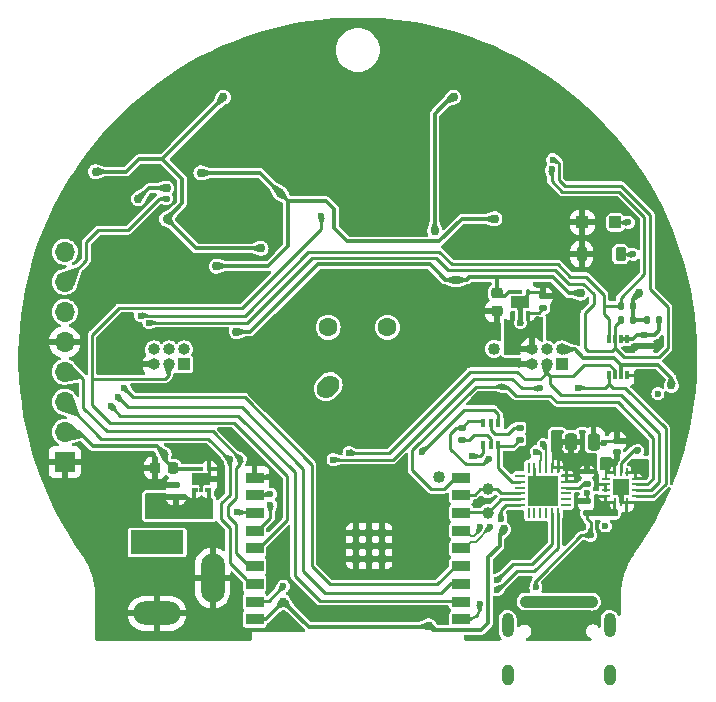
<source format=gbr>
%TF.GenerationSoftware,KiCad,Pcbnew,7.0.7*%
%TF.CreationDate,2024-03-08T01:12:17-05:00*%
%TF.ProjectId,ESP32Sensor-Sensor_board,45535033-3253-4656-9e73-6f722d53656e,rev?*%
%TF.SameCoordinates,Original*%
%TF.FileFunction,Copper,L4,Bot*%
%TF.FilePolarity,Positive*%
%FSLAX46Y46*%
G04 Gerber Fmt 4.6, Leading zero omitted, Abs format (unit mm)*
G04 Created by KiCad (PCBNEW 7.0.7) date 2024-03-08 01:12:17*
%MOMM*%
%LPD*%
G01*
G04 APERTURE LIST*
G04 Aperture macros list*
%AMRoundRect*
0 Rectangle with rounded corners*
0 $1 Rounding radius*
0 $2 $3 $4 $5 $6 $7 $8 $9 X,Y pos of 4 corners*
0 Add a 4 corners polygon primitive as box body*
4,1,4,$2,$3,$4,$5,$6,$7,$8,$9,$2,$3,0*
0 Add four circle primitives for the rounded corners*
1,1,$1+$1,$2,$3*
1,1,$1+$1,$4,$5*
1,1,$1+$1,$6,$7*
1,1,$1+$1,$8,$9*
0 Add four rect primitives between the rounded corners*
20,1,$1+$1,$2,$3,$4,$5,0*
20,1,$1+$1,$4,$5,$6,$7,0*
20,1,$1+$1,$6,$7,$8,$9,0*
20,1,$1+$1,$8,$9,$2,$3,0*%
%AMHorizOval*
0 Thick line with rounded ends*
0 $1 width*
0 $2 $3 position (X,Y) of the first rounded end (center of the circle)*
0 $4 $5 position (X,Y) of the second rounded end (center of the circle)*
0 Add line between two ends*
20,1,$1,$2,$3,$4,$5,0*
0 Add two circle primitives to create the rounded ends*
1,1,$1,$2,$3*
1,1,$1,$4,$5*%
G04 Aperture macros list end*
%TA.AperFunction,ComponentPad*%
%ADD10O,1.000000X2.100000*%
%TD*%
%TA.AperFunction,ComponentPad*%
%ADD11O,1.000000X1.800000*%
%TD*%
%TA.AperFunction,ComponentPad*%
%ADD12R,1.700000X1.700000*%
%TD*%
%TA.AperFunction,ComponentPad*%
%ADD13O,1.700000X1.700000*%
%TD*%
%TA.AperFunction,ComponentPad*%
%ADD14R,4.500000X2.000000*%
%TD*%
%TA.AperFunction,ComponentPad*%
%ADD15O,4.000000X2.000000*%
%TD*%
%TA.AperFunction,ComponentPad*%
%ADD16O,2.000000X4.200000*%
%TD*%
%TA.AperFunction,SMDPad,CuDef*%
%ADD17RoundRect,0.250000X-0.250000X-0.475000X0.250000X-0.475000X0.250000X0.475000X-0.250000X0.475000X0*%
%TD*%
%TA.AperFunction,SMDPad,CuDef*%
%ADD18RoundRect,0.250000X0.300000X0.300000X-0.300000X0.300000X-0.300000X-0.300000X0.300000X-0.300000X0*%
%TD*%
%TA.AperFunction,SMDPad,CuDef*%
%ADD19RoundRect,0.135000X-0.185000X0.135000X-0.185000X-0.135000X0.185000X-0.135000X0.185000X0.135000X0*%
%TD*%
%TA.AperFunction,SMDPad,CuDef*%
%ADD20R,0.400000X0.650000*%
%TD*%
%TA.AperFunction,SMDPad,CuDef*%
%ADD21RoundRect,0.135000X-0.135000X-0.185000X0.135000X-0.185000X0.135000X0.185000X-0.135000X0.185000X0*%
%TD*%
%TA.AperFunction,SMDPad,CuDef*%
%ADD22RoundRect,0.093750X-0.106250X0.093750X-0.106250X-0.093750X0.106250X-0.093750X0.106250X0.093750X0*%
%TD*%
%TA.AperFunction,ComponentPad*%
%ADD23C,0.700000*%
%TD*%
%TA.AperFunction,SMDPad,CuDef*%
%ADD24R,1.600000X1.000000*%
%TD*%
%TA.AperFunction,SMDPad,CuDef*%
%ADD25C,1.000000*%
%TD*%
%TA.AperFunction,SMDPad,CuDef*%
%ADD26RoundRect,0.135000X0.135000X0.185000X-0.135000X0.185000X-0.135000X-0.185000X0.135000X-0.185000X0*%
%TD*%
%TA.AperFunction,SMDPad,CuDef*%
%ADD27RoundRect,0.140000X0.170000X-0.140000X0.170000X0.140000X-0.170000X0.140000X-0.170000X-0.140000X0*%
%TD*%
%TA.AperFunction,SMDPad,CuDef*%
%ADD28RoundRect,0.062500X-0.062500X0.275000X-0.062500X-0.275000X0.062500X-0.275000X0.062500X0.275000X0*%
%TD*%
%TA.AperFunction,SMDPad,CuDef*%
%ADD29RoundRect,0.062500X-0.275000X0.062500X-0.275000X-0.062500X0.275000X-0.062500X0.275000X0.062500X0*%
%TD*%
%TA.AperFunction,SMDPad,CuDef*%
%ADD30R,1.450000X1.450000*%
%TD*%
%TA.AperFunction,SMDPad,CuDef*%
%ADD31RoundRect,0.225000X0.225000X0.375000X-0.225000X0.375000X-0.225000X-0.375000X0.225000X-0.375000X0*%
%TD*%
%TA.AperFunction,SMDPad,CuDef*%
%ADD32R,0.300000X0.800000*%
%TD*%
%TA.AperFunction,SMDPad,CuDef*%
%ADD33RoundRect,0.225000X-0.250000X0.225000X-0.250000X-0.225000X0.250000X-0.225000X0.250000X0.225000X0*%
%TD*%
%TA.AperFunction,SMDPad,CuDef*%
%ADD34RoundRect,0.140000X-0.170000X0.140000X-0.170000X-0.140000X0.170000X-0.140000X0.170000X0.140000X0*%
%TD*%
%TA.AperFunction,SMDPad,CuDef*%
%ADD35R,1.500000X0.900000*%
%TD*%
%TA.AperFunction,SMDPad,CuDef*%
%ADD36R,0.700000X0.700000*%
%TD*%
%TA.AperFunction,ComponentPad*%
%ADD37R,1.000000X1.000000*%
%TD*%
%TA.AperFunction,ComponentPad*%
%ADD38O,1.000000X1.000000*%
%TD*%
%TA.AperFunction,SMDPad,CuDef*%
%ADD39RoundRect,0.062500X-0.062500X0.350000X-0.062500X-0.350000X0.062500X-0.350000X0.062500X0.350000X0*%
%TD*%
%TA.AperFunction,SMDPad,CuDef*%
%ADD40RoundRect,0.062500X-0.350000X0.062500X-0.350000X-0.062500X0.350000X-0.062500X0.350000X0.062500X0*%
%TD*%
%TA.AperFunction,SMDPad,CuDef*%
%ADD41R,2.600000X2.600000*%
%TD*%
%TA.AperFunction,ComponentPad*%
%ADD42HorizOval,1.600000X0.176777X0.176777X-0.176777X-0.176777X0*%
%TD*%
%TA.AperFunction,ComponentPad*%
%ADD43HorizOval,1.600000X0.000000X0.000000X0.000000X0.000000X0*%
%TD*%
%TA.AperFunction,SMDPad,CuDef*%
%ADD44RoundRect,0.225000X0.225000X0.250000X-0.225000X0.250000X-0.225000X-0.250000X0.225000X-0.250000X0*%
%TD*%
%TA.AperFunction,ViaPad*%
%ADD45C,0.600000*%
%TD*%
%TA.AperFunction,ViaPad*%
%ADD46C,0.762000*%
%TD*%
%TA.AperFunction,ViaPad*%
%ADD47C,1.016000*%
%TD*%
%TA.AperFunction,Conductor*%
%ADD48C,0.228600*%
%TD*%
%TA.AperFunction,Conductor*%
%ADD49C,0.200000*%
%TD*%
%TA.AperFunction,Conductor*%
%ADD50C,0.304800*%
%TD*%
%TA.AperFunction,Conductor*%
%ADD51C,0.254000*%
%TD*%
%TA.AperFunction,Conductor*%
%ADD52C,1.000000*%
%TD*%
G04 APERTURE END LIST*
D10*
%TO.P,J3,S1*%
%TO.N,N/C*%
X12680000Y-22710000D03*
D11*
%TO.P,J3,S2*%
X12680000Y-26890000D03*
%TO.P,J3,S3*%
X21320000Y-26890000D03*
D10*
%TO.P,J3,S4*%
X21320000Y-22710000D03*
%TD*%
D12*
%TO.P,J6,1,Pin_1*%
%TO.N,GND*%
X-24825000Y-8875000D03*
D13*
%TO.P,J6,2,Pin_2*%
%TO.N,+3.3V*%
X-24825000Y-6335000D03*
%TO.P,J6,3,Pin_3*%
%TO.N,SCL*%
X-24825000Y-3795000D03*
%TO.P,J6,4,Pin_4*%
%TO.N,SDA*%
X-24825000Y-1255000D03*
%TO.P,J6,5,Pin_5*%
%TO.N,GND*%
X-24825000Y1285000D03*
%TO.P,J6,6,Pin_6*%
%TO.N,GPIO1*%
X-24825000Y3825000D03*
%TO.P,J6,7,Pin_7*%
%TO.N,Mux_Sel_A*%
X-24825000Y6365000D03*
%TO.P,J6,8,Pin_8*%
%TO.N,Mux_Sel_B*%
X-24825000Y8905000D03*
%TD*%
D14*
%TO.P,J1,1*%
%TO.N,+12V*%
X-17000000Y-15700000D03*
D15*
%TO.P,J1,2*%
%TO.N,GND*%
X-17000000Y-21700000D03*
D16*
%TO.P,J1,3*%
X-12300000Y-18700000D03*
%TD*%
D17*
%TO.P,C1,1*%
%TO.N,+3.3V*%
X18050000Y-7175000D03*
%TO.P,C1,2*%
%TO.N,GND*%
X19950000Y-7175000D03*
%TD*%
D18*
%TO.P,CR2,1*%
%TO.N,Sensor_Analog*%
X21800000Y11400000D03*
%TO.P,CR2,2*%
%TO.N,GND*%
X19000000Y11400000D03*
%TD*%
D19*
%TO.P,R1,1*%
%TO.N,+3.3V*%
X19400000Y-9690000D03*
%TO.P,R1,2*%
%TO.N,Net-(U15-~{RST})*%
X19400000Y-10710000D03*
%TD*%
D20*
%TO.P,U10,1,E2*%
%TO.N,DTR*%
X11900000Y-7450000D03*
%TO.P,U10,2,B2*%
%TO.N,Net-(U10-B2)*%
X11250000Y-7450000D03*
%TO.P,U10,3,C1*%
%TO.N,ESP_EN*%
X10600000Y-7450000D03*
%TO.P,U10,4,E1*%
%TO.N,RTS*%
X10600000Y-5550000D03*
%TO.P,U10,5,B1*%
%TO.N,Net-(U10-B1)*%
X11250000Y-5550000D03*
%TO.P,U10,6,C2*%
%TO.N,GPIO9*%
X11900000Y-5550000D03*
%TD*%
D21*
%TO.P,R21,1*%
%TO.N,5V_SCL*%
X22290000Y3100000D03*
%TO.P,R21,2*%
%TO.N,+5V*%
X23310000Y3100000D03*
%TD*%
D22*
%TO.P,U14,1,OUT*%
%TO.N,+3.3V*%
X-13900000Y-9468750D03*
%TO.P,U14,2,SNS*%
X-13250000Y-9468750D03*
%TO.P,U14,3,GND*%
%TO.N,GND*%
X-12600000Y-9468750D03*
%TO.P,U14,4,EN*%
%TO.N,+12V*%
X-12600000Y-11243750D03*
%TO.P,U14,5,GND*%
%TO.N,GND*%
X-13250000Y-11243750D03*
%TO.P,U14,6,IN*%
%TO.N,+12V*%
X-13900000Y-11243750D03*
D23*
%TO.P,U14,7,PAD*%
%TO.N,GND*%
X-13250000Y-10356250D03*
D24*
X-13250000Y-10356250D03*
%TD*%
D19*
%TO.P,R18,1*%
%TO.N,RTS*%
X8800000Y-5990000D03*
%TO.P,R18,2*%
%TO.N,Net-(U10-B2)*%
X8800000Y-7010000D03*
%TD*%
D25*
%TO.P,TP1,1,1*%
%TO.N,ESP_RXD*%
X11000000Y-11200000D03*
%TD*%
%TO.P,TP2,1,1*%
%TO.N,ESP_TXD*%
X11000000Y-13200000D03*
%TD*%
D22*
%TO.P,U11,1,OUT*%
%TO.N,+5V*%
X13100000Y5537500D03*
%TO.P,U11,2,SNS*%
X13750000Y5537500D03*
%TO.P,U11,3,GND*%
%TO.N,GND*%
X14400000Y5537500D03*
%TO.P,U11,4,EN*%
%TO.N,+12V*%
X14400000Y3762500D03*
%TO.P,U11,5,GND*%
%TO.N,GND*%
X13750000Y3762500D03*
%TO.P,U11,6,IN*%
%TO.N,+12V*%
X13100000Y3762500D03*
D23*
%TO.P,U11,7,PAD*%
%TO.N,GND*%
X13750000Y4650000D03*
D24*
X13750000Y4650000D03*
%TD*%
D26*
%TO.P,R17,1*%
%TO.N,Net-(U12-EN)*%
X25510000Y3100000D03*
%TO.P,R17,2*%
%TO.N,+5V*%
X24490000Y3100000D03*
%TD*%
D27*
%TO.P,C29,1*%
%TO.N,+12V*%
X-15400000Y-11830000D03*
%TO.P,C29,2*%
%TO.N,GND*%
X-15400000Y-10870000D03*
%TD*%
D28*
%TO.P,U8,1,CC2*%
%TO.N,CC2*%
X21760000Y-9775000D03*
%TO.P,U8,2,VBUS*%
%TO.N,+12V*%
X22260000Y-9775000D03*
%TO.P,U8,3,VDD*%
%TO.N,+3.3V*%
X22760000Y-9775000D03*
D29*
%TO.P,U8,4,VDD*%
X23522500Y-10287500D03*
%TO.P,U8,5,INT_N*%
%TO.N,INT*%
X23522500Y-10787500D03*
%TO.P,U8,6,SCL*%
%TO.N,SCL*%
X23522500Y-11287500D03*
%TO.P,U8,7,SDA*%
%TO.N,SDA*%
X23522500Y-11787500D03*
D28*
%TO.P,U8,8,GND*%
%TO.N,GND*%
X22760000Y-12300000D03*
%TO.P,U8,9,GND*%
X22260000Y-12300000D03*
%TO.P,U8,10,CC1*%
%TO.N,CC1*%
X21760000Y-12300000D03*
D29*
%TO.P,U8,11,CC1*%
X20997500Y-11787500D03*
%TO.P,U8,12,VCONN*%
%TO.N,+3.3V*%
X20997500Y-11287500D03*
%TO.P,U8,13,VCONN*%
X20997500Y-10787500D03*
%TO.P,U8,14,CC2*%
%TO.N,CC2*%
X20997500Y-10287500D03*
D30*
%TO.P,U8,15,GND*%
%TO.N,GND*%
X22260000Y-11037500D03*
%TD*%
D31*
%TO.P,CR3,1*%
%TO.N,ESP_ADC*%
X22250000Y8700000D03*
%TO.P,CR3,2*%
%TO.N,GND*%
X18950000Y8700000D03*
%TD*%
D32*
%TO.P,U12,1,GND*%
%TO.N,GND*%
X22750000Y-1550000D03*
%TO.P,U12,2,VREF1*%
%TO.N,+3.3V*%
X22250000Y-1550000D03*
%TO.P,U12,3,SCL1*%
%TO.N,SCL*%
X21750000Y-1550000D03*
%TO.P,U12,4,SDA1*%
%TO.N,SDA*%
X21250000Y-1550000D03*
%TO.P,U12,5,SDA2*%
%TO.N,5V_SDA*%
X21250000Y1550000D03*
%TO.P,U12,6,SCL2*%
%TO.N,5V_SCL*%
X21750000Y1550000D03*
%TO.P,U12,7,VREF2*%
%TO.N,Net-(U12-EN)*%
X22250000Y1550000D03*
%TO.P,U12,8,EN*%
X22750000Y1550000D03*
%TD*%
D33*
%TO.P,C25,1*%
%TO.N,+5V*%
X11750000Y5425000D03*
%TO.P,C25,2*%
%TO.N,GND*%
X11750000Y3875000D03*
%TD*%
D34*
%TO.P,C20,1*%
%TO.N,GND*%
X21900000Y-7120000D03*
%TO.P,C20,2*%
%TO.N,CC2*%
X21900000Y-8080000D03*
%TD*%
D19*
%TO.P,R19,1*%
%TO.N,Net-(U10-B1)*%
X13700000Y-5990000D03*
%TO.P,R19,2*%
%TO.N,DTR*%
X13700000Y-7010000D03*
%TD*%
D35*
%TO.P,U9,1,3V3*%
%TO.N,+3.3V*%
X-8750000Y-22200000D03*
%TO.P,U9,2,EN*%
%TO.N,ESP_EN*%
X-8750000Y-20700000D03*
%TO.P,U9,3,IO4*%
%TO.N,SCL*%
X-8750000Y-19200000D03*
%TO.P,U9,4,IO5*%
%TO.N,SDA*%
X-8750000Y-17700000D03*
%TO.P,U9,5,IO6*%
%TO.N,LED_REF*%
X-8750000Y-16200000D03*
%TO.P,U9,6,IO7*%
%TO.N,ESP_PWM_DIM*%
X-8750000Y-14700000D03*
%TO.P,U9,7,IO8*%
%TO.N,NeopixelLED*%
X-8750000Y-13200000D03*
%TO.P,U9,8,IO9*%
%TO.N,GPIO9*%
X-8750000Y-11700000D03*
%TO.P,U9,9,GND*%
%TO.N,GND*%
X-8750000Y-10200000D03*
%TO.P,U9,10,IO10*%
%TO.N,INT*%
X8750000Y-10200000D03*
%TO.P,U9,11,RXD*%
%TO.N,ESP_RXD*%
X8750000Y-11700000D03*
%TO.P,U9,12,TXD*%
%TO.N,ESP_TXD*%
X8750000Y-13200000D03*
%TO.P,U9,13,IO18*%
%TO.N,D-*%
X8750000Y-14700000D03*
%TO.P,U9,14,IO19*%
%TO.N,D+*%
X8750000Y-16200000D03*
%TO.P,U9,15,IO3*%
%TO.N,Mux_Sel_B*%
X8750000Y-17700000D03*
%TO.P,U9,16,IO2*%
%TO.N,Mux_Sel_A*%
X8750000Y-19200000D03*
%TO.P,U9,17,IO1*%
%TO.N,GPIO1*%
X8750000Y-20700000D03*
%TO.P,U9,18,IO0*%
%TO.N,ESP_ADC*%
X8750000Y-22200000D03*
D36*
%TO.P,U9,19,GND*%
%TO.N,GND*%
X-140000Y-17100000D03*
%TO.P,U9,20,GND*%
X960000Y-17100000D03*
%TO.P,U9,21,GND*%
X2060000Y-17100000D03*
%TO.P,U9,22,GND*%
X-140000Y-16000000D03*
%TO.P,U9,23,GND*%
X960000Y-16000000D03*
%TO.P,U9,24,GND*%
X2060000Y-16000000D03*
%TO.P,U9,25,GND*%
X-140000Y-14900000D03*
%TO.P,U9,26,GND*%
X960000Y-14900000D03*
%TO.P,U9,27,GND*%
X2060000Y-14900000D03*
%TD*%
D37*
%TO.P,J4,1,Pin_1*%
%TO.N,INT*%
X17275000Y-625000D03*
D38*
%TO.P,J4,2,Pin_2*%
%TO.N,+3.3V*%
X17275000Y645000D03*
%TO.P,J4,3,Pin_3*%
%TO.N,SCL*%
X16005000Y-625000D03*
%TO.P,J4,4,Pin_4*%
%TO.N,SDA*%
X16005000Y645000D03*
%TO.P,J4,5,Pin_5*%
%TO.N,GND*%
X14735000Y-625000D03*
%TO.P,J4,6,Pin_6*%
%TO.N,+12V*%
X14735000Y645000D03*
%TD*%
D27*
%TO.P,C21,1*%
%TO.N,GND*%
X24250000Y945000D03*
%TO.P,C21,2*%
%TO.N,Net-(U12-EN)*%
X24250000Y1905000D03*
%TD*%
%TO.P,C24,1*%
%TO.N,+12V*%
X15700000Y4170000D03*
%TO.P,C24,2*%
%TO.N,GND*%
X15700000Y5130000D03*
%TD*%
D37*
%TO.P,J7,1,Pin_1*%
%TO.N,unconnected-(J7-Pin_1-Pad1)*%
X-14725000Y-625000D03*
D38*
%TO.P,J7,2,Pin_2*%
%TO.N,unconnected-(J7-Pin_2-Pad2)*%
X-14725000Y645000D03*
%TO.P,J7,3,Pin_3*%
%TO.N,LED_REF*%
X-15995000Y-625000D03*
%TO.P,J7,4,Pin_4*%
%TO.N,ESP_PWM_DIM*%
X-15995000Y645000D03*
%TO.P,J7,5,Pin_5*%
%TO.N,GND*%
X-17265000Y-625000D03*
%TO.P,J7,6,Pin_6*%
%TO.N,+12V*%
X-17265000Y645000D03*
%TD*%
D34*
%TO.P,C19,1*%
%TO.N,GND*%
X19400000Y-12220000D03*
%TO.P,C19,2*%
%TO.N,CC1*%
X19400000Y-13180000D03*
%TD*%
D39*
%TO.P,U15,1,~{RI}/CLK*%
%TO.N,unconnected-(U15-~{RI}{slash}CLK-Pad1)*%
X14450000Y-9362500D03*
%TO.P,U15,2,GND*%
%TO.N,GND*%
X14950000Y-9362500D03*
%TO.P,U15,3,D+*%
%TO.N,D+*%
X15450000Y-9362500D03*
%TO.P,U15,4,D-*%
%TO.N,D-*%
X15950000Y-9362500D03*
%TO.P,U15,5,VIO*%
%TO.N,+3.3V*%
X16450000Y-9362500D03*
%TO.P,U15,6,VDD*%
X16950000Y-9362500D03*
D40*
%TO.P,U15,7,VREGIN*%
X17637500Y-10050000D03*
%TO.P,U15,8,VBUS*%
X17637500Y-10550000D03*
%TO.P,U15,9,~{RST}*%
%TO.N,Net-(U15-~{RST})*%
X17637500Y-11050000D03*
%TO.P,U15,10,NC*%
%TO.N,unconnected-(U15-NC-Pad10)*%
X17637500Y-11550000D03*
%TO.P,U15,11,~{WAKEUP}/GPIO.3*%
%TO.N,unconnected-(U15-~{WAKEUP}{slash}GPIO.3-Pad11)*%
X17637500Y-12050000D03*
%TO.P,U15,12,RS485/GPIO.2*%
%TO.N,unconnected-(U15-RS485{slash}GPIO.2-Pad12)*%
X17637500Y-12550000D03*
D39*
%TO.P,U15,13,~{RXT}/GPIO.1*%
%TO.N,Net-(D3-K)*%
X16950000Y-13237500D03*
%TO.P,U15,14,~{TXT}/GPIO.0*%
%TO.N,Net-(D2-K)*%
X16450000Y-13237500D03*
%TO.P,U15,15,~{SUSPEND}*%
%TO.N,unconnected-(U15-~{SUSPEND}-Pad15)*%
X15950000Y-13237500D03*
%TO.P,U15,16,NC*%
%TO.N,unconnected-(U15-NC-Pad16)*%
X15450000Y-13237500D03*
%TO.P,U15,17,SUSPEND*%
%TO.N,unconnected-(U15-SUSPEND-Pad17)*%
X14950000Y-13237500D03*
%TO.P,U15,18,~{CTS}*%
%TO.N,unconnected-(U15-~{CTS}-Pad18)*%
X14450000Y-13237500D03*
D40*
%TO.P,U15,19,~{RTS}*%
%TO.N,RTS*%
X13762500Y-12550000D03*
%TO.P,U15,20,RXD*%
%TO.N,ESP_TXD*%
X13762500Y-12050000D03*
%TO.P,U15,21,TXD*%
%TO.N,ESP_RXD*%
X13762500Y-11550000D03*
%TO.P,U15,22,~{DSR}*%
%TO.N,unconnected-(U15-~{DSR}-Pad22)*%
X13762500Y-11050000D03*
%TO.P,U15,23,~{DTR}*%
%TO.N,DTR*%
X13762500Y-10550000D03*
%TO.P,U15,24,~{DCD}*%
%TO.N,unconnected-(U15-~{DCD}-Pad24)*%
X13762500Y-10050000D03*
D23*
%TO.P,U15,25,GND*%
%TO.N,GND*%
X16400000Y-10600000D03*
X15000000Y-10600000D03*
D41*
X15700000Y-11300000D03*
D23*
X16400000Y-12000000D03*
X15000000Y-12000000D03*
%TD*%
D21*
%TO.P,R20,1*%
%TO.N,5V_SDA*%
X22240000Y4350000D03*
%TO.P,R20,2*%
%TO.N,+5V*%
X23260000Y4350000D03*
%TD*%
D42*
%TO.P,PD1,1,An*%
%TO.N,Net-(PD1-An)*%
X-2517300Y-2503158D03*
D43*
%TO.P,PD1,2,Ca*%
%TO.N,+5VD*%
X-2517300Y2517300D03*
%TO.P,PD1,3,Ca*%
X2503158Y2517300D03*
%TD*%
D44*
%TO.P,C30,1*%
%TO.N,+3.3V*%
X-15625000Y-9400000D03*
%TO.P,C30,2*%
%TO.N,GND*%
X-17175000Y-9400000D03*
%TD*%
D45*
%TO.N,GND*%
X-16200000Y7100000D03*
X9000000Y23800000D03*
X17900000Y11400000D03*
X-12750000Y12000000D03*
X16800000Y4000000D03*
X13500000Y14000000D03*
X7200000Y-15200000D03*
X-22300000Y13000000D03*
X11400000Y-23500000D03*
X20875000Y-7275000D03*
X4000000Y-16400000D03*
X17500000Y-5200000D03*
X10200000Y9900000D03*
X-8200000Y1400000D03*
X-5500000Y2300000D03*
X11900000Y-20900000D03*
X-27400000Y-3200000D03*
X16800000Y5150000D03*
X-2000000Y-21750000D03*
X-12500000Y10750000D03*
X-6200000Y-15200000D03*
X3100000Y18300000D03*
X4800000Y25100000D03*
X-19300000Y14100000D03*
X21300000Y-20900000D03*
X-21800000Y7700000D03*
X8100000Y9900000D03*
X-7000000Y11250000D03*
X-24000000Y-13200000D03*
X24400000Y-1800000D03*
X18300000Y15400000D03*
X19700000Y-5200000D03*
X16000000Y-19100000D03*
X4500000Y7100000D03*
X-10400000Y-21100000D03*
X3100000Y14500000D03*
X-8250000Y11250000D03*
X0Y-10200000D03*
X-1900000Y-17800000D03*
X27600000Y-4100000D03*
X14600000Y22000000D03*
X17100000Y19600000D03*
X-10600000Y-6700000D03*
X13400000Y12900000D03*
X0Y-21750000D03*
X22700000Y-15500000D03*
X8100000Y17600000D03*
X-20500000Y800000D03*
X16400000Y19100000D03*
X1950000Y-21750000D03*
X-13300000Y-8200000D03*
X19400000Y-11500000D03*
X-11500000Y5300000D03*
X-10500000Y23750000D03*
X10100000Y-12300000D03*
X-11400000Y17500000D03*
X9100000Y1500000D03*
X-7700000Y-3200000D03*
X24100000Y-7100000D03*
X-21400000Y11900000D03*
X13750000Y2900000D03*
X12700000Y-20900000D03*
X-4700000Y23800000D03*
X-21900000Y9000000D03*
X-20600000Y-18700000D03*
X14500000Y-16000000D03*
X18400000Y18500000D03*
X21300000Y-17900000D03*
X-15000000Y-2150000D03*
X23500000Y750000D03*
X-8400000Y17500000D03*
X-27400000Y2400000D03*
X-9500000Y11250000D03*
X-7800000Y21400000D03*
X-7500000Y-10150000D03*
X26800000Y6000000D03*
X-6700000Y-13300000D03*
X21000000Y15700000D03*
X18000000Y8700000D03*
%TO.N,CC1*%
X19700000Y-15100000D03*
X15070000Y-19500000D03*
%TO.N,D+*%
X11201223Y-14414739D03*
X15099479Y-8000521D03*
%TO.N,D-*%
X10351223Y-14414739D03*
X15700521Y-7399479D03*
%TO.N,CC2*%
X20800000Y-9150000D03*
X20950000Y-14300000D03*
%TO.N,RTS*%
X11100000Y-8600000D03*
X12100000Y-13700000D03*
%TO.N,Net-(D2-K)*%
X11800000Y-18900000D03*
%TO.N,GPIO9*%
X-7400000Y-11600000D03*
X5400000Y-8000000D03*
%TO.N,ESP_EN*%
X-6300000Y-19400000D03*
X9700000Y-8400000D03*
%TO.N,INT*%
X12300000Y-2500000D03*
%TO.N,SCL*%
X-750000Y-8100000D03*
X-10850000Y-8650000D03*
%TO.N,SDA*%
X-2100000Y-8700000D03*
X15400000Y-2650000D03*
X-9950000Y-8650000D03*
X18600000Y-2600000D03*
%TO.N,LED_REF*%
X-3100000Y11900000D03*
D46*
%TO.N,+3.3V*%
X26550000Y-2400000D03*
X12350000Y-14600000D03*
X-6300000Y-20700000D03*
X-16400000Y-8200000D03*
X17000000Y-7500000D03*
X6000000Y-22750000D03*
X23900000Y-9200000D03*
D45*
%TO.N,Sensor_Analog*%
X22900000Y11400000D03*
D46*
%TO.N,+12VA*%
X-22200000Y15700000D03*
X6500000Y10700000D03*
X-16200000Y11700000D03*
X8100000Y22000000D03*
X-11400000Y22000000D03*
X-8200000Y9200000D03*
%TO.N,+5V*%
X-18600000Y13400000D03*
X18850000Y5400000D03*
X23800000Y5400000D03*
X-10300000Y2150000D03*
X-16200000Y14300000D03*
X8300000Y6550000D03*
%TO.N,-12VA*%
X11600000Y11700000D03*
X-12000000Y7700000D03*
X-13300000Y15600000D03*
X-6600000Y13900000D03*
D45*
%TO.N,ESP_ADC*%
X10300000Y-20900000D03*
X23300000Y8700000D03*
X25400000Y-3100000D03*
%TO.N,GPIO1*%
X-20875000Y-4175000D03*
%TO.N,Mux_Sel_A*%
X-20325000Y-3425000D03*
X-16200000Y13400000D03*
%TO.N,ESP_PWM_DIM*%
X-7400000Y-12500000D03*
%TO.N,NeopixelLED*%
X-10200000Y-13150000D03*
D47*
%TO.N,+12V*%
X-17500000Y-13100000D03*
X6850000Y-10176600D03*
D45*
X23700000Y-7900000D03*
D47*
X11500000Y700000D03*
D45*
%TO.N,Mux_Sel_B*%
X-19800000Y-2600000D03*
%TO.N,5V_SDA*%
X16400000Y15900000D03*
X-18400000Y3500000D03*
%TO.N,5V_SCL*%
X-17700000Y2900000D03*
X16500000Y16700000D03*
%TO.N,Net-(D3-K)*%
X11800000Y-19700000D03*
D47*
%TO.N,USBC_VBUS*%
X14200000Y-20700000D03*
X19800000Y-20700000D03*
%TD*%
D48*
%TO.N,GND*%
X14400000Y5300000D02*
X13750000Y4650000D01*
X14950000Y-10550000D02*
X15000000Y-10600000D01*
X-7505085Y-10155085D02*
X-7500000Y-10150000D01*
X20050000Y-7275000D02*
X19950000Y-7175000D01*
X-12600000Y-9468750D02*
X-12600000Y-10256250D01*
X15700000Y5130000D02*
X16780000Y5130000D01*
X15350000Y-10550000D02*
X16100000Y-11300000D01*
X-12600000Y-10256250D02*
X-12700000Y-10356250D01*
X21030000Y-7120000D02*
X20875000Y-7275000D01*
X-8750000Y-10155085D02*
X-7505085Y-10155085D01*
X24150000Y-1550000D02*
X24400000Y-1800000D01*
X18950000Y8700000D02*
X18000000Y8700000D01*
X19400000Y-12220000D02*
X19400000Y-11500000D01*
X13750000Y3762500D02*
X13750000Y2900000D01*
X14400000Y5537500D02*
X14400000Y5300000D01*
X15292500Y5537500D02*
X15700000Y5130000D01*
X-13250000Y-11243750D02*
X-13250000Y-10356250D01*
X14400000Y5537500D02*
X15292500Y5537500D01*
X23670000Y920000D02*
X23500000Y750000D01*
X21900000Y-7120000D02*
X21030000Y-7120000D01*
X16780000Y5130000D02*
X16800000Y5150000D01*
X22750000Y-1550000D02*
X24150000Y-1550000D01*
X20875000Y-7275000D02*
X20050000Y-7275000D01*
X14950000Y-9362500D02*
X14950000Y-10550000D01*
X24250000Y920000D02*
X23670000Y920000D01*
X19000000Y11400000D02*
X17900000Y11400000D01*
X17912500Y2812500D02*
X17900000Y2800000D01*
%TO.N,CC1*%
X15070000Y-19500000D02*
X15070000Y-18930000D01*
X19400000Y-13680000D02*
X19700000Y-13980000D01*
X15650000Y-18350000D02*
X18900000Y-15100000D01*
X19700000Y-15100000D02*
X19700000Y-13980000D01*
X15070000Y-18930000D02*
X15650000Y-18350000D01*
X18900000Y-15100000D02*
X19700000Y-15100000D01*
X19400000Y-13180000D02*
X19400000Y-13680000D01*
D49*
%TO.N,D+*%
X9537500Y-15625000D02*
X9012500Y-16150000D01*
X15450000Y-8743749D02*
X15475000Y-8718749D01*
X11201223Y-14414739D02*
X9990962Y-15625000D01*
X9990962Y-15625000D02*
X9537500Y-15625000D01*
X15450000Y-9362500D02*
X15450000Y-8743749D01*
X9012500Y-16150000D02*
X8712500Y-16150000D01*
X15475000Y-8718749D02*
X15475000Y-8093199D01*
X15382322Y-8000521D02*
X15099479Y-8000521D01*
X15475000Y-8093199D02*
X15382322Y-8000521D01*
%TO.N,D-*%
X9537500Y-15175000D02*
X9012500Y-14650000D01*
X10351223Y-14628342D02*
X9804565Y-15175000D01*
X15950000Y-9362500D02*
X15950000Y-8743749D01*
X15925000Y-7906801D02*
X15700521Y-7682322D01*
X15925000Y-8718749D02*
X15925000Y-7906801D01*
X15950000Y-8743749D02*
X15925000Y-8718749D01*
X15700521Y-7682322D02*
X15700521Y-7399479D01*
X9012500Y-14650000D02*
X8712500Y-14650000D01*
X9804565Y-15175000D02*
X9537500Y-15175000D01*
X10351223Y-14414739D02*
X10351223Y-14628342D01*
D48*
%TO.N,Net-(U15-~{RST})*%
X19090000Y-10710000D02*
X19400000Y-10710000D01*
X18750000Y-11050000D02*
X19090000Y-10710000D01*
X17637500Y-11050000D02*
X18750000Y-11050000D01*
%TO.N,RTS*%
X10600001Y-5435651D02*
X9354349Y-5435651D01*
X10625000Y-9075000D02*
X9125000Y-9075000D01*
X12500000Y-12550000D02*
X12100000Y-12950000D01*
X12100000Y-12950000D02*
X12100000Y-13700000D01*
X13762500Y-12550000D02*
X12500000Y-12550000D01*
X8310000Y-5990000D02*
X8800000Y-5990000D01*
X7800000Y-6500000D02*
X8310000Y-5990000D01*
X7800000Y-7750000D02*
X7800000Y-6500000D01*
X11100000Y-8600000D02*
X10625000Y-9075000D01*
X9354349Y-5435651D02*
X8800000Y-5990000D01*
X9125000Y-9075000D02*
X7800000Y-7750000D01*
%TO.N,DTR*%
X13762500Y-10550000D02*
X13050000Y-10550000D01*
X13145651Y-7564349D02*
X13700000Y-7010000D01*
X11899999Y-7564349D02*
X13145651Y-7564349D01*
X11899999Y-9399999D02*
X11899999Y-7564349D01*
X13050000Y-10550000D02*
X11899999Y-9399999D01*
%TO.N,ESP_TXD*%
X10955087Y-13155087D02*
X11000000Y-13200000D01*
X12150000Y-12050000D02*
X13762500Y-12050000D01*
X8750000Y-13155087D02*
X10955087Y-13155087D01*
X12150000Y-12050000D02*
X11000000Y-13200000D01*
%TO.N,ESP_RXD*%
X10355085Y-11200000D02*
X9900000Y-11655085D01*
X11800000Y-11200000D02*
X11000000Y-11200000D01*
X8750000Y-11655085D02*
X9900000Y-11655085D01*
X13762500Y-11550000D02*
X12150000Y-11550000D01*
X11000000Y-11200000D02*
X10355085Y-11200000D01*
X12150000Y-11550000D02*
X11800000Y-11200000D01*
%TO.N,Net-(D2-K)*%
X13150000Y-17550000D02*
X11800000Y-18900000D01*
X16450000Y-15850000D02*
X14750000Y-17550000D01*
X14750000Y-17550000D02*
X13150000Y-17550000D01*
X16450000Y-13237500D02*
X16450000Y-15850000D01*
%TO.N,GPIO9*%
X-8655085Y-11750000D02*
X-8750000Y-11655085D01*
X11500000Y-4450000D02*
X11899999Y-4849999D01*
X-7455085Y-11655085D02*
X-7400000Y-11600000D01*
X5400000Y-8000000D02*
X8950000Y-4450000D01*
X8950000Y-4450000D02*
X11500000Y-4450000D01*
X11899999Y-4849999D02*
X11899999Y-5435651D01*
X-8750000Y-11655085D02*
X-7455085Y-11655085D01*
%TO.N,ESP_EN*%
X10300000Y-8400000D02*
X10600000Y-8100000D01*
X9700000Y-8400000D02*
X10300000Y-8400000D01*
X-7550000Y-20650000D02*
X-6300000Y-19400000D01*
X10600001Y-7564349D02*
X10600000Y-8100000D01*
X-8787500Y-20650000D02*
X-7550000Y-20650000D01*
%TO.N,INT*%
X24975000Y-6825000D02*
X21987500Y-3837500D01*
X12600000Y-2500000D02*
X13375000Y-3275000D01*
X6200000Y-11200000D02*
X7300000Y-11200000D01*
X21987500Y-3837500D02*
X16862500Y-3837500D01*
X12300000Y-2500000D02*
X10000000Y-2500000D01*
X8344915Y-10155085D02*
X8750000Y-10155085D01*
X7300000Y-11200000D02*
X8344915Y-10155085D01*
X13375000Y-3275000D02*
X14225000Y-3275000D01*
X23522500Y-10787500D02*
X24512500Y-10787500D01*
X4600000Y-9600000D02*
X6200000Y-11200000D01*
X24512500Y-10787500D02*
X24975000Y-10325000D01*
X16300000Y-3275000D02*
X14225000Y-3275000D01*
X4600000Y-7900000D02*
X4600000Y-9600000D01*
X10000000Y-2500000D02*
X4600000Y-7900000D01*
X12300000Y-2500000D02*
X12600000Y-2500000D01*
X24975000Y-10325000D02*
X24975000Y-6825000D01*
X16862500Y-3837500D02*
X16300000Y-3275000D01*
%TO.N,SCL*%
X16277500Y-2277500D02*
X16277500Y-1622500D01*
X16005000Y-1350000D02*
X16005000Y-625000D01*
X-12700000Y-6900000D02*
X-10850000Y-8750000D01*
X16005000Y-1350000D02*
X15455000Y-1900000D01*
X-21720000Y-6900000D02*
X-12700000Y-6900000D01*
X-11600000Y-12400000D02*
X-11600000Y-13700000D01*
X17200000Y-3200000D02*
X16277500Y-2277500D01*
X25500000Y-6450000D02*
X22250000Y-3200000D01*
X16277500Y-1622500D02*
X18177500Y-1622500D01*
X-10850000Y-9200000D02*
X-10850000Y-8650000D01*
X22250000Y-3200000D02*
X17200000Y-3200000D01*
X2600000Y-8150000D02*
X-700000Y-8150000D01*
X9500000Y-1250000D02*
X2600000Y-8150000D01*
X-24825000Y-3795000D02*
X-21720000Y-6900000D01*
X-11600000Y-13700000D02*
X-10850000Y-14450000D01*
X19150000Y-650000D02*
X21300000Y-650000D01*
X-10850000Y-17398418D02*
X-9444915Y-18803503D01*
X18177500Y-1622500D02*
X19150000Y-650000D01*
X15455000Y-1900000D02*
X14150000Y-1900000D01*
X-10850000Y-8750000D02*
X-10850000Y-9200000D01*
X-10950000Y-8650000D02*
X-10850000Y-8650000D01*
X25500000Y-10600000D02*
X25500000Y-6450000D01*
X16005000Y-1350000D02*
X16277500Y-1622500D01*
X24812500Y-11287500D02*
X25500000Y-10600000D01*
X21750000Y-1100000D02*
X21750000Y-1550000D01*
X-12700000Y-6900000D02*
X-10950000Y-8650000D01*
X21300000Y-650000D02*
X21750000Y-1100000D01*
X-10850000Y-14450000D02*
X-10850000Y-17398418D01*
X-700000Y-8150000D02*
X-750000Y-8100000D01*
X-10850000Y-9200000D02*
X-10850000Y-11650000D01*
X14150000Y-1900000D02*
X13500000Y-1250000D01*
X-10850000Y-11650000D02*
X-11600000Y-12400000D01*
X13500000Y-1250000D02*
X9500000Y-1250000D01*
X23522500Y-11287500D02*
X24812500Y-11287500D01*
%TO.N,SDA*%
X-12300000Y-6300000D02*
X-9950000Y-8650000D01*
X9825000Y-1825000D02*
X2950000Y-8700000D01*
X21600000Y-2600000D02*
X21250000Y-2250000D01*
X-10325000Y-14175000D02*
X-11000000Y-13500000D01*
X21250000Y-2250000D02*
X21250000Y-2150000D01*
X2950000Y-8700000D02*
X-2100000Y-8700000D01*
X22600000Y-2600000D02*
X21600000Y-2600000D01*
X21250000Y-2150000D02*
X21250000Y-1550000D01*
X-21250000Y-6300000D02*
X-12300000Y-6300000D01*
X18600000Y-2600000D02*
X20800000Y-2600000D01*
X-11000000Y-13500000D02*
X-11000000Y-12600000D01*
X23522500Y-11787500D02*
X25012500Y-11787500D01*
X-24825000Y-1255000D02*
X-23845000Y-1255000D01*
X-23250000Y-1850000D02*
X-23250000Y-4300000D01*
X-9950000Y-9050000D02*
X-9950000Y-8650000D01*
X13075000Y-1825000D02*
X9825000Y-1825000D01*
X-10325000Y-11925000D02*
X-10325000Y-9425000D01*
X-11000000Y-12600000D02*
X-10325000Y-11925000D01*
X-9244914Y-17655086D02*
X-10325000Y-16575000D01*
X20800000Y-2600000D02*
X20900000Y-2600000D01*
X-10325000Y-9425000D02*
X-9950000Y-9050000D01*
X15400000Y-2650000D02*
X13900000Y-2650000D01*
X-8750000Y-17655086D02*
X-9244914Y-17655086D01*
X26050000Y-10750000D02*
X26050000Y-6050000D01*
X26050000Y-6050000D02*
X22600000Y-2600000D01*
X13900000Y-2650000D02*
X13075000Y-1825000D01*
X-23250000Y-4300000D02*
X-21250000Y-6300000D01*
X25012500Y-11787500D02*
X26050000Y-10750000D01*
X-23845000Y-1255000D02*
X-23250000Y-1850000D01*
X-10325000Y-16575000D02*
X-10325000Y-14175000D01*
X20900000Y-2600000D02*
X21250000Y-2250000D01*
%TO.N,LED_REF*%
X-8750000Y-16155086D02*
X-8355086Y-16155086D01*
X-16750000Y4150000D02*
X-20250000Y4150000D01*
X-15995000Y-1495000D02*
X-15995000Y-625000D01*
X-22500000Y-1900000D02*
X-22500000Y-1600000D01*
X-22500000Y-1200000D02*
X-22500000Y-1600000D01*
X-6000000Y-10050000D02*
X-10450000Y-5600000D01*
X-16350000Y-1850000D02*
X-15995000Y-1495000D01*
X-3100000Y10850000D02*
X-3100000Y11900000D01*
X-22450000Y-1850000D02*
X-22500000Y-1900000D01*
X-20250000Y-1850000D02*
X-22450000Y-1850000D01*
X-22500000Y1900000D02*
X-22500000Y-1200000D01*
X-6000000Y-13800000D02*
X-6000000Y-10050000D01*
X-10450000Y-5600000D02*
X-21000000Y-5600000D01*
X-20250000Y4150000D02*
X-22500000Y1900000D01*
X-20250000Y-1850000D02*
X-16350000Y-1850000D01*
X-8355086Y-16155086D02*
X-6000000Y-13800000D01*
X-16750000Y4150000D02*
X-9800000Y4150000D01*
X-21000000Y-5600000D02*
X-22500000Y-4100000D01*
X-22500000Y-4100000D02*
X-22500000Y-1900000D01*
X-9800000Y4150000D02*
X-3100000Y10850000D01*
D50*
%TO.N,+3.3V*%
X25450000Y-650000D02*
X26550000Y-1750000D01*
X-13250000Y-9468750D02*
X-13900000Y-9468750D01*
X-16400000Y-8200000D02*
X-16400000Y-8625000D01*
X18355000Y645000D02*
X19100000Y-100000D01*
X-8787500Y-22150000D02*
X-7750000Y-22150000D01*
X-16400000Y-8625000D02*
X-15625000Y-9400000D01*
X22250000Y-650000D02*
X22250000Y-1550000D01*
X22250000Y-650000D02*
X25450000Y-650000D01*
X6347600Y-23097600D02*
X6000000Y-22750000D01*
X-17050000Y-7550000D02*
X-16400000Y-8200000D01*
X-24825000Y-6335000D02*
X-23650000Y-6335000D01*
X-13900000Y-9468750D02*
X-15556250Y-9468750D01*
X12000000Y-16000000D02*
X12000000Y-14950000D01*
X17275000Y645000D02*
X18355000Y645000D01*
X21700000Y-100000D02*
X22250000Y-650000D01*
X-6300000Y-20700000D02*
X-4175000Y-22825000D01*
X26550000Y-1750000D02*
X26550000Y-2400000D01*
X-7750000Y-22150000D02*
X-6300000Y-20700000D01*
X-3900000Y-22825000D02*
X5925000Y-22825000D01*
X10450000Y-23100000D02*
X11050000Y-22500000D01*
X-4175000Y-22825000D02*
X-3900000Y-22825000D01*
X-23650000Y-6335000D02*
X-22435000Y-7550000D01*
X12000000Y-14950000D02*
X12350000Y-14600000D01*
X-15556250Y-9468750D02*
X-15625000Y-9400000D01*
X11050000Y-16950000D02*
X12000000Y-16000000D01*
X19100000Y-100000D02*
X21700000Y-100000D01*
X11050000Y-22500000D02*
X11050000Y-16950000D01*
X10450000Y-23100000D02*
X10447600Y-23097600D01*
X5925000Y-22825000D02*
X6000000Y-22750000D01*
X10447600Y-23097600D02*
X6347600Y-23097600D01*
X-22435000Y-7550000D02*
X-17050000Y-7550000D01*
D48*
%TO.N,Sensor_Analog*%
X21800000Y11400000D02*
X22900000Y11400000D01*
D50*
%TO.N,+12VA*%
X-8200000Y9200000D02*
X-13700000Y9200000D01*
X-16550000Y16750000D02*
X-18550000Y16750000D01*
X-19600000Y15700000D02*
X-22200000Y15700000D01*
X-16200000Y11700000D02*
X-14900000Y13000000D01*
X7900000Y22000000D02*
X8100000Y22000000D01*
X7800000Y21900000D02*
X7900000Y22000000D01*
X6500000Y10700000D02*
X6500000Y20600000D01*
X-14900000Y13000000D02*
X-14900000Y15100000D01*
X6500000Y20600000D02*
X7800000Y21900000D01*
X-18550000Y16750000D02*
X-19600000Y15700000D01*
X-11400000Y21900000D02*
X-11400000Y22000000D01*
X-13700000Y9200000D02*
X-16200000Y11700000D01*
X-16550000Y16750000D02*
X-11400000Y21900000D01*
X-14900000Y15100000D02*
X-16550000Y16750000D01*
%TO.N,+5V*%
X9200000Y6550000D02*
X9400000Y6750000D01*
X23260000Y4350000D02*
X23260000Y4860000D01*
X11750000Y6750000D02*
X9400000Y6750000D01*
X17850000Y5400000D02*
X16500000Y6750000D01*
X6100000Y7850000D02*
X6950000Y7000000D01*
X-9100000Y2150000D02*
X-3400000Y7850000D01*
X7400000Y6550000D02*
X6950000Y7000000D01*
X8300000Y6550000D02*
X7400000Y6550000D01*
X16500000Y6750000D02*
X12850000Y6750000D01*
X-17700000Y14300000D02*
X-18600000Y13400000D01*
X12422000Y5130000D02*
X12829500Y5537500D01*
X18850000Y5400000D02*
X17850000Y5400000D01*
X-3400000Y7850000D02*
X6100000Y7850000D01*
X12850000Y6750000D02*
X11750000Y6750000D01*
X13100000Y5537500D02*
X13750000Y5537500D01*
X11750000Y5130000D02*
X12422000Y5130000D01*
X24490000Y3100000D02*
X23260000Y3100000D01*
X8300000Y6550000D02*
X9200000Y6550000D01*
X13100000Y5537500D02*
X12829500Y5537500D01*
X23260000Y4860000D02*
X23800000Y5400000D01*
X-10300000Y2150000D02*
X-9100000Y2150000D01*
X11750000Y5130000D02*
X11750000Y6750000D01*
X23260000Y4350000D02*
X23260000Y3100000D01*
X-16200000Y14300000D02*
X-17700000Y14300000D01*
%TO.N,-12VA*%
X-900000Y9800000D02*
X-2000000Y10900000D01*
X-13300000Y15600000D02*
X-8300000Y15600000D01*
X8800000Y11700000D02*
X6900000Y9800000D01*
X-2000000Y12500000D02*
X-2700000Y13200000D01*
X-5900000Y13200000D02*
X-6600000Y13900000D01*
X-5900000Y9400000D02*
X-5900000Y13200000D01*
X11600000Y11700000D02*
X8800000Y11700000D01*
X-12000000Y7700000D02*
X-7600000Y7700000D01*
X-2700000Y13200000D02*
X-5900000Y13200000D01*
X-2000000Y10900000D02*
X-2000000Y12500000D01*
X6900000Y9800000D02*
X-900000Y9800000D01*
X-8300000Y15600000D02*
X-6600000Y13900000D01*
X-7600000Y7700000D02*
X-5900000Y9400000D01*
D48*
%TO.N,ESP_ADC*%
X10300000Y-21450000D02*
X10300000Y-20900000D01*
X9594913Y-22155087D02*
X8717587Y-22155087D01*
X22250000Y8700000D02*
X23300000Y8700000D01*
X8712513Y-22150000D02*
G75*
G03*
X8717587Y-22155087I5087J0D01*
G01*
X9594913Y-22155100D02*
G75*
G03*
X10300000Y-21450000I-13J705100D01*
G01*
%TO.N,GPIO1*%
X-5350000Y-9750000D02*
X-10150000Y-4950000D01*
X-20100000Y-4950000D02*
X-20875000Y-4175000D01*
X-10150000Y-4950000D02*
X-20100000Y-4950000D01*
X-3244913Y-20655087D02*
X-5350000Y-18550000D01*
X-5350000Y-18550000D02*
X-5350000Y-9750000D01*
X8750000Y-20655087D02*
X-3244913Y-20655087D01*
%TO.N,Mux_Sel_A*%
X-16200000Y13400000D02*
X-16800000Y13400000D01*
X-2800000Y-19950000D02*
X7050000Y-19950000D01*
X-19500000Y-4250000D02*
X-9850000Y-4250000D01*
X-4650000Y-9450000D02*
X-4650000Y-18100000D01*
X7050000Y-19950000D02*
X7844915Y-19155085D01*
X-4650000Y-18100000D02*
X-2800000Y-19950000D01*
X-16800000Y13400000D02*
X-19470000Y10730000D01*
X-20325000Y-3425000D02*
X-19500000Y-4250000D01*
X-23000000Y8190000D02*
X-23000000Y9700000D01*
X-23000000Y9700000D02*
X-21970000Y10730000D01*
X7844915Y-19155085D02*
X8750000Y-19155085D01*
X-24825000Y6365000D02*
X-23000000Y8190000D01*
X-9850000Y-4250000D02*
X-4650000Y-9450000D01*
X-21970000Y10730000D02*
X-19470000Y10730000D01*
%TO.N,ESP_PWM_DIM*%
X-8455087Y-14655087D02*
X-7400000Y-13600000D01*
X-7400000Y-13600000D02*
X-7400000Y-12500000D01*
X-8750000Y-14655087D02*
X-8455087Y-14655087D01*
%TO.N,NeopixelLED*%
X-10194913Y-13155087D02*
X-10200000Y-13150000D01*
X-8750000Y-13155087D02*
X-10194913Y-13155087D01*
D51*
%TO.N,+12V*%
X15292500Y3762500D02*
X14400000Y3762500D01*
X23700000Y-7900000D02*
X23700000Y-8000000D01*
X15700000Y4170000D02*
X15292500Y3762500D01*
X23700000Y-7900000D02*
X23338564Y-7900000D01*
X14680000Y700000D02*
X14735000Y645000D01*
X22260000Y-8978564D02*
X22260000Y-9775000D01*
X23338564Y-7900000D02*
X22260000Y-8978564D01*
D48*
%TO.N,Mux_Sel_B*%
X-18750000Y-3400000D02*
X-19000000Y-3400000D01*
X-3900000Y-17700000D02*
X-3900000Y-9100000D01*
X6700000Y-19250000D02*
X-2350000Y-19250000D01*
X8294914Y-17655086D02*
X6700000Y-19250000D01*
X-9600000Y-3400000D02*
X-18750000Y-3400000D01*
X8750000Y-17655086D02*
X8294914Y-17655086D01*
X-19000000Y-3400000D02*
X-19800000Y-2600000D01*
X-2350000Y-19250000D02*
X-3900000Y-17700000D01*
X-3900000Y-9100000D02*
X-9600000Y-3400000D01*
%TO.N,5V_SDA*%
X20850000Y5250000D02*
X20850000Y4350000D01*
X-4200000Y8900000D02*
X6900000Y8900000D01*
X-15900000Y3500000D02*
X-9600000Y3500000D01*
X16400000Y14900000D02*
X17300000Y14000000D01*
X24250000Y7050000D02*
X22240000Y5040000D01*
X-15900000Y3500000D02*
X-18400000Y3500000D01*
X22100000Y14000000D02*
X24250000Y11850000D01*
X21250000Y3250000D02*
X20850000Y3650000D01*
X-9600000Y3500000D02*
X-4200000Y8900000D01*
X21250000Y1550000D02*
X21250000Y3250000D01*
X7950000Y7850000D02*
X16950000Y7850000D01*
X16950000Y7850000D02*
X18000000Y6800000D01*
X16400000Y15900000D02*
X16400000Y14900000D01*
X20850000Y3650000D02*
X20850000Y4350000D01*
X20850000Y4350000D02*
X21750000Y4350000D01*
X22240000Y5040000D02*
X22240000Y4350000D01*
X18000000Y6800000D02*
X19300000Y6800000D01*
X17300000Y14000000D02*
X22100000Y14000000D01*
X21750000Y4350000D02*
X22240000Y4350000D01*
X24250000Y11850000D02*
X24250000Y7050000D01*
X19300000Y6800000D02*
X20850000Y5250000D01*
X6900000Y8900000D02*
X7950000Y7850000D01*
%TO.N,5V_SCL*%
X-9400000Y2900000D02*
X-3900000Y8400000D01*
X-3900000Y8400000D02*
X6600000Y8400000D01*
X-15500000Y2900000D02*
X-9400000Y2900000D01*
X-15500000Y2900000D02*
X-17700000Y2900000D01*
X22300000Y14500000D02*
X24750000Y12050000D01*
X21750000Y750000D02*
X21500000Y500000D01*
X17008000Y14992000D02*
X17500000Y14500000D01*
X21750000Y1550000D02*
X21750000Y750000D01*
X16708000Y16700000D02*
X17008000Y16400000D01*
X19950000Y5300000D02*
X19950000Y4450000D01*
X6600000Y8400000D02*
X7650000Y7350000D01*
X21750000Y1550000D02*
X21750000Y2610000D01*
X16700000Y7350000D02*
X17850000Y6200000D01*
X26250000Y750000D02*
X26250000Y4250000D01*
X21500000Y500000D02*
X19450000Y500000D01*
X22500000Y0D02*
X25500000Y0D01*
X19450000Y500000D02*
X19200000Y750000D01*
X17500000Y14500000D02*
X22300000Y14500000D01*
X19200000Y3700000D02*
X19200000Y750000D01*
X7650000Y7350000D02*
X16700000Y7350000D01*
X19950000Y4450000D02*
X19200000Y3700000D01*
X24750000Y5750000D02*
X26250000Y4250000D01*
X19050000Y6200000D02*
X19950000Y5300000D01*
X21750000Y2610000D02*
X22240000Y3100000D01*
X24750000Y12050000D02*
X24750000Y5750000D01*
X16500000Y16700000D02*
X16708000Y16700000D01*
X17008000Y16400000D02*
X17008000Y14992000D01*
X17850000Y6200000D02*
X19050000Y6200000D01*
X25500000Y0D02*
X26250000Y750000D01*
X21750000Y750000D02*
X22500000Y0D01*
%TO.N,Net-(D3-K)*%
X16950000Y-16150000D02*
X14950000Y-18150000D01*
X14950000Y-18150000D02*
X13450000Y-18150000D01*
X16950000Y-13237500D02*
X16950000Y-16150000D01*
X13450000Y-18150000D02*
X11900000Y-19700000D01*
X11900000Y-19700000D02*
X11800000Y-19700000D01*
D52*
%TO.N,USBC_VBUS*%
X14200000Y-20700000D02*
X19800000Y-20700000D01*
D50*
%TO.N,Net-(U12-EN)*%
X24250000Y1880000D02*
X25130000Y1880000D01*
X25130000Y1880000D02*
X25510000Y2260000D01*
X25510000Y2260000D02*
X25510000Y3100000D01*
X22250000Y1550000D02*
X22750000Y1550000D01*
X22750000Y1550000D02*
X23300000Y1550000D01*
X23630000Y1880000D02*
X24250000Y1880000D01*
X23300000Y1550000D02*
X23630000Y1880000D01*
D48*
%TO.N,Net-(U10-B2)*%
X11250000Y-7564349D02*
X11250000Y-6950000D01*
X9800000Y-6600000D02*
X9390000Y-7010000D01*
X9390000Y-7010000D02*
X8800000Y-7010000D01*
X11250000Y-6950000D02*
X10900000Y-6600000D01*
X10900000Y-6600000D02*
X9800000Y-6600000D01*
%TO.N,Net-(U10-B1)*%
X11250000Y-6150000D02*
X11600000Y-6500000D01*
X11600000Y-6500000D02*
X12700000Y-6500000D01*
X11250000Y-5435651D02*
X11250000Y-6150000D01*
X13210000Y-5990000D02*
X13700000Y-5990000D01*
X12700000Y-6500000D02*
X13210000Y-5990000D01*
%TD*%
%TA.AperFunction,Conductor*%
%TO.N,GND*%
G36*
X1066795Y28725698D02*
G01*
X2132121Y28666319D01*
X3194509Y28567444D01*
X4252495Y28429211D01*
X5304623Y28251810D01*
X6349443Y28035484D01*
X7385514Y27780532D01*
X8411410Y27487305D01*
X9425717Y27156208D01*
X10427038Y26787696D01*
X11413992Y26382277D01*
X12385221Y25940510D01*
X13339387Y25463003D01*
X14275174Y24950415D01*
X15191293Y24403450D01*
X16086481Y23822864D01*
X16959508Y23209456D01*
X17809168Y22564071D01*
X18634292Y21887598D01*
X19433742Y21180969D01*
X20206417Y20445158D01*
X20951252Y19681179D01*
X21667222Y18890084D01*
X22353340Y18072963D01*
X23008660Y17230941D01*
X23632280Y16365180D01*
X24223340Y15476872D01*
X24781027Y14567240D01*
X25304571Y13637538D01*
X25793252Y12689047D01*
X26246396Y11723074D01*
X26663379Y10740949D01*
X27043627Y9744025D01*
X27386613Y8733677D01*
X27664042Y7804500D01*
X27691870Y7711296D01*
X27958974Y6678291D01*
X28187556Y5636084D01*
X28377303Y4586113D01*
X28527953Y3529823D01*
X28639299Y2468669D01*
X28711187Y1404115D01*
X28743517Y337626D01*
X28736246Y-729329D01*
X28689384Y-1795278D01*
X28602995Y-2858754D01*
X28477197Y-3918291D01*
X28312165Y-4972430D01*
X28108126Y-6019718D01*
X27865361Y-7058713D01*
X27584204Y-8087982D01*
X27265043Y-9106108D01*
X26908317Y-10111688D01*
X26862879Y-10226108D01*
X26654045Y-10751985D01*
X26611008Y-10807026D01*
X26545045Y-10830062D01*
X26477099Y-10813778D01*
X26428743Y-10763345D01*
X26414800Y-10706219D01*
X26414800Y-6100693D01*
X26417439Y-6075248D01*
X26418195Y-6071641D01*
X26419528Y-6065284D01*
X26417058Y-6045466D01*
X26415277Y-6031173D01*
X26414800Y-6023497D01*
X26414800Y-6019773D01*
X26411066Y-5997397D01*
X26409486Y-5984719D01*
X26404469Y-5944470D01*
X26404466Y-5944464D01*
X26402286Y-5937140D01*
X26399805Y-5929913D01*
X26399805Y-5929912D01*
X26374421Y-5883007D01*
X26350997Y-5835092D01*
X26350994Y-5835089D01*
X26350994Y-5835088D01*
X26346574Y-5828897D01*
X26341860Y-5822839D01*
X26341859Y-5822837D01*
X26341857Y-5822835D01*
X26341853Y-5822830D01*
X26302624Y-5786718D01*
X23108619Y-2592714D01*
X23075134Y-2531391D01*
X23080118Y-2461699D01*
X23121990Y-2405766D01*
X23136877Y-2396199D01*
X23142092Y-2393351D01*
X23257187Y-2307190D01*
X23257190Y-2307187D01*
X23343350Y-2192093D01*
X23343354Y-2192086D01*
X23393596Y-2057379D01*
X23393598Y-2057372D01*
X23399999Y-1997844D01*
X23400000Y-1997827D01*
X23400000Y-1700000D01*
X22776900Y-1700000D01*
X22709861Y-1680315D01*
X22664106Y-1627511D01*
X22652900Y-1576000D01*
X22652900Y-1524000D01*
X22672585Y-1456961D01*
X22725389Y-1411206D01*
X22776900Y-1400000D01*
X23400000Y-1400000D01*
X23400000Y-1176900D01*
X23419685Y-1109861D01*
X23472489Y-1064106D01*
X23524000Y-1052900D01*
X25231752Y-1052900D01*
X25298791Y-1072585D01*
X25319433Y-1089219D01*
X26016069Y-1785855D01*
X26049554Y-1847178D01*
X26045536Y-1914184D01*
X25960233Y-2160024D01*
X25960232Y-2160026D01*
X25958541Y-2171023D01*
X25951926Y-2196133D01*
X25949595Y-2202282D01*
X25932346Y-2247763D01*
X25932346Y-2247765D01*
X25913862Y-2399999D01*
X25913862Y-2400000D01*
X25931899Y-2548551D01*
X25920438Y-2617474D01*
X25873535Y-2669260D01*
X25806079Y-2687467D01*
X25739488Y-2666314D01*
X25733317Y-2661873D01*
X25677625Y-2619139D01*
X25677623Y-2619138D01*
X25543712Y-2563671D01*
X25543710Y-2563670D01*
X25543709Y-2563670D01*
X25456853Y-2552235D01*
X25400001Y-2544750D01*
X25399999Y-2544750D01*
X25256291Y-2563670D01*
X25256287Y-2563671D01*
X25122377Y-2619137D01*
X25007379Y-2707379D01*
X24919137Y-2822377D01*
X24863671Y-2956287D01*
X24863670Y-2956291D01*
X24846871Y-3083893D01*
X24844750Y-3100000D01*
X24859650Y-3213178D01*
X24863670Y-3243708D01*
X24863671Y-3243712D01*
X24919137Y-3377622D01*
X24919138Y-3377624D01*
X24919139Y-3377625D01*
X25007379Y-3492621D01*
X25122375Y-3580861D01*
X25256291Y-3636330D01*
X25383280Y-3653048D01*
X25399999Y-3655250D01*
X25400000Y-3655250D01*
X25400001Y-3655250D01*
X25414977Y-3653278D01*
X25543709Y-3636330D01*
X25677625Y-3580861D01*
X25792621Y-3492621D01*
X25880861Y-3377625D01*
X25936330Y-3243709D01*
X25955250Y-3100000D01*
X25953129Y-3083893D01*
X25948677Y-3050074D01*
X25941469Y-2995325D01*
X25952234Y-2926291D01*
X25998614Y-2874035D01*
X26065883Y-2855149D01*
X26132684Y-2875629D01*
X26146628Y-2886319D01*
X26188632Y-2923531D01*
X26324422Y-2994799D01*
X26422458Y-3018963D01*
X26473321Y-3031500D01*
X26473322Y-3031500D01*
X26626679Y-3031500D01*
X26677542Y-3018963D01*
X26775578Y-2994799D01*
X26911368Y-2923531D01*
X27026156Y-2821838D01*
X27113272Y-2695628D01*
X27167653Y-2552238D01*
X27186138Y-2400000D01*
X27185676Y-2396199D01*
X27169230Y-2260748D01*
X27167653Y-2247762D01*
X27167652Y-2247760D01*
X27167652Y-2247758D01*
X27135874Y-2163968D01*
X27133640Y-2156795D01*
X27128238Y-2134848D01*
X27006698Y-1875123D01*
X26964589Y-1785137D01*
X26952900Y-1732580D01*
X26952900Y-1686188D01*
X26952899Y-1686184D01*
X26945994Y-1664934D01*
X26941452Y-1646017D01*
X26937957Y-1623945D01*
X26927806Y-1604023D01*
X26920368Y-1586065D01*
X26913461Y-1564807D01*
X26900328Y-1546732D01*
X26890166Y-1530149D01*
X26880016Y-1510229D01*
X26880014Y-1510227D01*
X26880011Y-1510223D01*
X26787450Y-1417662D01*
X26787427Y-1417641D01*
X26766018Y-1396232D01*
X26764785Y-1394886D01*
X26762606Y-1392820D01*
X25787086Y-417300D01*
X25787084Y-417297D01*
X25780526Y-410739D01*
X25778170Y-406424D01*
X25771593Y-398402D01*
X25771591Y-398399D01*
X25773201Y-397325D01*
X25747041Y-349416D01*
X25752025Y-279724D01*
X25780524Y-235379D01*
X26472105Y456200D01*
X26491960Y472324D01*
X26500489Y477897D01*
X26521605Y505028D01*
X26526685Y510780D01*
X26529326Y513421D01*
X26542508Y531884D01*
X26575268Y573974D01*
X26578880Y580650D01*
X26578931Y580754D01*
X26578957Y580803D01*
X26582264Y587566D01*
X26597483Y638681D01*
X26614799Y689123D01*
X26616058Y696671D01*
X26617004Y704255D01*
X26614800Y757533D01*
X26614800Y4199306D01*
X26617439Y4224753D01*
X26619528Y4234716D01*
X26615277Y4268824D01*
X26614800Y4276501D01*
X26614800Y4280222D01*
X26614800Y4280227D01*
X26611064Y4302614D01*
X26604468Y4355530D01*
X26604465Y4355534D01*
X26602284Y4362864D01*
X26599805Y4370082D01*
X26599805Y4370088D01*
X26574417Y4417000D01*
X26550997Y4464908D01*
X26550993Y4464911D01*
X26546547Y4471137D01*
X26541861Y4477157D01*
X26541859Y4477163D01*
X26502623Y4513281D01*
X25151117Y5864787D01*
X25117634Y5926108D01*
X25114800Y5952466D01*
X25114800Y11999306D01*
X25117439Y12024752D01*
X25119528Y12034716D01*
X25119528Y12034717D01*
X25115275Y12068825D01*
X25114799Y12076496D01*
X25114800Y12080227D01*
X25114799Y12080233D01*
X25111065Y12102613D01*
X25108668Y12121839D01*
X25104468Y12155530D01*
X25104465Y12155535D01*
X25102284Y12162864D01*
X25099805Y12170082D01*
X25099805Y12170088D01*
X25074417Y12217000D01*
X25050997Y12264908D01*
X25050993Y12264911D01*
X25046547Y12271137D01*
X25041862Y12277156D01*
X25041859Y12277163D01*
X25010800Y12305754D01*
X25002623Y12313282D01*
X23202112Y14113792D01*
X22593797Y14722106D01*
X22577672Y14741964D01*
X22572103Y14750489D01*
X22544949Y14771622D01*
X22539220Y14776684D01*
X22536579Y14779326D01*
X22525085Y14787532D01*
X22518114Y14792510D01*
X22494446Y14810930D01*
X22476026Y14825268D01*
X22476023Y14825268D01*
X22469302Y14828905D01*
X22462440Y14832260D01*
X22462434Y14832265D01*
X22411310Y14847485D01*
X22360874Y14864800D01*
X22360869Y14864800D01*
X22353326Y14866059D01*
X22345747Y14867003D01*
X22345747Y14867004D01*
X22345746Y14867003D01*
X22345746Y14867004D01*
X22292467Y14864800D01*
X17702467Y14864800D01*
X17635428Y14884485D01*
X17614786Y14901119D01*
X17409119Y15106786D01*
X17375634Y15168109D01*
X17372800Y15194467D01*
X17372800Y16349306D01*
X17375439Y16374753D01*
X17377528Y16384716D01*
X17373277Y16418824D01*
X17372800Y16426501D01*
X17372800Y16430222D01*
X17372800Y16430227D01*
X17369064Y16452614D01*
X17362468Y16505530D01*
X17362465Y16505534D01*
X17360284Y16512864D01*
X17357805Y16520082D01*
X17357805Y16520088D01*
X17332417Y16567000D01*
X17308997Y16614908D01*
X17308990Y16614914D01*
X17304550Y16621134D01*
X17299862Y16627157D01*
X17299859Y16627163D01*
X17285933Y16639981D01*
X17267340Y16663303D01*
X17266811Y16662927D01*
X17263289Y16667880D01*
X17263284Y16667891D01*
X16910346Y17073564D01*
X16906968Y17077198D01*
X16901067Y17083340D01*
X16901063Y17083342D01*
X16896872Y17087705D01*
X16892805Y17092436D01*
X16892626Y17092616D01*
X16892623Y17092618D01*
X16892621Y17092621D01*
X16777625Y17180861D01*
X16643709Y17236330D01*
X16514977Y17253278D01*
X16500001Y17255250D01*
X16499999Y17255250D01*
X16483280Y17253048D01*
X16356291Y17236330D01*
X16222375Y17180861D01*
X16107379Y17092621D01*
X16080288Y17057315D01*
X16019137Y16977622D01*
X15967234Y16852314D01*
X15963670Y16843709D01*
X15957038Y16793334D01*
X15944750Y16700000D01*
X15944750Y16699999D01*
X15963670Y16556291D01*
X15963671Y16556287D01*
X16022249Y16414866D01*
X16019128Y16413573D01*
X16031879Y16360836D01*
X16008976Y16294827D01*
X16006423Y16291375D01*
X15919139Y16177625D01*
X15919137Y16177622D01*
X15889361Y16105734D01*
X15863670Y16043709D01*
X15848701Y15930011D01*
X15844750Y15900000D01*
X15844750Y15899999D01*
X15863670Y15756289D01*
X15875258Y15728312D01*
X15883687Y15696641D01*
X15884079Y15693579D01*
X15884082Y15693569D01*
X16028754Y15262570D01*
X16035200Y15223111D01*
X16035200Y14950692D01*
X16032561Y14925247D01*
X16030472Y14915284D01*
X16030472Y14915280D01*
X16034723Y14881175D01*
X16035200Y14873499D01*
X16035200Y14869774D01*
X16038935Y14847384D01*
X16045531Y14794470D01*
X16047715Y14787133D01*
X16050194Y14779913D01*
X16075582Y14732999D01*
X16099002Y14685091D01*
X16103445Y14678868D01*
X16108138Y14672839D01*
X16118326Y14663461D01*
X16147376Y14636718D01*
X16462255Y14321839D01*
X17006200Y13777893D01*
X17022322Y13758042D01*
X17027895Y13749512D01*
X17055023Y13728397D01*
X17060781Y13723313D01*
X17063416Y13720677D01*
X17063423Y13720672D01*
X17081884Y13707491D01*
X17123974Y13674731D01*
X17130681Y13671100D01*
X17137565Y13667735D01*
X17188681Y13652517D01*
X17239128Y13635199D01*
X17246671Y13633940D01*
X17254253Y13632995D01*
X17307533Y13635200D01*
X21897533Y13635200D01*
X21964572Y13615515D01*
X21985214Y13598881D01*
X23848881Y11735213D01*
X23882366Y11673890D01*
X23885200Y11647532D01*
X23885200Y9196296D01*
X23865515Y9129257D01*
X23812711Y9083502D01*
X23743553Y9073558D01*
X23685715Y9097920D01*
X23577625Y9180861D01*
X23443709Y9236330D01*
X23314977Y9253278D01*
X23300001Y9255250D01*
X23299999Y9255250D01*
X23283280Y9253048D01*
X23156291Y9236330D01*
X23128310Y9224739D01*
X23096626Y9216309D01*
X23093568Y9215917D01*
X23093562Y9215915D01*
X23093561Y9215915D01*
X23076216Y9210092D01*
X23061867Y9205275D01*
X22992049Y9202602D01*
X22931869Y9238100D01*
X22906226Y9279492D01*
X22896628Y9305226D01*
X22814687Y9414687D01*
X22705226Y9496628D01*
X22577114Y9544412D01*
X22520485Y9550500D01*
X21979516Y9550499D01*
X21940025Y9546254D01*
X21922885Y9544412D01*
X21885764Y9530566D01*
X21794774Y9496628D01*
X21685313Y9414687D01*
X21603372Y9305226D01*
X21556414Y9179326D01*
X21555587Y9177110D01*
X21549500Y9120501D01*
X21549500Y8279518D01*
X21549501Y8279509D01*
X21555587Y8222885D01*
X21603372Y8094773D01*
X21685313Y7985313D01*
X21794771Y7903373D01*
X21922889Y7855587D01*
X21979506Y7849500D01*
X21979515Y7849500D01*
X22520481Y7849500D01*
X22520490Y7849501D01*
X22577114Y7855587D01*
X22705226Y7903372D01*
X22705227Y7903373D01*
X22814687Y7985313D01*
X22896628Y8094774D01*
X22906224Y8120503D01*
X22948093Y8176435D01*
X23013557Y8200853D01*
X23061861Y8194724D01*
X23093564Y8184082D01*
X23093574Y8184080D01*
X23099127Y8183267D01*
X23128600Y8175139D01*
X23156286Y8163671D01*
X23156291Y8163670D01*
X23299999Y8144750D01*
X23300000Y8144750D01*
X23300001Y8144750D01*
X23388709Y8156429D01*
X23443709Y8163670D01*
X23443710Y8163670D01*
X23443712Y8163671D01*
X23577622Y8219137D01*
X23577625Y8219139D01*
X23685714Y8302079D01*
X23750882Y8327273D01*
X23819327Y8313235D01*
X23869317Y8264421D01*
X23885200Y8203703D01*
X23885200Y7252466D01*
X23865515Y7185427D01*
X23848885Y7164790D01*
X22907195Y6223100D01*
X22017894Y5333799D01*
X21998037Y5317673D01*
X21989511Y5312103D01*
X21989509Y5312101D01*
X21989505Y5312097D01*
X21968396Y5284976D01*
X21963305Y5279211D01*
X21960674Y5276580D01*
X21947490Y5258115D01*
X21939435Y5247765D01*
X21914732Y5216026D01*
X21914731Y5216023D01*
X21914730Y5216022D01*
X21911089Y5209296D01*
X21907735Y5202435D01*
X21892514Y5151310D01*
X21875199Y5100871D01*
X21873941Y5093338D01*
X21872995Y5085746D01*
X21875200Y5032466D01*
X21875200Y4901740D01*
X21855515Y4834701D01*
X21838885Y4814063D01*
X21806846Y4782024D01*
X21779658Y4754836D01*
X21777633Y4756860D01*
X21735277Y4723630D01*
X21689323Y4714800D01*
X21338800Y4714800D01*
X21271761Y4734485D01*
X21226006Y4787289D01*
X21214800Y4838800D01*
X21214800Y5199306D01*
X21217439Y5224753D01*
X21219528Y5234716D01*
X21215277Y5268824D01*
X21214800Y5276501D01*
X21214800Y5280222D01*
X21214800Y5280227D01*
X21211064Y5302614D01*
X21204468Y5355530D01*
X21204465Y5355534D01*
X21202284Y5362864D01*
X21199805Y5370082D01*
X21199805Y5370088D01*
X21174417Y5417000D01*
X21150997Y5464908D01*
X21150993Y5464911D01*
X21146547Y5471137D01*
X21141862Y5477156D01*
X21141859Y5477163D01*
X21124894Y5492779D01*
X21102623Y5513282D01*
X20047821Y6568083D01*
X19593797Y7022106D01*
X19577672Y7041964D01*
X19572103Y7050489D01*
X19544949Y7071622D01*
X19539220Y7076684D01*
X19536579Y7079326D01*
X19526197Y7086738D01*
X19518114Y7092510D01*
X19486855Y7116839D01*
X19476026Y7125268D01*
X19476023Y7125268D01*
X19469302Y7128905D01*
X19462440Y7132260D01*
X19462434Y7132265D01*
X19411310Y7147485D01*
X19360874Y7164800D01*
X19360869Y7164800D01*
X19353326Y7166059D01*
X19345747Y7167003D01*
X19345747Y7167004D01*
X19345746Y7167003D01*
X19345746Y7167004D01*
X19292467Y7164800D01*
X18202467Y7164800D01*
X18135428Y7184485D01*
X18114786Y7201119D01*
X17905124Y7410781D01*
X17715905Y7599999D01*
X19199999Y7599999D01*
X19223306Y7600000D01*
X19223325Y7600001D01*
X19322607Y7610144D01*
X19483481Y7663452D01*
X19483492Y7663457D01*
X19627728Y7752424D01*
X19627732Y7752427D01*
X19747572Y7872267D01*
X19747575Y7872271D01*
X19836542Y8016507D01*
X19836547Y8016518D01*
X19889855Y8177393D01*
X19899999Y8276677D01*
X19900000Y8276690D01*
X19900000Y8450000D01*
X19200000Y8450000D01*
X19200000Y7600000D01*
X19199999Y7599999D01*
X17715905Y7599999D01*
X17243797Y8072106D01*
X17227672Y8091964D01*
X17225837Y8094773D01*
X17222103Y8100489D01*
X17194949Y8121622D01*
X17189220Y8126684D01*
X17186579Y8129326D01*
X17176042Y8136849D01*
X17168114Y8142510D01*
X17140927Y8163670D01*
X17126026Y8175268D01*
X17126023Y8175268D01*
X17119302Y8178905D01*
X17112440Y8182260D01*
X17112434Y8182265D01*
X17061310Y8197485D01*
X17010874Y8214800D01*
X17010869Y8214800D01*
X17003326Y8216059D01*
X16995747Y8217003D01*
X16995747Y8217004D01*
X16995746Y8217003D01*
X16995746Y8217004D01*
X16942467Y8214800D01*
X8152467Y8214800D01*
X8085428Y8234485D01*
X8064786Y8251119D01*
X7865905Y8450000D01*
X18000001Y8450000D01*
X18000001Y8276677D01*
X18010144Y8177392D01*
X18063452Y8016518D01*
X18063457Y8016507D01*
X18152424Y7872271D01*
X18152427Y7872267D01*
X18272267Y7752427D01*
X18272271Y7752424D01*
X18416507Y7663457D01*
X18416518Y7663452D01*
X18577393Y7610144D01*
X18676677Y7600000D01*
X18700000Y7600000D01*
X18700000Y8450000D01*
X18000001Y8450000D01*
X7865905Y8450000D01*
X7365904Y8950000D01*
X18000000Y8950000D01*
X18700000Y8950000D01*
X19200000Y8950000D01*
X19899999Y8950000D01*
X19899999Y9123307D01*
X19899998Y9123322D01*
X19889855Y9222607D01*
X19836547Y9383481D01*
X19836542Y9383492D01*
X19747575Y9527728D01*
X19747572Y9527732D01*
X19627732Y9647572D01*
X19627728Y9647575D01*
X19483492Y9736542D01*
X19483481Y9736547D01*
X19322606Y9789855D01*
X19223316Y9799999D01*
X19200000Y9799998D01*
X19200000Y8950000D01*
X18700000Y8950000D01*
X18700000Y9799999D01*
X18676692Y9799999D01*
X18676677Y9799998D01*
X18577392Y9789855D01*
X18416518Y9736547D01*
X18416507Y9736542D01*
X18272271Y9647575D01*
X18272267Y9647572D01*
X18152427Y9527732D01*
X18152424Y9527728D01*
X18063457Y9383492D01*
X18063452Y9383481D01*
X18010144Y9222606D01*
X18000000Y9123322D01*
X18000000Y8950000D01*
X7365904Y8950000D01*
X7193797Y9122106D01*
X7177672Y9141964D01*
X7172103Y9150489D01*
X7144949Y9171622D01*
X7139220Y9176684D01*
X7136579Y9179326D01*
X7123259Y9188836D01*
X7118114Y9192510D01*
X7089466Y9214807D01*
X7076026Y9225268D01*
X7076024Y9225268D01*
X7069515Y9230335D01*
X7028702Y9287045D01*
X7025027Y9356818D01*
X7059658Y9417502D01*
X7077652Y9430319D01*
X7077300Y9430805D01*
X7085192Y9436538D01*
X7085193Y9436539D01*
X7103272Y9449674D01*
X7119855Y9459835D01*
X7139771Y9469984D01*
X7230016Y9560229D01*
X7230017Y9560231D01*
X7237083Y9567297D01*
X7237083Y9567296D01*
X7237086Y9567300D01*
X8930567Y11260781D01*
X8991890Y11294266D01*
X9018248Y11297100D01*
X10762632Y11297100D01*
X10800843Y11291066D01*
X11371649Y11106171D01*
X11374376Y11105213D01*
X11374419Y11105202D01*
X11374422Y11105201D01*
X11523322Y11068500D01*
X11523323Y11068500D01*
X11676679Y11068500D01*
X11825575Y11105200D01*
X11825578Y11105201D01*
X11896540Y11142444D01*
X11910937Y11150000D01*
X17950001Y11150000D01*
X17950001Y11050013D01*
X17960494Y10947302D01*
X18015641Y10780880D01*
X18015643Y10780875D01*
X18107684Y10631654D01*
X18231654Y10507684D01*
X18380875Y10415643D01*
X18380880Y10415641D01*
X18547302Y10360494D01*
X18547309Y10360493D01*
X18650013Y10350000D01*
X18750000Y10350000D01*
X18750000Y11150000D01*
X19250000Y11150000D01*
X19250000Y10349999D01*
X19349971Y10350000D01*
X19349987Y10350001D01*
X19452697Y10360494D01*
X19619119Y10415641D01*
X19619124Y10415643D01*
X19768345Y10507684D01*
X19892315Y10631654D01*
X19984356Y10780875D01*
X19984358Y10780880D01*
X20039505Y10947302D01*
X20039506Y10947309D01*
X20049999Y11050013D01*
X20050000Y11050026D01*
X20050000Y11052129D01*
X20999500Y11052129D01*
X20999501Y11052123D01*
X21005908Y10992516D01*
X21056202Y10857671D01*
X21056206Y10857664D01*
X21142452Y10742455D01*
X21142455Y10742452D01*
X21257664Y10656206D01*
X21257671Y10656202D01*
X21392513Y10605910D01*
X21392514Y10605909D01*
X21392517Y10605909D01*
X21452127Y10599500D01*
X21452135Y10599500D01*
X21452136Y10599500D01*
X22147870Y10599500D01*
X22147876Y10599501D01*
X22207483Y10605908D01*
X22342328Y10656202D01*
X22342335Y10656206D01*
X22457544Y10742452D01*
X22457544Y10742453D01*
X22457546Y10742454D01*
X22517840Y10822996D01*
X22535946Y10847182D01*
X22591880Y10889052D01*
X22661572Y10894036D01*
X22674667Y10890426D01*
X22693570Y10884081D01*
X22693574Y10884080D01*
X22699127Y10883267D01*
X22728600Y10875139D01*
X22756286Y10863671D01*
X22756291Y10863670D01*
X22899999Y10844750D01*
X22900000Y10844750D01*
X22900001Y10844750D01*
X22971854Y10854210D01*
X23043709Y10863670D01*
X23043710Y10863670D01*
X23043712Y10863671D01*
X23177622Y10919137D01*
X23190979Y10929386D01*
X23292621Y11007379D01*
X23380861Y11122375D01*
X23392304Y11150000D01*
X23422586Y11223110D01*
X23436330Y11256291D01*
X23455250Y11400000D01*
X23436330Y11543709D01*
X23380861Y11677625D01*
X23292621Y11792621D01*
X23177625Y11880861D01*
X23043709Y11936330D01*
X22914977Y11953278D01*
X22900001Y11955250D01*
X22899999Y11955250D01*
X22883280Y11953048D01*
X22756291Y11936330D01*
X22728310Y11924739D01*
X22696626Y11916309D01*
X22693568Y11915917D01*
X22674671Y11909573D01*
X22604854Y11906901D01*
X22544674Y11942400D01*
X22535956Y11952803D01*
X22457546Y12057546D01*
X22342331Y12143796D01*
X22207483Y12194091D01*
X22147873Y12200500D01*
X21452128Y12200499D01*
X21403757Y12195299D01*
X21392516Y12194091D01*
X21257671Y12143797D01*
X21257664Y12143793D01*
X21142455Y12057547D01*
X21142452Y12057544D01*
X21056206Y11942335D01*
X21056202Y11942328D01*
X21022600Y11852235D01*
X21005909Y11807483D01*
X20999500Y11747873D01*
X20999500Y11747864D01*
X20999500Y11052129D01*
X20050000Y11052129D01*
X20050000Y11150000D01*
X19250000Y11150000D01*
X18750000Y11150000D01*
X17950001Y11150000D01*
X11910937Y11150000D01*
X11961369Y11176469D01*
X12076154Y11278160D01*
X12076156Y11278162D01*
X12163272Y11404372D01*
X12217653Y11547762D01*
X12230067Y11650000D01*
X17950000Y11650000D01*
X18750000Y11650000D01*
X19250000Y11650000D01*
X20049999Y11650000D01*
X20049999Y11749971D01*
X20049998Y11749986D01*
X20039505Y11852697D01*
X19984358Y12019119D01*
X19984356Y12019124D01*
X19892315Y12168345D01*
X19768345Y12292315D01*
X19619124Y12384356D01*
X19619119Y12384358D01*
X19452697Y12439505D01*
X19452690Y12439506D01*
X19349980Y12449999D01*
X19250000Y12449998D01*
X19250000Y11650000D01*
X18750000Y11650000D01*
X18750000Y12449999D01*
X18650028Y12449999D01*
X18650013Y12449998D01*
X18547302Y12439505D01*
X18380880Y12384358D01*
X18380875Y12384356D01*
X18231654Y12292315D01*
X18107684Y12168345D01*
X18015643Y12019124D01*
X18015641Y12019119D01*
X17960494Y11852697D01*
X17960493Y11852690D01*
X17950000Y11749986D01*
X17950000Y11650000D01*
X12230067Y11650000D01*
X12233421Y11677625D01*
X12236138Y11699999D01*
X12236138Y11700000D01*
X12230070Y11749971D01*
X12217653Y11852238D01*
X12163272Y11995628D01*
X12076156Y12121838D01*
X11961368Y12223531D01*
X11825578Y12294799D01*
X11713902Y12322324D01*
X11676679Y12331500D01*
X11676678Y12331500D01*
X11523322Y12331500D01*
X11374422Y12294799D01*
X11374417Y12294796D01*
X11374386Y12294789D01*
X11371649Y12293828D01*
X11365209Y12291742D01*
X11282367Y12264908D01*
X10800845Y12108934D01*
X10762634Y12102900D01*
X8863813Y12102900D01*
X8736187Y12102900D01*
X8736184Y12102899D01*
X8714937Y12095995D01*
X8696017Y12091452D01*
X8673945Y12087957D01*
X8673941Y12087955D01*
X8654036Y12077813D01*
X8636063Y12070368D01*
X8614807Y12063462D01*
X8606666Y12057547D01*
X8596729Y12050327D01*
X8580137Y12040159D01*
X8560229Y12030016D01*
X8506141Y11975928D01*
X8467651Y11937438D01*
X8467641Y11937427D01*
X7827314Y11297100D01*
X7325476Y10795262D01*
X7264153Y10761777D01*
X7194461Y10766761D01*
X7138528Y10808633D01*
X7121072Y10845510D01*
X7120314Y10845223D01*
X7106731Y10881034D01*
X7099589Y10899863D01*
X7092376Y10929386D01*
X7091742Y10934787D01*
X7091742Y10934788D01*
X7091742Y10934790D01*
X6908933Y11499155D01*
X6902900Y11537365D01*
X6902900Y20381751D01*
X6922585Y20448790D01*
X6939219Y20469432D01*
X7687694Y21217908D01*
X7743510Y21250063D01*
X8068090Y21336369D01*
X8302644Y21398738D01*
X8310696Y21401165D01*
X8310699Y21401166D01*
X8310742Y21401179D01*
X8312315Y21401708D01*
X8317268Y21403151D01*
X8325571Y21405198D01*
X8325573Y21405199D01*
X8325575Y21405200D01*
X8325578Y21405201D01*
X8461368Y21476469D01*
X8461370Y21476470D01*
X8576154Y21578160D01*
X8576156Y21578162D01*
X8663272Y21704372D01*
X8717653Y21847762D01*
X8736138Y22000000D01*
X8717653Y22152238D01*
X8663272Y22295628D01*
X8576156Y22421838D01*
X8461368Y22523531D01*
X8325578Y22594799D01*
X8213902Y22622324D01*
X8176679Y22631500D01*
X8176678Y22631500D01*
X8023322Y22631500D01*
X8023321Y22631500D01*
X7973688Y22619266D01*
X7874422Y22594799D01*
X7744766Y22526750D01*
X7738630Y22523530D01*
X7623849Y22421843D01*
X7623846Y22421840D01*
X7623844Y22421838D01*
X7623843Y22421836D01*
X7613811Y22407303D01*
X7611492Y22404161D01*
X7179027Y21855095D01*
X7179023Y21855089D01*
X7176177Y21850780D01*
X7175685Y21851104D01*
X7158868Y21828655D01*
X6277671Y20947457D01*
X6277669Y20947456D01*
X6277670Y20947456D01*
X6260230Y20930016D01*
X6260229Y20930016D01*
X6169984Y20839771D01*
X6159835Y20819855D01*
X6149674Y20803272D01*
X6136539Y20785193D01*
X6136539Y20785192D01*
X6136536Y20785187D01*
X6129633Y20763942D01*
X6122190Y20745972D01*
X6112045Y20726059D01*
X6112043Y20726055D01*
X6112043Y20726053D01*
X6108547Y20703984D01*
X6104006Y20685070D01*
X6097101Y20663817D01*
X6097100Y20663810D01*
X6097100Y11537365D01*
X6091066Y11499155D01*
X6013852Y11260781D01*
X5908256Y10934788D01*
X5907080Y10926277D01*
X5900190Y10899289D01*
X5893362Y10881284D01*
X5882347Y10852240D01*
X5882346Y10852234D01*
X5863862Y10700000D01*
X5863862Y10699999D01*
X5882346Y10547764D01*
X5882347Y10547761D01*
X5936729Y10404368D01*
X5941581Y10397341D01*
X5963465Y10330987D01*
X5946000Y10263335D01*
X5894733Y10215865D01*
X5839532Y10202900D01*
X-681752Y10202900D01*
X-748791Y10222585D01*
X-769433Y10239219D01*
X-1560781Y11030566D01*
X-1594266Y11091889D01*
X-1597100Y11118247D01*
X-1597100Y12563810D01*
X-1597101Y12563817D01*
X-1604006Y12585070D01*
X-1608547Y12603984D01*
X-1612043Y12626053D01*
X-1612043Y12626055D01*
X-1612045Y12626059D01*
X-1622190Y12645972D01*
X-1629633Y12663942D01*
X-1636536Y12685188D01*
X-1636538Y12685192D01*
X-1649670Y12703266D01*
X-1659835Y12719854D01*
X-1669982Y12739768D01*
X-1669985Y12739772D01*
X-1710357Y12780144D01*
X-1760229Y12830016D01*
X-2362913Y13432699D01*
X-2362916Y13432703D01*
X-2362917Y13432703D01*
X-2369983Y13439769D01*
X-2369984Y13439771D01*
X-2460229Y13530016D01*
X-2480149Y13540166D01*
X-2496734Y13550330D01*
X-2514804Y13563459D01*
X-2514807Y13563461D01*
X-2536065Y13570368D01*
X-2554023Y13577806D01*
X-2573945Y13587957D01*
X-2596017Y13591452D01*
X-2614930Y13595993D01*
X-2636187Y13602900D01*
X-2636188Y13602900D01*
X-5659029Y13602900D01*
X-5726068Y13622585D01*
X-5769463Y13670505D01*
X-5771622Y13674732D01*
X-5866631Y13860781D01*
X-6015553Y14152405D01*
X-6018449Y14157022D01*
X-6017961Y14157327D01*
X-6031455Y14181725D01*
X-6036727Y14195626D01*
X-6036729Y14195629D01*
X-6083336Y14263152D01*
X-6123844Y14321838D01*
X-6123845Y14321839D01*
X-6238630Y14423530D01*
X-6251413Y14430239D01*
X-6323335Y14467986D01*
X-6342554Y14480464D01*
X-6347596Y14484447D01*
X-6875931Y14754249D01*
X-6907215Y14777001D01*
X-7437234Y15307020D01*
X-7967641Y15837427D01*
X-7967662Y15837450D01*
X-8060223Y15930011D01*
X-8060227Y15930014D01*
X-8060229Y15930016D01*
X-8080149Y15940166D01*
X-8096734Y15950330D01*
X-8114804Y15963459D01*
X-8114807Y15963461D01*
X-8136065Y15970368D01*
X-8154023Y15977806D01*
X-8173945Y15987957D01*
X-8196017Y15991452D01*
X-8214930Y15995993D01*
X-8236187Y16002900D01*
X-8236188Y16002900D01*
X-12462634Y16002900D01*
X-12500845Y16008934D01*
X-13071663Y16193833D01*
X-13074389Y16194790D01*
X-13074418Y16194797D01*
X-13074422Y16194799D01*
X-13223322Y16231500D01*
X-13376678Y16231500D01*
X-13376679Y16231500D01*
X-13409009Y16223531D01*
X-13525578Y16194799D01*
X-13661368Y16123531D01*
X-13776156Y16021838D01*
X-13863272Y15895628D01*
X-13917653Y15752238D01*
X-13936138Y15600000D01*
X-13917653Y15447762D01*
X-13863272Y15304372D01*
X-13776156Y15178162D01*
X-13776154Y15178160D01*
X-13661369Y15076469D01*
X-13606039Y15047430D01*
X-13525578Y15005201D01*
X-13525575Y15005200D01*
X-13376679Y14968500D01*
X-13376678Y14968500D01*
X-13223323Y14968500D01*
X-13223322Y14968500D01*
X-13074422Y15005201D01*
X-13074377Y15005212D01*
X-13071659Y15006168D01*
X-12500842Y15191066D01*
X-12462631Y15197100D01*
X-8518248Y15197100D01*
X-8451209Y15177415D01*
X-8430567Y15160781D01*
X-7477002Y14207216D01*
X-7454249Y14175930D01*
X-7184446Y13647593D01*
X-7181551Y13642977D01*
X-7182039Y13642670D01*
X-7168541Y13618266D01*
X-7163272Y13604372D01*
X-7076156Y13478162D01*
X-7076154Y13478160D01*
X-6961370Y13376470D01*
X-6961368Y13376469D01*
X-6876658Y13332010D01*
X-6857440Y13319530D01*
X-6852409Y13315556D01*
X-6852403Y13315553D01*
X-6370505Y13069462D01*
X-6319752Y13021441D01*
X-6302900Y12959028D01*
X-6302900Y9618247D01*
X-6322585Y9551208D01*
X-6339214Y9530571D01*
X-7040153Y8829633D01*
X-7730567Y8139219D01*
X-7791890Y8105734D01*
X-7818248Y8102900D01*
X-11162634Y8102900D01*
X-11200845Y8108934D01*
X-11771663Y8293833D01*
X-11774389Y8294790D01*
X-11774418Y8294797D01*
X-11774422Y8294799D01*
X-11923322Y8331500D01*
X-12076678Y8331500D01*
X-12076679Y8331500D01*
X-12101317Y8325427D01*
X-12225578Y8294799D01*
X-12361368Y8223531D01*
X-12476156Y8121838D01*
X-12563272Y7995628D01*
X-12617653Y7852238D01*
X-12636138Y7700000D01*
X-12617653Y7547762D01*
X-12563272Y7404372D01*
X-12476156Y7278162D01*
X-12476154Y7278160D01*
X-12361369Y7176469D01*
X-12306144Y7147485D01*
X-12225578Y7105201D01*
X-12225575Y7105200D01*
X-12076679Y7068500D01*
X-12076678Y7068500D01*
X-11923323Y7068500D01*
X-11923322Y7068500D01*
X-11814745Y7095262D01*
X-11774377Y7105212D01*
X-11771659Y7106168D01*
X-11200842Y7291066D01*
X-11162631Y7297100D01*
X-7536184Y7297100D01*
X-7514930Y7304006D01*
X-7496020Y7308546D01*
X-7488206Y7309783D01*
X-7473945Y7312043D01*
X-7473944Y7312043D01*
X-7470563Y7312579D01*
X-7401269Y7303626D01*
X-7347815Y7258632D01*
X-7327173Y7191881D01*
X-7345895Y7124567D01*
X-7363476Y7102427D01*
X-8644067Y5821838D01*
X-9914786Y4551119D01*
X-9976109Y4517634D01*
X-10002467Y4514800D01*
X-20199303Y4514800D01*
X-20224749Y4517439D01*
X-20225679Y4517634D01*
X-20234716Y4519529D01*
X-20251482Y4517439D01*
X-20268832Y4515277D01*
X-20276508Y4514800D01*
X-20280227Y4514800D01*
X-20280232Y4514799D01*
X-20280233Y4514799D01*
X-20302591Y4511068D01*
X-20343794Y4505931D01*
X-20355530Y4504469D01*
X-20355533Y4504467D01*
X-20362843Y4502290D01*
X-20370082Y4499805D01*
X-20370088Y4499805D01*
X-20416992Y4474421D01*
X-20464908Y4450997D01*
X-20464911Y4450993D01*
X-20471137Y4446547D01*
X-20477156Y4441862D01*
X-20477163Y4441859D01*
X-20486077Y4432175D01*
X-20513282Y4402623D01*
X-21068980Y3846924D01*
X-22722106Y2193797D01*
X-22741962Y2177673D01*
X-22750489Y2172103D01*
X-22771622Y2144949D01*
X-22776684Y2139220D01*
X-22779326Y2136579D01*
X-22786738Y2126197D01*
X-22792510Y2118114D01*
X-22807046Y2099437D01*
X-22825268Y2076026D01*
X-22825268Y2076025D01*
X-22828905Y2069302D01*
X-22832260Y2062440D01*
X-22832265Y2062434D01*
X-22847485Y2011310D01*
X-22864800Y1960874D01*
X-22864800Y1960869D01*
X-22866059Y1953328D01*
X-22867004Y1945746D01*
X-22864800Y1892466D01*
X-22864800Y-1412477D01*
X-22884485Y-1479516D01*
X-22937289Y-1525271D01*
X-23006447Y-1535215D01*
X-23070003Y-1506190D01*
X-23079092Y-1497467D01*
X-24031053Y-486125D01*
X-24031275Y-485896D01*
X-24032649Y-484482D01*
X-24033809Y-483302D01*
X-24035051Y-482041D01*
X-24035059Y-482035D01*
X-24043653Y-476277D01*
X-24058163Y-464904D01*
X-24158954Y-373022D01*
X-24332362Y-265652D01*
X-24332373Y-265647D01*
X-24413284Y-234302D01*
X-24468686Y-191729D01*
X-24492276Y-125963D01*
X-24476565Y-57882D01*
X-24426540Y-9103D01*
X-24400583Y1099D01*
X-24361516Y11566D01*
X-24361507Y11570D01*
X-24147421Y111399D01*
X-23953917Y246894D01*
X-23786894Y413917D01*
X-23651399Y607421D01*
X-23551570Y821507D01*
X-23551567Y821513D01*
X-23494364Y1035000D01*
X-24211653Y1035000D01*
X-24278692Y1054685D01*
X-24324447Y1107489D01*
X-24334391Y1176647D01*
X-24330631Y1193933D01*
X-24325000Y1213111D01*
X-24325000Y1356888D01*
X-24330631Y1376067D01*
X-24330630Y1445936D01*
X-24292855Y1504714D01*
X-24229299Y1533738D01*
X-24211653Y1535000D01*
X-23494364Y1535000D01*
X-23551567Y1748486D01*
X-23551570Y1748492D01*
X-23651399Y1962577D01*
X-23651400Y1962579D01*
X-23786886Y2156073D01*
X-23786891Y2156079D01*
X-23953917Y2323105D01*
X-24147421Y2458600D01*
X-24361507Y2558429D01*
X-24361516Y2558433D01*
X-24400583Y2568901D01*
X-24460244Y2605266D01*
X-24490773Y2668113D01*
X-24482479Y2737488D01*
X-24437993Y2791366D01*
X-24413284Y2804302D01*
X-24332373Y2835647D01*
X-24332357Y2835655D01*
X-24158960Y2943017D01*
X-24158958Y2943019D01*
X-24008237Y3080418D01*
X-23885327Y3243178D01*
X-23794422Y3425739D01*
X-23794417Y3425752D01*
X-23738602Y3621917D01*
X-23719785Y3824999D01*
X-23719785Y3825000D01*
X-23738602Y4028082D01*
X-23794417Y4224247D01*
X-23794422Y4224260D01*
X-23885327Y4406821D01*
X-24008237Y4569581D01*
X-24158958Y4706980D01*
X-24158960Y4706982D01*
X-24274260Y4778372D01*
X-24332363Y4814348D01*
X-24522544Y4888024D01*
X-24723024Y4925500D01*
X-24926976Y4925500D01*
X-25127456Y4888024D01*
X-25317637Y4814348D01*
X-25491041Y4706981D01*
X-25641764Y4569579D01*
X-25764673Y4406821D01*
X-25855582Y4224250D01*
X-25911397Y4028083D01*
X-25923580Y3896601D01*
X-25930215Y3825000D01*
X-25930215Y3824999D01*
X-25925999Y3779500D01*
X-25911397Y3621917D01*
X-25855582Y3425750D01*
X-25855578Y3425743D01*
X-25855577Y3425739D01*
X-25830753Y3375886D01*
X-25764673Y3243179D01*
X-25730005Y3197271D01*
X-25641762Y3080418D01*
X-25491041Y2943019D01*
X-25491039Y2943017D01*
X-25317642Y2835655D01*
X-25317635Y2835651D01*
X-25236715Y2804303D01*
X-25181313Y2761730D01*
X-25157723Y2695963D01*
X-25173434Y2627883D01*
X-25223458Y2579104D01*
X-25249417Y2568901D01*
X-25288481Y2558434D01*
X-25288492Y2558429D01*
X-25502577Y2458600D01*
X-25502579Y2458599D01*
X-25696073Y2323113D01*
X-25696079Y2323108D01*
X-25863108Y2156079D01*
X-25863113Y2156073D01*
X-25998599Y1962579D01*
X-25998600Y1962577D01*
X-26098429Y1748492D01*
X-26098432Y1748486D01*
X-26155635Y1535000D01*
X-25438347Y1535000D01*
X-25371308Y1515315D01*
X-25325553Y1462511D01*
X-25315609Y1393353D01*
X-25319369Y1376067D01*
X-25325000Y1356888D01*
X-25325000Y1213111D01*
X-25319369Y1193933D01*
X-25319370Y1124064D01*
X-25357145Y1065286D01*
X-25420701Y1036262D01*
X-25438347Y1035000D01*
X-26155636Y1035000D01*
X-26098432Y821513D01*
X-26098429Y821507D01*
X-25998600Y607421D01*
X-25863105Y413917D01*
X-25696082Y246894D01*
X-25502578Y111399D01*
X-25288492Y11570D01*
X-25288481Y11565D01*
X-25249417Y1099D01*
X-25189756Y-35265D01*
X-25159226Y-98112D01*
X-25167520Y-167487D01*
X-25212005Y-221366D01*
X-25236714Y-234302D01*
X-25240711Y-235851D01*
X-25317635Y-265651D01*
X-25317642Y-265655D01*
X-25491039Y-373017D01*
X-25491041Y-373019D01*
X-25641762Y-510418D01*
X-25641764Y-510421D01*
X-25764673Y-673179D01*
X-25782305Y-708590D01*
X-25847428Y-839375D01*
X-25855582Y-855750D01*
X-25901974Y-1018800D01*
X-25911397Y-1051917D01*
X-25923567Y-1183260D01*
X-25930215Y-1255000D01*
X-25911397Y-1458083D01*
X-25855582Y-1654250D01*
X-25764673Y-1836821D01*
X-25641764Y-1999579D01*
X-25491041Y-2136981D01*
X-25317637Y-2244348D01*
X-25127456Y-2318024D01*
X-24926976Y-2355500D01*
X-24926974Y-2355500D01*
X-24723026Y-2355500D01*
X-24723024Y-2355500D01*
X-24522544Y-2318024D01*
X-24488708Y-2304915D01*
X-24466444Y-2298607D01*
X-23761315Y-2168395D01*
X-23691817Y-2175578D01*
X-23637234Y-2219195D01*
X-23614897Y-2285398D01*
X-23614799Y-2290328D01*
X-23614799Y-3229256D01*
X-23634484Y-3296293D01*
X-23687288Y-3342048D01*
X-23756446Y-3351992D01*
X-23820002Y-3322967D01*
X-23849799Y-3284527D01*
X-23885326Y-3213180D01*
X-23885328Y-3213176D01*
X-24008237Y-3050418D01*
X-24158958Y-2913019D01*
X-24158960Y-2913017D01*
X-24332357Y-2805655D01*
X-24332364Y-2805651D01*
X-24522541Y-2731977D01*
X-24522541Y-2731976D01*
X-24522544Y-2731976D01*
X-24723024Y-2694500D01*
X-24926976Y-2694500D01*
X-25127456Y-2731976D01*
X-25163989Y-2746129D01*
X-25317635Y-2805651D01*
X-25317642Y-2805655D01*
X-25491039Y-2913017D01*
X-25491041Y-2913019D01*
X-25641762Y-3050418D01*
X-25684861Y-3107491D01*
X-25764673Y-3213179D01*
X-25800200Y-3284527D01*
X-25852777Y-3390117D01*
X-25855582Y-3395750D01*
X-25911397Y-3591917D01*
X-25930215Y-3795000D01*
X-25911397Y-3998083D01*
X-25855582Y-4194250D01*
X-25764673Y-4376821D01*
X-25641764Y-4539579D01*
X-25491041Y-4676981D01*
X-25317637Y-4784348D01*
X-25253345Y-4809253D01*
X-25235712Y-4817742D01*
X-25221640Y-4825945D01*
X-24735301Y-4993244D01*
X-24678311Y-5033665D01*
X-24652221Y-5098481D01*
X-24665315Y-5167112D01*
X-24713435Y-5217770D01*
X-24775637Y-5234500D01*
X-24926976Y-5234500D01*
X-25127456Y-5271976D01*
X-25186103Y-5294696D01*
X-25317635Y-5345651D01*
X-25317642Y-5345655D01*
X-25491039Y-5453017D01*
X-25491041Y-5453019D01*
X-25641762Y-5590418D01*
X-25675830Y-5635532D01*
X-25764673Y-5753179D01*
X-25790190Y-5804425D01*
X-25855425Y-5935435D01*
X-25855582Y-5935750D01*
X-25907679Y-6118851D01*
X-25911397Y-6131917D01*
X-25928310Y-6314446D01*
X-25930215Y-6335000D01*
X-25911397Y-6538083D01*
X-25855582Y-6734250D01*
X-25764673Y-6916821D01*
X-25641764Y-7079579D01*
X-25491041Y-7216981D01*
X-25491038Y-7216982D01*
X-25491039Y-7216982D01*
X-25364111Y-7295573D01*
X-25317475Y-7347601D01*
X-25306371Y-7416583D01*
X-25334324Y-7480617D01*
X-25392459Y-7519373D01*
X-25429388Y-7525000D01*
X-25722844Y-7525000D01*
X-25782372Y-7531401D01*
X-25782379Y-7531403D01*
X-25917086Y-7581645D01*
X-25917093Y-7581649D01*
X-26032187Y-7667809D01*
X-26032190Y-7667812D01*
X-26118350Y-7782906D01*
X-26118354Y-7782913D01*
X-26168596Y-7917620D01*
X-26168598Y-7917627D01*
X-26174999Y-7977155D01*
X-26175000Y-7977172D01*
X-26175000Y-8625000D01*
X-25438347Y-8625000D01*
X-25371308Y-8644685D01*
X-25325553Y-8697489D01*
X-25315609Y-8766647D01*
X-25319369Y-8783933D01*
X-25325000Y-8803111D01*
X-25325000Y-8946888D01*
X-25319369Y-8966067D01*
X-25319370Y-9035936D01*
X-25357145Y-9094714D01*
X-25420701Y-9123738D01*
X-25438347Y-9125000D01*
X-26175000Y-9125000D01*
X-26175000Y-9772827D01*
X-26174999Y-9772844D01*
X-26168598Y-9832372D01*
X-26168596Y-9832379D01*
X-26118354Y-9967086D01*
X-26118350Y-9967093D01*
X-26032190Y-10082187D01*
X-26032187Y-10082190D01*
X-25917093Y-10168350D01*
X-25917086Y-10168354D01*
X-25782379Y-10218596D01*
X-25782372Y-10218598D01*
X-25722844Y-10224999D01*
X-25722828Y-10225000D01*
X-25075000Y-10225000D01*
X-25075000Y-9487301D01*
X-25055315Y-9420262D01*
X-25002511Y-9374507D01*
X-24933353Y-9364563D01*
X-24860763Y-9375000D01*
X-24860762Y-9375000D01*
X-24789238Y-9375000D01*
X-24789237Y-9375000D01*
X-24716647Y-9364563D01*
X-24647488Y-9374507D01*
X-24594685Y-9420262D01*
X-24575000Y-9487301D01*
X-24575000Y-10225000D01*
X-23927172Y-10225000D01*
X-23927155Y-10224999D01*
X-23867627Y-10218598D01*
X-23867620Y-10218596D01*
X-23732913Y-10168354D01*
X-23732906Y-10168350D01*
X-23617812Y-10082190D01*
X-23617809Y-10082187D01*
X-23531649Y-9967093D01*
X-23531645Y-9967086D01*
X-23481403Y-9832379D01*
X-23481401Y-9832372D01*
X-23475000Y-9772844D01*
X-23475000Y-9650000D01*
X-18124999Y-9650000D01*
X-18124999Y-9698307D01*
X-18124998Y-9698322D01*
X-18114855Y-9797607D01*
X-18061547Y-9958481D01*
X-18061542Y-9958492D01*
X-17972575Y-10102728D01*
X-17972572Y-10102732D01*
X-17852732Y-10222572D01*
X-17852728Y-10222575D01*
X-17708492Y-10311542D01*
X-17708481Y-10311547D01*
X-17547606Y-10364855D01*
X-17448316Y-10374999D01*
X-17425000Y-10374998D01*
X-17425000Y-9650000D01*
X-18124999Y-9650000D01*
X-23475000Y-9650000D01*
X-23475000Y-9150000D01*
X-18125000Y-9150000D01*
X-17425000Y-9150000D01*
X-17425000Y-8424999D01*
X-17448306Y-8425000D01*
X-17448325Y-8425001D01*
X-17547607Y-8435144D01*
X-17708481Y-8488452D01*
X-17708492Y-8488457D01*
X-17852728Y-8577424D01*
X-17852732Y-8577427D01*
X-17972572Y-8697267D01*
X-17972575Y-8697271D01*
X-18061542Y-8841507D01*
X-18061547Y-8841518D01*
X-18114855Y-9002393D01*
X-18124999Y-9101677D01*
X-18125000Y-9101690D01*
X-18125000Y-9150000D01*
X-23475000Y-9150000D01*
X-23475000Y-9125000D01*
X-24211653Y-9125000D01*
X-24278692Y-9105315D01*
X-24324447Y-9052511D01*
X-24334391Y-8983353D01*
X-24330631Y-8966067D01*
X-24325000Y-8946888D01*
X-24325000Y-8803111D01*
X-24330631Y-8783933D01*
X-24330630Y-8714064D01*
X-24292855Y-8655286D01*
X-24229299Y-8626262D01*
X-24211653Y-8625000D01*
X-23475000Y-8625000D01*
X-23474999Y-8624999D01*
X-23475000Y-7977172D01*
X-23475000Y-7977155D01*
X-23481401Y-7917627D01*
X-23481403Y-7917620D01*
X-23531645Y-7782913D01*
X-23531649Y-7782906D01*
X-23617809Y-7667812D01*
X-23617812Y-7667809D01*
X-23732906Y-7581649D01*
X-23732913Y-7581645D01*
X-23867620Y-7531403D01*
X-23867627Y-7531401D01*
X-23927155Y-7525000D01*
X-24089407Y-7525000D01*
X-24156446Y-7505315D01*
X-24202201Y-7452511D01*
X-24212145Y-7383353D01*
X-24183120Y-7319797D01*
X-24124342Y-7282023D01*
X-24122335Y-7281451D01*
X-23526094Y-7117390D01*
X-23456237Y-7118584D01*
X-23405520Y-7149264D01*
X-22765016Y-7789770D01*
X-22765016Y-7789771D01*
X-22674771Y-7880016D01*
X-22654852Y-7890164D01*
X-22638274Y-7900323D01*
X-22620193Y-7913461D01*
X-22607392Y-7917620D01*
X-22598941Y-7920366D01*
X-22580963Y-7927812D01*
X-22561055Y-7937957D01*
X-22538975Y-7941453D01*
X-22520065Y-7945994D01*
X-22498813Y-7952900D01*
X-22466708Y-7952900D01*
X-17315436Y-7952900D01*
X-17248397Y-7972585D01*
X-17205003Y-8020503D01*
X-16984447Y-8452403D01*
X-16984442Y-8452408D01*
X-16984443Y-8452408D01*
X-16981548Y-8457026D01*
X-16982040Y-8457334D01*
X-16968544Y-8481725D01*
X-16963272Y-8495628D01*
X-16951078Y-8513294D01*
X-16946951Y-8519273D01*
X-16925067Y-8585627D01*
X-16925000Y-8589714D01*
X-16925000Y-10374999D01*
X-16901692Y-10374999D01*
X-16901677Y-10374998D01*
X-16802392Y-10364855D01*
X-16641518Y-10311547D01*
X-16641507Y-10311542D01*
X-16497271Y-10222575D01*
X-16497267Y-10222572D01*
X-16377427Y-10102732D01*
X-16377424Y-10102728D01*
X-16341650Y-10044730D01*
X-16289702Y-9998005D01*
X-16220739Y-9986784D01*
X-16161805Y-10010558D01*
X-16080226Y-10071628D01*
X-16069086Y-10075782D01*
X-16013156Y-10117653D01*
X-15988739Y-10183117D01*
X-16003591Y-10251390D01*
X-16024742Y-10279644D01*
X-16079714Y-10334616D01*
X-16079721Y-10334625D01*
X-16162031Y-10473804D01*
X-16204504Y-10620000D01*
X-15274000Y-10620000D01*
X-15206961Y-10639685D01*
X-15161206Y-10692489D01*
X-15150000Y-10744000D01*
X-15150000Y-10996000D01*
X-15169685Y-11063039D01*
X-15222489Y-11108794D01*
X-15274000Y-11120000D01*
X-16204505Y-11120000D01*
X-16214545Y-11133372D01*
X-16214609Y-11155774D01*
X-16252551Y-11214444D01*
X-16316189Y-11243288D01*
X-16333486Y-11244500D01*
X-17876002Y-11244500D01*
X-17930312Y-11250338D01*
X-17981817Y-11261543D01*
X-17981824Y-11261545D01*
X-17995191Y-11265212D01*
X-18008193Y-11268779D01*
X-18008203Y-11268783D01*
X-18094818Y-11318105D01*
X-18094827Y-11318111D01*
X-18136862Y-11354535D01*
X-18147632Y-11363867D01*
X-18179257Y-11396641D01*
X-18225465Y-11484976D01*
X-18225465Y-11484977D01*
X-18225466Y-11484977D01*
X-18237046Y-11524417D01*
X-18245150Y-11552015D01*
X-18245150Y-11552019D01*
X-18245151Y-11552021D01*
X-18245503Y-11554468D01*
X-18255500Y-11624000D01*
X-18255500Y-11624001D01*
X-18255500Y-13027298D01*
X-18255889Y-13034237D01*
X-18263299Y-13100000D01*
X-18255889Y-13165763D01*
X-18255500Y-13172700D01*
X-18255500Y-13626000D01*
X-18250795Y-13669763D01*
X-18249661Y-13680312D01*
X-18238587Y-13731220D01*
X-18238455Y-13731824D01*
X-18231219Y-13758198D01*
X-18221546Y-13775185D01*
X-18182526Y-13843709D01*
X-18181888Y-13844828D01*
X-18153430Y-13877670D01*
X-18136554Y-13897147D01*
X-18136133Y-13897632D01*
X-18103359Y-13929257D01*
X-18015024Y-13975465D01*
X-18015022Y-13975465D01*
X-18015022Y-13975466D01*
X-17995425Y-13981220D01*
X-17947985Y-13995150D01*
X-17876000Y-14005500D01*
X-17875999Y-14005500D01*
X-12374000Y-14005500D01*
X-12319687Y-13999661D01*
X-12318906Y-13999491D01*
X-12268183Y-13988457D01*
X-12268182Y-13988456D01*
X-12268176Y-13988455D01*
X-12241802Y-13981219D01*
X-12241798Y-13981216D01*
X-12241796Y-13981216D01*
X-12155181Y-13931894D01*
X-12155172Y-13931888D01*
X-12102371Y-13886136D01*
X-12102368Y-13886133D01*
X-12100941Y-13884654D01*
X-12040222Y-13850084D01*
X-11970453Y-13853829D01*
X-11913784Y-13894700D01*
X-11902480Y-13912830D01*
X-11900999Y-13914902D01*
X-11900997Y-13914908D01*
X-11900993Y-13914911D01*
X-11896547Y-13921137D01*
X-11891861Y-13927157D01*
X-11891859Y-13927163D01*
X-11852623Y-13963281D01*
X-11251115Y-14564789D01*
X-11217633Y-14626108D01*
X-11214800Y-14652456D01*
X-11214800Y-16290200D01*
X-11234484Y-16357236D01*
X-11287288Y-16402991D01*
X-11356446Y-16412935D01*
X-11414961Y-16388051D01*
X-11476769Y-16339943D01*
X-11476771Y-16339942D01*
X-11695385Y-16221635D01*
X-11695396Y-16221630D01*
X-11930507Y-16140916D01*
X-12049999Y-16120976D01*
X-12050000Y-16120976D01*
X-12050000Y-17086653D01*
X-12069685Y-17153692D01*
X-12122489Y-17199447D01*
X-12191647Y-17209391D01*
X-12208933Y-17205631D01*
X-12228111Y-17200000D01*
X-12371889Y-17200000D01*
X-12391067Y-17205631D01*
X-12460936Y-17205630D01*
X-12519714Y-17167855D01*
X-12548738Y-17104299D01*
X-12550000Y-17086653D01*
X-12550000Y-16120976D01*
X-12669492Y-16140916D01*
X-12904603Y-16221630D01*
X-12904614Y-16221635D01*
X-13123228Y-16339942D01*
X-13123237Y-16339948D01*
X-13319397Y-16492626D01*
X-13319407Y-16492635D01*
X-13487767Y-16675521D01*
X-13623732Y-16883632D01*
X-13723587Y-17111282D01*
X-13784612Y-17352261D01*
X-13784614Y-17352269D01*
X-13800000Y-17537959D01*
X-13800000Y-18450000D01*
X-12924000Y-18450000D01*
X-12856961Y-18469685D01*
X-12811206Y-18522489D01*
X-12800000Y-18574000D01*
X-12800000Y-18826000D01*
X-12819685Y-18893039D01*
X-12872489Y-18938794D01*
X-12924000Y-18950000D01*
X-13800000Y-18950000D01*
X-13800000Y-19862041D01*
X-13784614Y-20047730D01*
X-13784612Y-20047738D01*
X-13723587Y-20288717D01*
X-13623732Y-20516367D01*
X-13487767Y-20724478D01*
X-13319407Y-20907364D01*
X-13319397Y-20907373D01*
X-13123237Y-21060051D01*
X-13123228Y-21060057D01*
X-12904614Y-21178364D01*
X-12904603Y-21178369D01*
X-12669492Y-21259083D01*
X-12550000Y-21279023D01*
X-12550000Y-20313346D01*
X-12530315Y-20246307D01*
X-12477511Y-20200552D01*
X-12408353Y-20190608D01*
X-12391063Y-20194369D01*
X-12371890Y-20199999D01*
X-12371890Y-20200000D01*
X-12371889Y-20200000D01*
X-12228110Y-20200000D01*
X-12228108Y-20199999D01*
X-12208937Y-20194370D01*
X-12139068Y-20194368D01*
X-12080289Y-20232141D01*
X-12051263Y-20295696D01*
X-12050000Y-20313346D01*
X-12050000Y-21279022D01*
X-12049999Y-21279023D01*
X-11930507Y-21259083D01*
X-11695396Y-21178369D01*
X-11695385Y-21178364D01*
X-11476771Y-21060057D01*
X-11476762Y-21060051D01*
X-11280602Y-20907373D01*
X-11280592Y-20907364D01*
X-11112232Y-20724478D01*
X-10976267Y-20516367D01*
X-10876412Y-20288717D01*
X-10815387Y-20047738D01*
X-10815385Y-20047730D01*
X-10800000Y-19862041D01*
X-10800000Y-18950000D01*
X-11676000Y-18950000D01*
X-11743039Y-18930315D01*
X-11788794Y-18877511D01*
X-11800000Y-18826000D01*
X-11800000Y-18574000D01*
X-11780315Y-18506961D01*
X-11727511Y-18461206D01*
X-11676000Y-18450000D01*
X-10800000Y-18450000D01*
X-10800000Y-18263684D01*
X-10780315Y-18196645D01*
X-10727511Y-18150890D01*
X-10658353Y-18140946D01*
X-10594797Y-18169971D01*
X-10588324Y-18175997D01*
X-9786817Y-18977505D01*
X-9753334Y-19038826D01*
X-9750500Y-19065184D01*
X-9750500Y-19674674D01*
X-9735966Y-19747740D01*
X-9680601Y-19830601D01*
X-9656209Y-19846898D01*
X-9611405Y-19900509D01*
X-9602698Y-19969834D01*
X-9632852Y-20032862D01*
X-9656207Y-20053100D01*
X-9680601Y-20069399D01*
X-9730477Y-20144045D01*
X-9735966Y-20152260D01*
X-9735967Y-20152264D01*
X-9750499Y-20225321D01*
X-9750500Y-20225323D01*
X-9750500Y-20225325D01*
X-9750500Y-20225326D01*
X-9750500Y-21174674D01*
X-9735966Y-21247740D01*
X-9680601Y-21330601D01*
X-9656209Y-21346898D01*
X-9611405Y-21400509D01*
X-9602698Y-21469834D01*
X-9632852Y-21532862D01*
X-9656207Y-21553100D01*
X-9680601Y-21569399D01*
X-9719830Y-21628111D01*
X-9735966Y-21652260D01*
X-9735967Y-21652264D01*
X-9750499Y-21725321D01*
X-9750500Y-21725323D01*
X-9750500Y-21725325D01*
X-9750500Y-21725326D01*
X-9750500Y-22674674D01*
X-9735966Y-22747740D01*
X-9680601Y-22830601D01*
X-9597740Y-22885966D01*
X-9524677Y-22900499D01*
X-9524676Y-22900500D01*
X-9524674Y-22900500D01*
X-7975324Y-22900500D01*
X-7975321Y-22900499D01*
X-7902264Y-22885967D01*
X-7902260Y-22885966D01*
X-7870804Y-22864948D01*
X-7819399Y-22830601D01*
X-7764034Y-22747740D01*
X-7764033Y-22747739D01*
X-7764032Y-22747735D01*
X-7749500Y-22674678D01*
X-7749500Y-22663748D01*
X-7729815Y-22596709D01*
X-7677011Y-22550954D01*
X-7644897Y-22541275D01*
X-7623945Y-22537957D01*
X-7604023Y-22527806D01*
X-7586065Y-22520368D01*
X-7564807Y-22513461D01*
X-7546732Y-22500328D01*
X-7530149Y-22490166D01*
X-7510229Y-22480016D01*
X-7419984Y-22389771D01*
X-7419983Y-22389769D01*
X-7412917Y-22382703D01*
X-7412916Y-22382703D01*
X-7412913Y-22382699D01*
X-6607215Y-21577001D01*
X-6575929Y-21554248D01*
X-6356394Y-21442139D01*
X-6287736Y-21429181D01*
X-6243604Y-21442138D01*
X-6024065Y-21554250D01*
X-5992787Y-21576997D01*
X-4515224Y-23054561D01*
X-4515220Y-23054566D01*
X-4505016Y-23064769D01*
X-4505016Y-23064771D01*
X-4481468Y-23088319D01*
X-4447983Y-23149642D01*
X-4452967Y-23219334D01*
X-4494839Y-23275267D01*
X-4560303Y-23299684D01*
X-4569149Y-23300000D01*
X-9000000Y-23300000D01*
X-9000000Y-23876000D01*
X-9019685Y-23943039D01*
X-9072489Y-23988794D01*
X-9124000Y-24000000D01*
X-22121500Y-24000000D01*
X-22188539Y-23980315D01*
X-22234294Y-23927511D01*
X-22245500Y-23876000D01*
X-22245500Y-21950000D01*
X-19479023Y-21950000D01*
X-19459083Y-22069492D01*
X-19378369Y-22304603D01*
X-19378364Y-22304614D01*
X-19260057Y-22523228D01*
X-19260051Y-22523237D01*
X-19107373Y-22719397D01*
X-19107364Y-22719407D01*
X-18924477Y-22887767D01*
X-18924478Y-22887767D01*
X-18716367Y-23023732D01*
X-18488717Y-23123587D01*
X-18247738Y-23184612D01*
X-18247730Y-23184614D01*
X-18062041Y-23200000D01*
X-17250000Y-23200000D01*
X-17250000Y-22324000D01*
X-17230315Y-22256961D01*
X-17177511Y-22211206D01*
X-17126000Y-22200000D01*
X-16874000Y-22200000D01*
X-16806961Y-22219685D01*
X-16761206Y-22272489D01*
X-16750000Y-22324000D01*
X-16749999Y-23200000D01*
X-15937959Y-23200000D01*
X-15752269Y-23184614D01*
X-15752261Y-23184612D01*
X-15511282Y-23123587D01*
X-15283632Y-23023732D01*
X-15075521Y-22887767D01*
X-14892635Y-22719407D01*
X-14892626Y-22719397D01*
X-14739948Y-22523237D01*
X-14739942Y-22523228D01*
X-14621635Y-22304614D01*
X-14621630Y-22304603D01*
X-14540916Y-22069492D01*
X-14520977Y-21950000D01*
X-15386653Y-21950000D01*
X-15453692Y-21930315D01*
X-15499447Y-21877511D01*
X-15509391Y-21808353D01*
X-15505631Y-21791067D01*
X-15500000Y-21771888D01*
X-15500000Y-21628111D01*
X-15505631Y-21608933D01*
X-15505630Y-21539064D01*
X-15467855Y-21480286D01*
X-15404299Y-21451262D01*
X-15386653Y-21450000D01*
X-14520978Y-21450000D01*
X-14520976Y-21449999D01*
X-14540916Y-21330507D01*
X-14621630Y-21095396D01*
X-14621635Y-21095385D01*
X-14739944Y-20876770D01*
X-14739948Y-20876762D01*
X-14892626Y-20680602D01*
X-14892635Y-20680592D01*
X-15075522Y-20512232D01*
X-15075521Y-20512232D01*
X-15283632Y-20376267D01*
X-15511282Y-20276412D01*
X-15752261Y-20215387D01*
X-15752269Y-20215385D01*
X-15937959Y-20200000D01*
X-16750000Y-20200000D01*
X-16750000Y-21076000D01*
X-16769685Y-21143039D01*
X-16822489Y-21188794D01*
X-16874000Y-21200000D01*
X-17126000Y-21200000D01*
X-17193039Y-21180315D01*
X-17238794Y-21127511D01*
X-17250000Y-21076000D01*
X-17250000Y-20200000D01*
X-18062041Y-20200000D01*
X-18247730Y-20215385D01*
X-18247738Y-20215387D01*
X-18488717Y-20276412D01*
X-18716367Y-20376267D01*
X-18924478Y-20512232D01*
X-19107364Y-20680592D01*
X-19107373Y-20680602D01*
X-19260051Y-20876762D01*
X-19260056Y-20876770D01*
X-19378364Y-21095385D01*
X-19378369Y-21095396D01*
X-19459083Y-21330507D01*
X-19479023Y-21449999D01*
X-19479022Y-21450000D01*
X-18613347Y-21450000D01*
X-18546308Y-21469685D01*
X-18500553Y-21522489D01*
X-18490609Y-21591647D01*
X-18494369Y-21608933D01*
X-18500000Y-21628111D01*
X-18500000Y-21771888D01*
X-18494369Y-21791067D01*
X-18494370Y-21860936D01*
X-18532145Y-21919714D01*
X-18595701Y-21948738D01*
X-18613347Y-21950000D01*
X-19479023Y-21950000D01*
X-22245500Y-21950000D01*
X-22245500Y-20304468D01*
X-22245475Y-20100978D01*
X-22247864Y-20066320D01*
X-22255478Y-19955836D01*
X-22275077Y-19671450D01*
X-22324017Y-19318086D01*
X-22334144Y-19244965D01*
X-22348017Y-19178720D01*
X-22422393Y-18823559D01*
X-22422394Y-18823556D01*
X-22539409Y-18409213D01*
X-22546572Y-18389223D01*
X-22597504Y-18247075D01*
X-22684637Y-18003895D01*
X-22857389Y-17609522D01*
X-23009656Y-17318239D01*
X-23056845Y-17227966D01*
X-23105386Y-17148881D01*
X-23282071Y-16861016D01*
X-23282080Y-16861003D01*
X-23282080Y-16861002D01*
X-23379286Y-16724674D01*
X-19500500Y-16724674D01*
X-19485966Y-16797740D01*
X-19430601Y-16880601D01*
X-19347740Y-16935966D01*
X-19274677Y-16950499D01*
X-19274676Y-16950500D01*
X-19274674Y-16950500D01*
X-14725324Y-16950500D01*
X-14725321Y-16950499D01*
X-14652264Y-16935967D01*
X-14652260Y-16935966D01*
X-14625809Y-16918292D01*
X-14569399Y-16880601D01*
X-14514034Y-16797740D01*
X-14514033Y-16797739D01*
X-14514032Y-16797735D01*
X-14499500Y-16724678D01*
X-14499500Y-14675321D01*
X-14514032Y-14602264D01*
X-14514033Y-14602260D01*
X-14569399Y-14519399D01*
X-14652260Y-14464033D01*
X-14652264Y-14464032D01*
X-14725323Y-14449500D01*
X-14725326Y-14449500D01*
X-19274674Y-14449500D01*
X-19274677Y-14449500D01*
X-19347735Y-14464032D01*
X-19347739Y-14464033D01*
X-19347740Y-14464034D01*
X-19430601Y-14519399D01*
X-19484455Y-14599999D01*
X-19485966Y-14602260D01*
X-19485967Y-14602264D01*
X-19500499Y-14675321D01*
X-19500500Y-14675323D01*
X-19500499Y-14675326D01*
X-19500500Y-14675326D01*
X-19500500Y-16724674D01*
X-23379286Y-16724674D01*
X-23405753Y-16687555D01*
X-23406153Y-16686994D01*
X-23407050Y-16685736D01*
X-24010162Y-15805565D01*
X-24580194Y-14903618D01*
X-25116360Y-13981138D01*
X-25617922Y-13039395D01*
X-26084189Y-12079687D01*
X-26514519Y-11103336D01*
X-26908317Y-10111688D01*
X-27265043Y-9106108D01*
X-27584204Y-8087982D01*
X-27865361Y-7058713D01*
X-28108126Y-6019718D01*
X-28312165Y-4972430D01*
X-28477197Y-3918291D01*
X-28602995Y-2858754D01*
X-28689384Y-1795278D01*
X-28736246Y-729329D01*
X-28743517Y337626D01*
X-28711187Y1404115D01*
X-28639299Y2468669D01*
X-28527953Y3529823D01*
X-28377303Y4586113D01*
X-28187556Y5636084D01*
X-28027687Y6365000D01*
X-25930215Y6365000D01*
X-25911397Y6161917D01*
X-25855582Y5965750D01*
X-25855578Y5965743D01*
X-25855577Y5965739D01*
X-25826346Y5907036D01*
X-25764673Y5783179D01*
X-25741214Y5752114D01*
X-25641762Y5620418D01*
X-25491041Y5483019D01*
X-25491039Y5483017D01*
X-25317642Y5375655D01*
X-25317635Y5375651D01*
X-25265706Y5355534D01*
X-25127456Y5301976D01*
X-24926976Y5264500D01*
X-24926974Y5264500D01*
X-24723026Y5264500D01*
X-24723024Y5264500D01*
X-24522544Y5301976D01*
X-24520897Y5302614D01*
X-24332364Y5375651D01*
X-24332357Y5375655D01*
X-24158960Y5483017D01*
X-24158958Y5483019D01*
X-24008237Y5620418D01*
X-23885327Y5783178D01*
X-23794418Y5965748D01*
X-23794417Y5965749D01*
X-23792320Y5973120D01*
X-23791316Y5976317D01*
X-23325300Y7331023D01*
X-23295725Y7378368D01*
X-22777893Y7896200D01*
X-22758042Y7912322D01*
X-22749512Y7917895D01*
X-22728397Y7945023D01*
X-22723313Y7950781D01*
X-22720671Y7953423D01*
X-22707491Y7971884D01*
X-22674728Y8013979D01*
X-22671087Y8020706D01*
X-22667735Y8027563D01*
X-22652513Y8078690D01*
X-22635199Y8129124D01*
X-22633942Y8136660D01*
X-22632995Y8144255D01*
X-22635200Y8197533D01*
X-22635200Y9497533D01*
X-22615515Y9564572D01*
X-22598881Y9585214D01*
X-21855214Y10328881D01*
X-21793891Y10362366D01*
X-21767533Y10365200D01*
X-19520692Y10365200D01*
X-19495253Y10362562D01*
X-19485283Y10360472D01*
X-19485280Y10360472D01*
X-19485279Y10360472D01*
X-19451175Y10364723D01*
X-19443499Y10365200D01*
X-19439774Y10365200D01*
X-19439773Y10365200D01*
X-19428579Y10367067D01*
X-19417384Y10368935D01*
X-19364470Y10375531D01*
X-19357133Y10377715D01*
X-19349913Y10380194D01*
X-19302999Y10405582D01*
X-19255091Y10429002D01*
X-19248868Y10433445D01*
X-19242839Y10438138D01*
X-19227221Y10455103D01*
X-19206718Y10477376D01*
X-17370812Y12313282D01*
X-16755418Y12928675D01*
X-16694095Y12962160D01*
X-16628279Y12958548D01*
X-16562960Y12936623D01*
X-16406433Y12884082D01*
X-16406425Y12884080D01*
X-16400872Y12883267D01*
X-16371399Y12875139D01*
X-16343710Y12863670D01*
X-16200001Y12844750D01*
X-16200000Y12844750D01*
X-16199999Y12844750D01*
X-16056291Y12863670D01*
X-16056287Y12863671D01*
X-15922376Y12919138D01*
X-15922374Y12919139D01*
X-15825650Y12993358D01*
X-15805664Y13001084D01*
X-15803814Y13009591D01*
X-15793358Y13025650D01*
X-15719139Y13122374D01*
X-15719138Y13122376D01*
X-15663671Y13256287D01*
X-15663670Y13256291D01*
X-15644750Y13399999D01*
X-15644750Y13400000D01*
X-15663670Y13543708D01*
X-15663671Y13543712D01*
X-15719138Y13677623D01*
X-15719139Y13677625D01*
X-15742303Y13707813D01*
X-15767497Y13772982D01*
X-15753459Y13841427D01*
X-15726161Y13876108D01*
X-15723850Y13878155D01*
X-15723842Y13878164D01*
X-15636729Y14004369D01*
X-15582347Y14147761D01*
X-15582346Y14147764D01*
X-15563862Y14299999D01*
X-15563862Y14300000D01*
X-15582346Y14452235D01*
X-15582347Y14452238D01*
X-15588319Y14467985D01*
X-15636728Y14595628D01*
X-15656838Y14624762D01*
X-15703924Y14692979D01*
X-15723844Y14721838D01*
X-15736442Y14732999D01*
X-15838630Y14823530D01*
X-15848871Y14828905D01*
X-15974422Y14894799D01*
X-16073688Y14919266D01*
X-16123321Y14931500D01*
X-16123322Y14931500D01*
X-16276678Y14931500D01*
X-16425578Y14894799D01*
X-16425580Y14894797D01*
X-16425612Y14894790D01*
X-16428348Y14893829D01*
X-16999155Y14708934D01*
X-17037366Y14702900D01*
X-17636187Y14702900D01*
X-17763813Y14702900D01*
X-17785065Y14695994D01*
X-17803975Y14691453D01*
X-17826055Y14687957D01*
X-17845963Y14677812D01*
X-17863941Y14670366D01*
X-17885193Y14663461D01*
X-17903276Y14650322D01*
X-17919859Y14640160D01*
X-17939771Y14630016D01*
X-17945026Y14624760D01*
X-17945033Y14624756D01*
X-17945032Y14624755D01*
X-17962473Y14607314D01*
X-18292791Y14276993D01*
X-18324069Y14254247D01*
X-18852403Y13984447D01*
X-18860292Y13978474D01*
X-18877515Y13967539D01*
X-18961368Y13923531D01*
X-19076156Y13821838D01*
X-19163272Y13695628D01*
X-19217653Y13552238D01*
X-19236138Y13400000D01*
X-19217653Y13247762D01*
X-19163272Y13104372D01*
X-19076156Y12978162D01*
X-19076154Y12978160D01*
X-18961369Y12876469D01*
X-18936982Y12863670D01*
X-18825578Y12805201D01*
X-18825575Y12805200D01*
X-18676679Y12768500D01*
X-18676678Y12768500D01*
X-18523321Y12768500D01*
X-18374424Y12805200D01*
X-18238630Y12876469D01*
X-18123845Y12978160D01*
X-18036729Y13104370D01*
X-18031531Y13118075D01*
X-18018015Y13141936D01*
X-18018842Y13142467D01*
X-18015555Y13147591D01*
X-17745751Y13675928D01*
X-17722999Y13707214D01*
X-17652320Y13777893D01*
X-17569430Y13860782D01*
X-17508109Y13894266D01*
X-17481751Y13897100D01*
X-17120916Y13897100D01*
X-17053877Y13877415D01*
X-17008122Y13824611D01*
X-16998178Y13755453D01*
X-17027203Y13691897D01*
X-17029646Y13689161D01*
X-17063281Y13652623D01*
X-19584786Y11131119D01*
X-19646109Y11097634D01*
X-19672467Y11094800D01*
X-21919308Y11094800D01*
X-21944746Y11097437D01*
X-21954717Y11099528D01*
X-21979110Y11096487D01*
X-21988825Y11095277D01*
X-21996501Y11094800D01*
X-22000227Y11094800D01*
X-22022614Y11091064D01*
X-22075530Y11084468D01*
X-22075534Y11084466D01*
X-22082864Y11082284D01*
X-22090082Y11079805D01*
X-22090088Y11079805D01*
X-22137000Y11054417D01*
X-22184908Y11030997D01*
X-22184911Y11030993D01*
X-22191137Y11026547D01*
X-22197156Y11021862D01*
X-22197163Y11021859D01*
X-22210492Y11007379D01*
X-22233282Y10982623D01*
X-22501097Y10714807D01*
X-23222106Y9993797D01*
X-23241962Y9977673D01*
X-23250489Y9972103D01*
X-23271622Y9944949D01*
X-23276684Y9939220D01*
X-23279326Y9936579D01*
X-23286738Y9926197D01*
X-23292510Y9918114D01*
X-23310930Y9894446D01*
X-23325268Y9876026D01*
X-23325268Y9876025D01*
X-23328905Y9869302D01*
X-23332260Y9862440D01*
X-23332265Y9862434D01*
X-23347485Y9811310D01*
X-23364800Y9760874D01*
X-23364800Y9760869D01*
X-23366059Y9753328D01*
X-23367004Y9745746D01*
X-23364800Y9692466D01*
X-23364800Y8392466D01*
X-23384485Y8325427D01*
X-23401119Y8304785D01*
X-23811634Y7894269D01*
X-23858974Y7864697D01*
X-24062437Y7794706D01*
X-24132232Y7791514D01*
X-24192675Y7826562D01*
X-24224574Y7888725D01*
X-24217802Y7958266D01*
X-24174508Y8013106D01*
X-24168053Y8017387D01*
X-24158962Y8023016D01*
X-24158958Y8023019D01*
X-24008237Y8160418D01*
X-23885327Y8323178D01*
X-23794422Y8505739D01*
X-23794417Y8505752D01*
X-23738602Y8701917D01*
X-23719785Y8904999D01*
X-23719785Y8905000D01*
X-23738602Y9108082D01*
X-23794417Y9304247D01*
X-23794422Y9304260D01*
X-23885327Y9486821D01*
X-24008237Y9649581D01*
X-24158958Y9786980D01*
X-24158960Y9786982D01*
X-24258141Y9848392D01*
X-24332363Y9894348D01*
X-24522544Y9968024D01*
X-24723024Y10005500D01*
X-24926976Y10005500D01*
X-25127456Y9968024D01*
X-25317637Y9894348D01*
X-25491041Y9786981D01*
X-25641764Y9649579D01*
X-25764673Y9486821D01*
X-25855582Y9304250D01*
X-25911397Y9108083D01*
X-25923485Y8977625D01*
X-25930215Y8905000D01*
X-25930215Y8904999D01*
X-25921278Y8808547D01*
X-25911397Y8701917D01*
X-25855582Y8505750D01*
X-25764673Y8323179D01*
X-25742512Y8293833D01*
X-25641762Y8160418D01*
X-25491041Y8023019D01*
X-25491039Y8023017D01*
X-25317642Y7915655D01*
X-25317635Y7915651D01*
X-25262446Y7894271D01*
X-25127456Y7841976D01*
X-24926976Y7804500D01*
X-24926974Y7804500D01*
X-24775637Y7804500D01*
X-24708598Y7784815D01*
X-24662843Y7732011D01*
X-24652899Y7662853D01*
X-24681924Y7599297D01*
X-24735300Y7563244D01*
X-25225358Y7394666D01*
X-25225363Y7394664D01*
X-25229698Y7393022D01*
X-25233261Y7391611D01*
X-25236704Y7390249D01*
X-25241686Y7386927D01*
X-25265664Y7374481D01*
X-25317637Y7354348D01*
X-25491041Y7246981D01*
X-25641764Y7109579D01*
X-25764673Y6946821D01*
X-25855582Y6764250D01*
X-25911397Y6568083D01*
X-25930215Y6365000D01*
X-28027687Y6365000D01*
X-27958974Y6678291D01*
X-27691870Y7711296D01*
X-27664042Y7804500D01*
X-27386613Y8733677D01*
X-27043627Y9744025D01*
X-26663379Y10740949D01*
X-26246396Y11723074D01*
X-25793252Y12689047D01*
X-25304571Y13637538D01*
X-24781027Y14567240D01*
X-24223340Y15476872D01*
X-24074876Y15700000D01*
X-22836138Y15700000D01*
X-22817653Y15547762D01*
X-22763272Y15404372D01*
X-22676156Y15278162D01*
X-22676154Y15278160D01*
X-22561369Y15176469D01*
X-22497798Y15143105D01*
X-22425578Y15105201D01*
X-22425575Y15105200D01*
X-22276679Y15068500D01*
X-22276678Y15068500D01*
X-22123323Y15068500D01*
X-22123322Y15068500D01*
X-21974422Y15105201D01*
X-21974377Y15105212D01*
X-21971659Y15106168D01*
X-21400842Y15291066D01*
X-21362631Y15297100D01*
X-19536184Y15297100D01*
X-19514930Y15304006D01*
X-19496021Y15308545D01*
X-19473947Y15312042D01*
X-19473941Y15312044D01*
X-19454029Y15322189D01*
X-19436061Y15329632D01*
X-19414808Y15336538D01*
X-19414804Y15336540D01*
X-19396724Y15349675D01*
X-19380145Y15359835D01*
X-19360228Y15369984D01*
X-18419432Y16310781D01*
X-18358109Y16344266D01*
X-18331751Y16347100D01*
X-16768248Y16347100D01*
X-16701209Y16327415D01*
X-16680567Y16310781D01*
X-15339219Y14969432D01*
X-15305734Y14908109D01*
X-15302900Y14881751D01*
X-15302900Y13218247D01*
X-15322585Y13151208D01*
X-15339215Y13130570D01*
X-15607304Y12862481D01*
X-15642282Y12843381D01*
X-15650020Y12821858D01*
X-15662474Y12807310D01*
X-15892787Y12576997D01*
X-15924067Y12554248D01*
X-16452403Y12284447D01*
X-16456510Y12281337D01*
X-16460292Y12278474D01*
X-16477515Y12267539D01*
X-16561368Y12223531D01*
X-16676156Y12121838D01*
X-16763272Y11995628D01*
X-16817653Y11852238D01*
X-16830070Y11749971D01*
X-16836138Y11700000D01*
X-16836138Y11699999D01*
X-16833421Y11677625D01*
X-16817653Y11547762D01*
X-16763272Y11404372D01*
X-16676156Y11278162D01*
X-16676154Y11278160D01*
X-16561370Y11176470D01*
X-16561368Y11176469D01*
X-16476658Y11132010D01*
X-16457440Y11119530D01*
X-16452409Y11115556D01*
X-16452403Y11115553D01*
X-15924068Y10845749D01*
X-15892782Y10822996D01*
X-14037086Y8967300D01*
X-14037083Y8967296D01*
X-14037083Y8967297D01*
X-14030017Y8960231D01*
X-14030016Y8960229D01*
X-13939771Y8869984D01*
X-13919855Y8859835D01*
X-13903272Y8849674D01*
X-13885193Y8836539D01*
X-13885190Y8836538D01*
X-13885187Y8836536D01*
X-13863942Y8829633D01*
X-13845972Y8822190D01*
X-13826059Y8812045D01*
X-13826055Y8812043D01*
X-13803982Y8808546D01*
X-13785070Y8804006D01*
X-13763817Y8797101D01*
X-13763815Y8797100D01*
X-13763813Y8797100D01*
X-13731708Y8797100D01*
X-9037367Y8797100D01*
X-8999156Y8791066D01*
X-8428358Y8606174D01*
X-8425614Y8605209D01*
X-8276679Y8568500D01*
X-8276678Y8568500D01*
X-8123321Y8568500D01*
X-7974424Y8605200D01*
X-7838630Y8676469D01*
X-7723845Y8778160D01*
X-7636729Y8904369D01*
X-7582347Y9047761D01*
X-7582346Y9047764D01*
X-7563862Y9199999D01*
X-7563862Y9200000D01*
X-7582346Y9352235D01*
X-7582347Y9352238D01*
X-7610556Y9426618D01*
X-7636728Y9495628D01*
X-7637417Y9496626D01*
X-7686199Y9567300D01*
X-7723844Y9621838D01*
X-7743463Y9639219D01*
X-7838630Y9723530D01*
X-7844766Y9726750D01*
X-7974422Y9794799D01*
X-8073688Y9819266D01*
X-8123321Y9831500D01*
X-8123322Y9831500D01*
X-8276678Y9831500D01*
X-8425578Y9794799D01*
X-8425580Y9794797D01*
X-8425612Y9794790D01*
X-8428348Y9793829D01*
X-8999155Y9608934D01*
X-9037366Y9602900D01*
X-13481752Y9602900D01*
X-13548791Y9622585D01*
X-13569433Y9639219D01*
X-15322996Y11392782D01*
X-15345749Y11424068D01*
X-15457859Y11643605D01*
X-15470817Y11712263D01*
X-15457859Y11756395D01*
X-15345751Y11975928D01*
X-15322998Y12007214D01*
X-14610126Y12720086D01*
X-14610120Y12720090D01*
X-14569986Y12760225D01*
X-14569981Y12760231D01*
X-14559835Y12780144D01*
X-14549675Y12796725D01*
X-14536538Y12814807D01*
X-14536536Y12814811D01*
X-14529630Y12836065D01*
X-14522187Y12854033D01*
X-14512044Y12873941D01*
X-14512042Y12873947D01*
X-14508546Y12896014D01*
X-14504007Y12914922D01*
X-14497100Y12936182D01*
X-14497099Y12936190D01*
X-14497099Y13073802D01*
X-14497100Y13073815D01*
X-14497100Y15163810D01*
X-14497101Y15163817D01*
X-14504006Y15185070D01*
X-14508547Y15203984D01*
X-14512043Y15226053D01*
X-14512043Y15226055D01*
X-14512045Y15226059D01*
X-14522190Y15245972D01*
X-14529633Y15263942D01*
X-14536536Y15285188D01*
X-14536538Y15285192D01*
X-14549670Y15303266D01*
X-14559835Y15319854D01*
X-14569982Y15339768D01*
X-14569985Y15339772D01*
X-15892532Y16662319D01*
X-15926017Y16723642D01*
X-15921033Y16793334D01*
X-15892532Y16837681D01*
X-11638893Y21091319D01*
X-11618599Y21107730D01*
X-11159101Y21405198D01*
X-11123508Y21428240D01*
X-11123507Y21428240D01*
X-11123502Y21428244D01*
X-11119795Y21431061D01*
X-11119565Y21430758D01*
X-11099981Y21444269D01*
X-11038635Y21476467D01*
X-11038627Y21476472D01*
X-10923845Y21578160D01*
X-10836729Y21704369D01*
X-10782347Y21847761D01*
X-10782346Y21847764D01*
X-10763862Y21999999D01*
X-10763862Y22000000D01*
X-10782346Y22152235D01*
X-10782347Y22152238D01*
X-10836729Y22295630D01*
X-10911643Y22404161D01*
X-10923844Y22421838D01*
X-10923850Y22421843D01*
X-11038630Y22523530D01*
X-11044766Y22526750D01*
X-11174422Y22594799D01*
X-11273688Y22619266D01*
X-11323321Y22631500D01*
X-11323322Y22631500D01*
X-11476678Y22631500D01*
X-11476679Y22631500D01*
X-11513902Y22622324D01*
X-11625578Y22594799D01*
X-11761368Y22523531D01*
X-11876156Y22421838D01*
X-11963272Y22295628D01*
X-11976969Y22259508D01*
X-11977624Y22257783D01*
X-11988493Y22235907D01*
X-11995080Y22225397D01*
X-12200889Y21684274D01*
X-12229105Y21640679D01*
X-15796823Y18072963D01*
X-16680567Y17189219D01*
X-16741890Y17155734D01*
X-16768248Y17152900D01*
X-18486187Y17152900D01*
X-18613813Y17152900D01*
X-18635065Y17145994D01*
X-18653975Y17141453D01*
X-18676055Y17137957D01*
X-18695963Y17127812D01*
X-18713941Y17120366D01*
X-18735193Y17113461D01*
X-18753274Y17100323D01*
X-18769852Y17090164D01*
X-18789771Y17080016D01*
X-18812472Y17057315D01*
X-19730567Y16139219D01*
X-19791890Y16105734D01*
X-19818248Y16102900D01*
X-21362634Y16102900D01*
X-21400845Y16108934D01*
X-21971663Y16293833D01*
X-21974389Y16294790D01*
X-21974418Y16294797D01*
X-21974422Y16294799D01*
X-22123322Y16331500D01*
X-22276678Y16331500D01*
X-22276679Y16331500D01*
X-22313902Y16322324D01*
X-22425578Y16294799D01*
X-22561368Y16223531D01*
X-22676156Y16121838D01*
X-22763272Y15995628D01*
X-22817653Y15852238D01*
X-22836138Y15700000D01*
X-24074876Y15700000D01*
X-23632280Y16365180D01*
X-23008660Y17230941D01*
X-22353340Y18072963D01*
X-21667222Y18890084D01*
X-20951252Y19681179D01*
X-20206417Y20445158D01*
X-19433742Y21180969D01*
X-18634292Y21887598D01*
X-17809168Y22564071D01*
X-16959508Y23209456D01*
X-16086481Y23822864D01*
X-15191293Y24403450D01*
X-14275174Y24950415D01*
X-13339387Y25463003D01*
X-12385221Y25940510D01*
X-12254432Y26000000D01*
X-1859237Y26000000D01*
X-1840313Y25735403D01*
X-1783925Y25476192D01*
X-1691221Y25227645D01*
X-1691218Y25227638D01*
X-1564093Y24994826D01*
X-1564088Y24994818D01*
X-1405124Y24782466D01*
X-1405108Y24782448D01*
X-1217551Y24594891D01*
X-1217533Y24594875D01*
X-1005181Y24435911D01*
X-1005173Y24435906D01*
X-772360Y24308781D01*
X-772361Y24308781D01*
X-672936Y24271697D01*
X-523808Y24216075D01*
X-523805Y24216074D01*
X-523799Y24216072D01*
X-264602Y24159687D01*
X-1Y24140763D01*
X0Y24140763D01*
X1Y24140763D01*
X264602Y24159687D01*
X523799Y24216072D01*
X523805Y24216074D01*
X523808Y24216075D01*
X672936Y24271697D01*
X772361Y24308781D01*
X1005173Y24435906D01*
X1005181Y24435911D01*
X1217533Y24594875D01*
X1217551Y24594891D01*
X1405108Y24782448D01*
X1405124Y24782466D01*
X1564088Y24994818D01*
X1564093Y24994826D01*
X1691218Y25227638D01*
X1691221Y25227645D01*
X1783925Y25476192D01*
X1840313Y25735403D01*
X1859237Y26000000D01*
X1840313Y26264597D01*
X1783925Y26523808D01*
X1691221Y26772355D01*
X1564090Y27005179D01*
X1405118Y27217541D01*
X1217541Y27405118D01*
X1005179Y27564090D01*
X772360Y27691218D01*
X772359Y27691218D01*
X772355Y27691221D01*
X523808Y27783925D01*
X264597Y27840313D01*
X26508Y27857341D01*
X1Y27859237D01*
X-1Y27859237D01*
X-26508Y27857341D01*
X-264597Y27840313D01*
X-523808Y27783925D01*
X-772355Y27691221D01*
X-772359Y27691218D01*
X-772361Y27691218D01*
X-888767Y27627655D01*
X-1005179Y27564090D01*
X-1217541Y27405118D01*
X-1405118Y27217541D01*
X-1564090Y27005179D01*
X-1691221Y26772355D01*
X-1783925Y26523808D01*
X-1840313Y26264597D01*
X-1859237Y26000000D01*
X-12254432Y26000000D01*
X-11413992Y26382277D01*
X-10427038Y26787696D01*
X-9425717Y27156208D01*
X-8411410Y27487305D01*
X-7385514Y27780532D01*
X-6349443Y28035484D01*
X-5304623Y28251810D01*
X-4252495Y28429211D01*
X-3194509Y28567444D01*
X-2132121Y28666319D01*
X-1066795Y28725698D01*
X0Y28745500D01*
X1066795Y28725698D01*
G37*
%TD.AperFunction*%
%TA.AperFunction,Conductor*%
G36*
X22453039Y-10807185D02*
G01*
X22498794Y-10859989D01*
X22510000Y-10911500D01*
X22510000Y-12175000D01*
X23405217Y-12175000D01*
X23422005Y-12165833D01*
X23448357Y-12162999D01*
X23834178Y-12162999D01*
X23834180Y-12162999D01*
X23889166Y-12155761D01*
X23889169Y-12155785D01*
X23913584Y-12152300D01*
X24961808Y-12152300D01*
X24987246Y-12154937D01*
X24997217Y-12157028D01*
X25021610Y-12153987D01*
X25031325Y-12152777D01*
X25039001Y-12152300D01*
X25042722Y-12152300D01*
X25042727Y-12152300D01*
X25065114Y-12148564D01*
X25118030Y-12141968D01*
X25118034Y-12141965D01*
X25125364Y-12139784D01*
X25132582Y-12137305D01*
X25132588Y-12137305D01*
X25179500Y-12111917D01*
X25227408Y-12088497D01*
X25227411Y-12088493D01*
X25233637Y-12084047D01*
X25239657Y-12079361D01*
X25239663Y-12079359D01*
X25275781Y-12040123D01*
X26272115Y-11043789D01*
X26291958Y-11027675D01*
X26300489Y-11022103D01*
X26300491Y-11022099D01*
X26301546Y-11021411D01*
X26368437Y-11001228D01*
X26435621Y-11020414D01*
X26481768Y-11072876D01*
X26492226Y-11141958D01*
X26482828Y-11175236D01*
X26128942Y-11978150D01*
X26084189Y-12079687D01*
X25617922Y-13039395D01*
X25116360Y-13981138D01*
X24580194Y-14903618D01*
X24010162Y-15805565D01*
X23407050Y-16685736D01*
X23396733Y-16700207D01*
X23362845Y-16747735D01*
X23282069Y-16861021D01*
X23143581Y-17086653D01*
X23068248Y-17209391D01*
X23056846Y-17227967D01*
X22983152Y-17368942D01*
X22857390Y-17609523D01*
X22684638Y-18003896D01*
X22539410Y-18409213D01*
X22539407Y-18409220D01*
X22539407Y-18409223D01*
X22527891Y-18450000D01*
X22422394Y-18823556D01*
X22422393Y-18823559D01*
X22348017Y-19178720D01*
X22334144Y-19244965D01*
X22324017Y-19318086D01*
X22275077Y-19671450D01*
X22255478Y-19955836D01*
X22247864Y-20066320D01*
X22245475Y-20100978D01*
X22245475Y-20100979D01*
X22245500Y-20311972D01*
X22245500Y-21805235D01*
X22225815Y-21872274D01*
X22173011Y-21918029D01*
X22103853Y-21927973D01*
X22040297Y-21898948D01*
X22004978Y-21847646D01*
X21995237Y-21820884D01*
X21995237Y-21820883D01*
X21963013Y-21771889D01*
X21898832Y-21674306D01*
X21898831Y-21674305D01*
X21771221Y-21553910D01*
X21769823Y-21553103D01*
X21619281Y-21466188D01*
X21619282Y-21466188D01*
X21451210Y-21415870D01*
X21451205Y-21415869D01*
X21276066Y-21405669D01*
X21276065Y-21405669D01*
X21232562Y-21413340D01*
X21103293Y-21436134D01*
X21103291Y-21436134D01*
X21103289Y-21436135D01*
X21103285Y-21436136D01*
X21103287Y-21436136D01*
X20942198Y-21505622D01*
X20942190Y-21505626D01*
X20801469Y-21610390D01*
X20688698Y-21744785D01*
X20688697Y-21744787D01*
X20609961Y-21901562D01*
X20598780Y-21948738D01*
X20579332Y-22030798D01*
X20569500Y-22072281D01*
X20569500Y-22778317D01*
X20549815Y-22845356D01*
X20497011Y-22891111D01*
X20427853Y-22901055D01*
X20364297Y-22872030D01*
X20347125Y-22853804D01*
X20308318Y-22803231D01*
X20303304Y-22796696D01*
X20182250Y-22703808D01*
X20182249Y-22703807D01*
X20182247Y-22703806D01*
X20041280Y-22645416D01*
X20041278Y-22645415D01*
X19927981Y-22630500D01*
X19927980Y-22630500D01*
X19852020Y-22630500D01*
X19852019Y-22630500D01*
X19738721Y-22645415D01*
X19738719Y-22645416D01*
X19597752Y-22703806D01*
X19476696Y-22796696D01*
X19383806Y-22917752D01*
X19325416Y-23058719D01*
X19325415Y-23058721D01*
X19305500Y-23209998D01*
X19305500Y-23210001D01*
X19325415Y-23361278D01*
X19325416Y-23361280D01*
X19383806Y-23502247D01*
X19383807Y-23502249D01*
X19383808Y-23502250D01*
X19476696Y-23623304D01*
X19597750Y-23716192D01*
X19597753Y-23716193D01*
X19597754Y-23716194D01*
X19706985Y-23761439D01*
X19761389Y-23805280D01*
X19783454Y-23871574D01*
X19766175Y-23939273D01*
X19715038Y-23986884D01*
X19659533Y-24000000D01*
X14340467Y-24000000D01*
X14273428Y-23980315D01*
X14227673Y-23927511D01*
X14217729Y-23858353D01*
X14246754Y-23794797D01*
X14293015Y-23761439D01*
X14402245Y-23716194D01*
X14402246Y-23716194D01*
X14402246Y-23716193D01*
X14402250Y-23716192D01*
X14523304Y-23623304D01*
X14616192Y-23502250D01*
X14674584Y-23361280D01*
X14691931Y-23229517D01*
X14694500Y-23210001D01*
X14694500Y-23209998D01*
X14678481Y-23088319D01*
X14674584Y-23058720D01*
X14616192Y-22917750D01*
X14523304Y-22796696D01*
X14402250Y-22703808D01*
X14402249Y-22703807D01*
X14402247Y-22703806D01*
X14261280Y-22645416D01*
X14261278Y-22645415D01*
X14147981Y-22630500D01*
X14147980Y-22630500D01*
X14072020Y-22630500D01*
X14072019Y-22630500D01*
X13958721Y-22645415D01*
X13958719Y-22645416D01*
X13817752Y-22703806D01*
X13797434Y-22719397D01*
X13696696Y-22796696D01*
X13696695Y-22796697D01*
X13696694Y-22796698D01*
X13652875Y-22853804D01*
X13596447Y-22895006D01*
X13526701Y-22899161D01*
X13465781Y-22864948D01*
X13433029Y-22803231D01*
X13430500Y-22778317D01*
X13430500Y-22116298D01*
X13430500Y-22116297D01*
X13430500Y-22116291D01*
X13415241Y-21985745D01*
X13355237Y-21820883D01*
X13323013Y-21771889D01*
X13258832Y-21674306D01*
X13258831Y-21674305D01*
X13131221Y-21553910D01*
X13129823Y-21553103D01*
X12979281Y-21466188D01*
X12979282Y-21466188D01*
X12811210Y-21415870D01*
X12811205Y-21415869D01*
X12636066Y-21405669D01*
X12636065Y-21405669D01*
X12592562Y-21413340D01*
X12463293Y-21436134D01*
X12463291Y-21436134D01*
X12463289Y-21436135D01*
X12463285Y-21436136D01*
X12463287Y-21436136D01*
X12302198Y-21505622D01*
X12302190Y-21505626D01*
X12161469Y-21610390D01*
X12048698Y-21744785D01*
X12048697Y-21744787D01*
X11969961Y-21901562D01*
X11958780Y-21948738D01*
X11929500Y-22072279D01*
X11929500Y-23303709D01*
X11941610Y-23407313D01*
X11944759Y-23434256D01*
X11944760Y-23434259D01*
X12004762Y-23599115D01*
X12004764Y-23599119D01*
X12101167Y-23745693D01*
X12101168Y-23745694D01*
X12143684Y-23785806D01*
X12178938Y-23846129D01*
X12175983Y-23915936D01*
X12135756Y-23973064D01*
X12071029Y-23999374D01*
X12058590Y-24000000D01*
X9124000Y-24000000D01*
X9056961Y-23980315D01*
X9011206Y-23927511D01*
X9000000Y-23876000D01*
X9000000Y-23624500D01*
X9019685Y-23557461D01*
X9072489Y-23511706D01*
X9124000Y-23500500D01*
X10361277Y-23500500D01*
X10380679Y-23502027D01*
X10386184Y-23502899D01*
X10386187Y-23502900D01*
X10386190Y-23502900D01*
X10513812Y-23502900D01*
X10513813Y-23502900D01*
X10551762Y-23490569D01*
X10570675Y-23486028D01*
X10573655Y-23485557D01*
X10576335Y-23484191D01*
X10594318Y-23476742D01*
X10635193Y-23463461D01*
X10669957Y-23438201D01*
X10686562Y-23428028D01*
X10687371Y-23427616D01*
X10688024Y-23426962D01*
X10702814Y-23414330D01*
X10712472Y-23407314D01*
X10712472Y-23407313D01*
X10736560Y-23389814D01*
X10736565Y-23389809D01*
X10738444Y-23388444D01*
X10751579Y-23370363D01*
X10764210Y-23355574D01*
X11279561Y-22840224D01*
X11279566Y-22840220D01*
X11289769Y-22830016D01*
X11289771Y-22830016D01*
X11380016Y-22739771D01*
X11390163Y-22719854D01*
X11400324Y-22703272D01*
X11413461Y-22685193D01*
X11420366Y-22663941D01*
X11427812Y-22645963D01*
X11437957Y-22626055D01*
X11441453Y-22603975D01*
X11445994Y-22585065D01*
X11452900Y-22563813D01*
X11452900Y-22436187D01*
X11452900Y-20337660D01*
X11472585Y-20270622D01*
X11525389Y-20224867D01*
X11594547Y-20214923D01*
X11624343Y-20223097D01*
X11656291Y-20236330D01*
X11752097Y-20248943D01*
X11799999Y-20255250D01*
X11800000Y-20255250D01*
X11800001Y-20255250D01*
X11821723Y-20252390D01*
X11943709Y-20236330D01*
X12077625Y-20180861D01*
X12176227Y-20105201D01*
X12192620Y-20092622D01*
X12200954Y-20081761D01*
X12224070Y-20051634D01*
X12229529Y-20045426D01*
X12232110Y-20042860D01*
X12240241Y-20030756D01*
X12242459Y-20027669D01*
X12280861Y-19977625D01*
X12284033Y-19969965D01*
X12295672Y-19948257D01*
X12340955Y-19880861D01*
X12551126Y-19568057D01*
X12566362Y-19549541D01*
X13564785Y-18551119D01*
X13626109Y-18517634D01*
X13652467Y-18514800D01*
X14677242Y-18514800D01*
X14744281Y-18534485D01*
X14790036Y-18587289D01*
X14799980Y-18656447D01*
X14775096Y-18714961D01*
X14744730Y-18753975D01*
X14741087Y-18760706D01*
X14737735Y-18767563D01*
X14722513Y-18818690D01*
X14705200Y-18869122D01*
X14703942Y-18876662D01*
X14701726Y-18894445D01*
X14701263Y-18894387D01*
X14694602Y-18934269D01*
X14558987Y-19281627D01*
X14556886Y-19293059D01*
X14549493Y-19318086D01*
X14533671Y-19356286D01*
X14533670Y-19356291D01*
X14514750Y-19500000D01*
X14524989Y-19577775D01*
X14533670Y-19643708D01*
X14533671Y-19643712D01*
X14589314Y-19778048D01*
X14596783Y-19847517D01*
X14565507Y-19909996D01*
X14505418Y-19945648D01*
X14474753Y-19949500D01*
X14317078Y-19949500D01*
X14310140Y-19949110D01*
X14233521Y-19940477D01*
X14200002Y-19936701D01*
X14199996Y-19936701D01*
X14030155Y-19955836D01*
X14030150Y-19955837D01*
X13868816Y-20012291D01*
X13724091Y-20103228D01*
X13603228Y-20224091D01*
X13512291Y-20368816D01*
X13455837Y-20530150D01*
X13455836Y-20530155D01*
X13436701Y-20699996D01*
X13436701Y-20700003D01*
X13455836Y-20869844D01*
X13455837Y-20869849D01*
X13512291Y-21031183D01*
X13602455Y-21174678D01*
X13603229Y-21175909D01*
X13724091Y-21296771D01*
X13868817Y-21387709D01*
X14007210Y-21436135D01*
X14030150Y-21444162D01*
X14030155Y-21444163D01*
X14199996Y-21463299D01*
X14200000Y-21463299D01*
X14200002Y-21463299D01*
X14233521Y-21459522D01*
X14310140Y-21450889D01*
X14317078Y-21450500D01*
X19682922Y-21450500D01*
X19689859Y-21450889D01*
X19766478Y-21459522D01*
X19799998Y-21463299D01*
X19800000Y-21463299D01*
X19800004Y-21463299D01*
X19969844Y-21444163D01*
X19969847Y-21444162D01*
X19969850Y-21444162D01*
X20131183Y-21387709D01*
X20275909Y-21296771D01*
X20396771Y-21175909D01*
X20487709Y-21031183D01*
X20544162Y-20869850D01*
X20563299Y-20700000D01*
X20561113Y-20680602D01*
X20544163Y-20530155D01*
X20544162Y-20530150D01*
X20533570Y-20499879D01*
X20487709Y-20368817D01*
X20396771Y-20224091D01*
X20275909Y-20103229D01*
X20275908Y-20103228D01*
X20131183Y-20012291D01*
X19969849Y-19955837D01*
X19969844Y-19955836D01*
X19800004Y-19936701D01*
X19799998Y-19936701D01*
X19766478Y-19940477D01*
X19689859Y-19949110D01*
X19682922Y-19949500D01*
X15665247Y-19949500D01*
X15598208Y-19929815D01*
X15552453Y-19877011D01*
X15542509Y-19807853D01*
X15550686Y-19778048D01*
X15563242Y-19747735D01*
X15606330Y-19643709D01*
X15625250Y-19500000D01*
X15606330Y-19356291D01*
X15585958Y-19307109D01*
X15579522Y-19286776D01*
X15575947Y-19270819D01*
X15510230Y-19122375D01*
X15508840Y-19119235D01*
X15499702Y-19049966D01*
X15529464Y-18986752D01*
X15534526Y-18981377D01*
X15929326Y-18586579D01*
X15929326Y-18586578D01*
X18994845Y-15521058D01*
X19056166Y-15487575D01*
X19121982Y-15491186D01*
X19493568Y-15615917D01*
X19499118Y-15616730D01*
X19528601Y-15624860D01*
X19556291Y-15636330D01*
X19678210Y-15652381D01*
X19699999Y-15655250D01*
X19700000Y-15655250D01*
X19700001Y-15655250D01*
X19714977Y-15653278D01*
X19843709Y-15636330D01*
X19977625Y-15580861D01*
X20092621Y-15492621D01*
X20180861Y-15377625D01*
X20236330Y-15243709D01*
X20255250Y-15100000D01*
X20252576Y-15079693D01*
X20244959Y-15021835D01*
X20236330Y-14956291D01*
X20224740Y-14928310D01*
X20216309Y-14896627D01*
X20215918Y-14893569D01*
X20186009Y-14804464D01*
X20071246Y-14462568D01*
X20064800Y-14423109D01*
X20064800Y-14030692D01*
X20067439Y-14005247D01*
X20068610Y-13999661D01*
X20069528Y-13995283D01*
X20065539Y-13963280D01*
X20065277Y-13961175D01*
X20064800Y-13953499D01*
X20064800Y-13949773D01*
X20061064Y-13927384D01*
X20057007Y-13894838D01*
X20068248Y-13825879D01*
X20114987Y-13773944D01*
X20180055Y-13755500D01*
X20422473Y-13755500D01*
X20489512Y-13775185D01*
X20535267Y-13827989D01*
X20545211Y-13897147D01*
X20520848Y-13954987D01*
X20469139Y-14022373D01*
X20469138Y-14022376D01*
X20413671Y-14156287D01*
X20413670Y-14156291D01*
X20394750Y-14299999D01*
X20394750Y-14300000D01*
X20413670Y-14443708D01*
X20413671Y-14443712D01*
X20469137Y-14577622D01*
X20469138Y-14577624D01*
X20469139Y-14577625D01*
X20557379Y-14692621D01*
X20672375Y-14780861D01*
X20806291Y-14836330D01*
X20933280Y-14853048D01*
X20949999Y-14855250D01*
X20950000Y-14855250D01*
X20950001Y-14855250D01*
X20964977Y-14853278D01*
X21093709Y-14836330D01*
X21227625Y-14780861D01*
X21342621Y-14692621D01*
X21430861Y-14577625D01*
X21486330Y-14443709D01*
X21505250Y-14300000D01*
X21486330Y-14156291D01*
X21430861Y-14022375D01*
X21430860Y-14022374D01*
X21430860Y-14022373D01*
X21379152Y-13954987D01*
X21353957Y-13889818D01*
X21367995Y-13821373D01*
X21416809Y-13771383D01*
X21477527Y-13755500D01*
X21876000Y-13755500D01*
X21930313Y-13749661D01*
X21951049Y-13745150D01*
X21981817Y-13738457D01*
X21981817Y-13738456D01*
X21981824Y-13738455D01*
X22008198Y-13731219D01*
X22063022Y-13700000D01*
X22094818Y-13681894D01*
X22094821Y-13681891D01*
X22094828Y-13681888D01*
X22136538Y-13645746D01*
X22147629Y-13636136D01*
X22150283Y-13633386D01*
X22179257Y-13603359D01*
X22225465Y-13515024D01*
X22231767Y-13493564D01*
X22234066Y-13485731D01*
X22245150Y-13447985D01*
X22255500Y-13376000D01*
X22255500Y-13259919D01*
X22275185Y-13192880D01*
X22327989Y-13147125D01*
X22363316Y-13136980D01*
X22469345Y-13123021D01*
X22477197Y-13120918D01*
X22478074Y-13124191D01*
X22531859Y-13118339D01*
X22542647Y-13121503D01*
X22542804Y-13120918D01*
X22550655Y-13123021D01*
X22634999Y-13134124D01*
X22635000Y-13134124D01*
X22635000Y-12425000D01*
X22885000Y-12425000D01*
X22885000Y-13134124D01*
X22885001Y-13134125D01*
X22969334Y-13123023D01*
X22969342Y-13123021D01*
X23106175Y-13066343D01*
X23223679Y-12976179D01*
X23313843Y-12858675D01*
X23370521Y-12721842D01*
X23370521Y-12721841D01*
X23384999Y-12611877D01*
X23385000Y-12611863D01*
X23385000Y-12425000D01*
X22885000Y-12425000D01*
X22635000Y-12425000D01*
X22264500Y-12425000D01*
X22197461Y-12405315D01*
X22151706Y-12352511D01*
X22140787Y-12302320D01*
X22140678Y-12302326D01*
X22140641Y-12301651D01*
X22140500Y-12301000D01*
X22140500Y-12299010D01*
X22140500Y-12299000D01*
X22135855Y-12255796D01*
X22135499Y-12249164D01*
X22135499Y-11988319D01*
X22131255Y-11956082D01*
X22129499Y-11942740D01*
X22082850Y-11842701D01*
X22082848Y-11842699D01*
X22082848Y-11842698D01*
X22046318Y-11806167D01*
X22012833Y-11744844D01*
X22010000Y-11718487D01*
X22010000Y-10911500D01*
X22029685Y-10844461D01*
X22082489Y-10798706D01*
X22134000Y-10787500D01*
X22386000Y-10787500D01*
X22453039Y-10807185D01*
G37*
%TD.AperFunction*%
%TA.AperFunction,Conductor*%
G36*
X-5795465Y-14213884D02*
G01*
X-5739532Y-14255756D01*
X-5715115Y-14321220D01*
X-5714799Y-14330064D01*
X-5714799Y-18499315D01*
X-5717437Y-18524749D01*
X-5719528Y-18534717D01*
X-5717483Y-18551119D01*
X-5715277Y-18568824D01*
X-5714800Y-18576501D01*
X-5714800Y-18580227D01*
X-5711064Y-18602614D01*
X-5704468Y-18655530D01*
X-5704465Y-18655534D01*
X-5704466Y-18655534D01*
X-5702284Y-18662864D01*
X-5699805Y-18670082D01*
X-5699805Y-18670088D01*
X-5674417Y-18717000D01*
X-5650997Y-18764908D01*
X-5650993Y-18764911D01*
X-5646547Y-18771137D01*
X-5641861Y-18777157D01*
X-5641859Y-18777163D01*
X-5602623Y-18813281D01*
X-3538706Y-20877198D01*
X-3522581Y-20897057D01*
X-3517016Y-20905576D01*
X-3489891Y-20926686D01*
X-3484128Y-20931777D01*
X-3481492Y-20934414D01*
X-3463015Y-20947605D01*
X-3420939Y-20980355D01*
X-3420932Y-20980357D01*
X-3414193Y-20984004D01*
X-3407353Y-20987347D01*
X-3407347Y-20987352D01*
X-3356223Y-21002572D01*
X-3305787Y-21019887D01*
X-3305782Y-21019887D01*
X-3298239Y-21021146D01*
X-3290660Y-21022090D01*
X-3290660Y-21022091D01*
X-3290659Y-21022090D01*
X-3290659Y-21022091D01*
X-3237380Y-21019887D01*
X7625500Y-21019887D01*
X7692539Y-21039572D01*
X7738294Y-21092376D01*
X7749500Y-21143887D01*
X7749500Y-21174678D01*
X7764032Y-21247735D01*
X7764033Y-21247739D01*
X7771613Y-21259083D01*
X7819399Y-21330601D01*
X7843790Y-21346898D01*
X7888594Y-21400511D01*
X7897301Y-21469836D01*
X7867146Y-21532863D01*
X7843791Y-21553100D01*
X7828747Y-21563153D01*
X7819399Y-21569399D01*
X7764033Y-21652260D01*
X7764032Y-21652264D01*
X7749500Y-21725321D01*
X7749500Y-22570700D01*
X7729815Y-22637739D01*
X7677011Y-22683494D01*
X7625500Y-22694700D01*
X6811470Y-22694700D01*
X6744431Y-22675015D01*
X6712286Y-22645121D01*
X6618675Y-22520363D01*
X6495633Y-22356380D01*
X6476156Y-22328162D01*
X6476155Y-22328161D01*
X6468946Y-22321773D01*
X6464631Y-22317558D01*
X6457421Y-22309796D01*
X6457420Y-22309795D01*
X6452655Y-22306598D01*
X6446079Y-22301515D01*
X6408751Y-22268446D01*
X6361368Y-22226469D01*
X6225578Y-22155201D01*
X6225575Y-22155200D01*
X6076679Y-22118500D01*
X6076678Y-22118500D01*
X5923322Y-22118500D01*
X5897146Y-22124952D01*
X5774421Y-22155201D01*
X5765462Y-22159903D01*
X5742735Y-22168398D01*
X5742818Y-22168640D01*
X5737054Y-22170615D01*
X5210923Y-22410894D01*
X5159411Y-22422100D01*
X-3956752Y-22422100D01*
X-4023791Y-22402415D01*
X-4044433Y-22385781D01*
X-5422994Y-21007218D01*
X-5445747Y-20975932D01*
X-5715555Y-20447592D01*
X-5718453Y-20442971D01*
X-5717966Y-20442665D01*
X-5731454Y-20418276D01*
X-5736725Y-20404377D01*
X-5736729Y-20404369D01*
X-5823845Y-20278160D01*
X-5938631Y-20176469D01*
X-5938633Y-20176467D01*
X-6055933Y-20114904D01*
X-6106145Y-20066320D01*
X-6122120Y-19998301D01*
X-6098785Y-19932443D01*
X-6045760Y-19890547D01*
X-6022375Y-19880861D01*
X-5907379Y-19792621D01*
X-5819139Y-19677625D01*
X-5819138Y-19677624D01*
X-5819137Y-19677622D01*
X-5763671Y-19543712D01*
X-5763670Y-19543708D01*
X-5763426Y-19541859D01*
X-5744750Y-19400000D01*
X-5750505Y-19356291D01*
X-5763670Y-19256291D01*
X-5763671Y-19256287D01*
X-5819137Y-19122377D01*
X-5907379Y-19007379D01*
X-6022377Y-18919137D01*
X-6156287Y-18863671D01*
X-6156291Y-18863670D01*
X-6299999Y-18844750D01*
X-6300001Y-18844750D01*
X-6370928Y-18854088D01*
X-6443709Y-18863670D01*
X-6443710Y-18863670D01*
X-6443712Y-18863671D01*
X-6577622Y-18919137D01*
X-6577624Y-18919138D01*
X-6577625Y-18919139D01*
X-6692621Y-19007379D01*
X-6725299Y-19049966D01*
X-6780861Y-19122374D01*
X-6792449Y-19150351D01*
X-6808892Y-19178720D01*
X-6810777Y-19181160D01*
X-6999904Y-19561406D01*
X-7013241Y-19588221D01*
X-7036585Y-19620680D01*
X-7578739Y-20162834D01*
X-7640062Y-20196319D01*
X-7709754Y-20191335D01*
X-7765687Y-20149463D01*
X-7769522Y-20144045D01*
X-7819399Y-20069399D01*
X-7824007Y-20066320D01*
X-7843790Y-20053101D01*
X-7888594Y-19999489D01*
X-7897301Y-19930164D01*
X-7867146Y-19867137D01*
X-7843790Y-19846898D01*
X-7819399Y-19830601D01*
X-7764034Y-19747740D01*
X-7764033Y-19747739D01*
X-7764032Y-19747735D01*
X-7749500Y-19674678D01*
X-7749500Y-18725321D01*
X-7764032Y-18652264D01*
X-7764033Y-18652260D01*
X-7819399Y-18569399D01*
X-7825303Y-18565454D01*
X-7843790Y-18553101D01*
X-7888594Y-18499489D01*
X-7897301Y-18430164D01*
X-7867146Y-18367137D01*
X-7843790Y-18346898D01*
X-7819399Y-18330601D01*
X-7774687Y-18263684D01*
X-7764033Y-18247739D01*
X-7764032Y-18247735D01*
X-7749500Y-18174678D01*
X-7749500Y-17225321D01*
X-7764032Y-17152264D01*
X-7764033Y-17152260D01*
X-7819399Y-17069399D01*
X-7819398Y-17069398D01*
X-7843790Y-17053101D01*
X-7888594Y-16999489D01*
X-7897301Y-16930164D01*
X-7867146Y-16867137D01*
X-7843790Y-16846898D01*
X-7819399Y-16830601D01*
X-7775438Y-16764808D01*
X-7764033Y-16747739D01*
X-7764032Y-16747735D01*
X-7749500Y-16674678D01*
X-7749499Y-16674676D01*
X-7749499Y-16116767D01*
X-7729814Y-16049727D01*
X-7713180Y-16029086D01*
X-6763788Y-15079693D01*
X-5926477Y-14242383D01*
X-5865157Y-14208900D01*
X-5795465Y-14213884D01*
G37*
%TD.AperFunction*%
%TA.AperFunction,Conductor*%
G36*
X5948791Y7427415D02*
G01*
X5969432Y7410781D01*
X6329724Y7050489D01*
X6687528Y6692685D01*
X7160228Y6219984D01*
X7180145Y6209835D01*
X7196724Y6199675D01*
X7214804Y6186540D01*
X7214808Y6186538D01*
X7236061Y6179632D01*
X7254029Y6172189D01*
X7273941Y6162044D01*
X7273947Y6162042D01*
X7296021Y6158545D01*
X7314930Y6154006D01*
X7336184Y6147100D01*
X7336187Y6147100D01*
X7368292Y6147100D01*
X7462632Y6147100D01*
X7500843Y6141066D01*
X8071649Y5956171D01*
X8074376Y5955213D01*
X8074419Y5955202D01*
X8074422Y5955201D01*
X8223322Y5918500D01*
X8223323Y5918500D01*
X8376677Y5918500D01*
X8376678Y5918500D01*
X8525578Y5955201D01*
X8525579Y5955201D01*
X8525621Y5955212D01*
X8528338Y5956167D01*
X9099157Y6141066D01*
X9137368Y6147100D01*
X9263810Y6147100D01*
X9263813Y6147100D01*
X9263815Y6147100D01*
X9263817Y6147101D01*
X9285070Y6154006D01*
X9303982Y6158546D01*
X9326055Y6162043D01*
X9326059Y6162045D01*
X9345972Y6172190D01*
X9363942Y6179633D01*
X9385187Y6186536D01*
X9385190Y6186538D01*
X9385193Y6186539D01*
X9403272Y6199674D01*
X9419855Y6209835D01*
X9439771Y6219984D01*
X9530016Y6310229D01*
X9530017Y6310231D01*
X9530567Y6310781D01*
X9591890Y6344266D01*
X9618249Y6347100D01*
X11223100Y6347100D01*
X11290139Y6327415D01*
X11335894Y6274611D01*
X11347100Y6223100D01*
X11347100Y6186564D01*
X11327415Y6119525D01*
X11277396Y6076183D01*
X11277562Y6075881D01*
X11276169Y6075120D01*
X11274611Y6073770D01*
X11270823Y6072201D01*
X11269774Y6071628D01*
X11160313Y5989687D01*
X11134497Y5955201D01*
X11079769Y5882092D01*
X11078372Y5880226D01*
X11039971Y5777268D01*
X11030587Y5752110D01*
X11024500Y5695501D01*
X11024500Y5154518D01*
X11024501Y5154509D01*
X11030587Y5097885D01*
X11078373Y4969771D01*
X11139439Y4888195D01*
X11163855Y4822730D01*
X11149002Y4754458D01*
X11105268Y4708347D01*
X11047266Y4672571D01*
X10927427Y4552732D01*
X10927424Y4552728D01*
X10838457Y4408492D01*
X10838452Y4408481D01*
X10785144Y4247606D01*
X10775000Y4148322D01*
X10775000Y4125000D01*
X11876000Y4125000D01*
X11943039Y4105315D01*
X11988794Y4052511D01*
X12000000Y4001000D01*
X12000000Y2925000D01*
X12012265Y2912735D01*
X12037539Y2905314D01*
X12083294Y2852510D01*
X12094500Y2800999D01*
X12094500Y1446617D01*
X12074815Y1379578D01*
X12022011Y1333823D01*
X11952853Y1323879D01*
X11904527Y1341624D01*
X11831185Y1387708D01*
X11831184Y1387708D01*
X11831183Y1387709D01*
X11669850Y1444162D01*
X11669847Y1444162D01*
X11669844Y1444163D01*
X11500004Y1463299D01*
X11499996Y1463299D01*
X11330155Y1444163D01*
X11330150Y1444162D01*
X11168817Y1387709D01*
X11069736Y1325452D01*
X11024091Y1296771D01*
X10903228Y1175908D01*
X10812291Y1031183D01*
X10755837Y869849D01*
X10755836Y869844D01*
X10736701Y700003D01*
X10736701Y699996D01*
X10755836Y530155D01*
X10755837Y530150D01*
X10812291Y368816D01*
X10903228Y224091D01*
X11024091Y103228D01*
X11168816Y12291D01*
X11330150Y-44162D01*
X11330155Y-44163D01*
X11499996Y-63299D01*
X11500000Y-63299D01*
X11500004Y-63299D01*
X11669844Y-44163D01*
X11669847Y-44162D01*
X11669850Y-44162D01*
X11831183Y12291D01*
X11844634Y20743D01*
X11975908Y103228D01*
X11985609Y112929D01*
X12046932Y146414D01*
X12116624Y141430D01*
X12167002Y106452D01*
X12188391Y81769D01*
X12211066Y55600D01*
X12213864Y52372D01*
X12213864Y52371D01*
X12246640Y20743D01*
X12264186Y11565D01*
X12334976Y-25465D01*
X12334977Y-25465D01*
X12334977Y-25466D01*
X12385105Y-40184D01*
X12402015Y-45150D01*
X12402019Y-45150D01*
X12402021Y-45151D01*
X12413652Y-46823D01*
X12474000Y-55500D01*
X12474001Y-55500D01*
X13662643Y-55500D01*
X13662645Y-55500D01*
X13672334Y-55132D01*
X13690354Y-53762D01*
X13758693Y-68308D01*
X13808318Y-117492D01*
X13823475Y-185698D01*
X13809115Y-235851D01*
X13806652Y-240458D01*
X13765839Y-374999D01*
X13765840Y-375000D01*
X14303045Y-375000D01*
X14370084Y-394685D01*
X14415839Y-447489D01*
X14425783Y-516647D01*
X14419568Y-541404D01*
X14410000Y-567694D01*
X14410000Y-682306D01*
X14419567Y-708592D01*
X14423998Y-778319D01*
X14390027Y-839375D01*
X14328440Y-872372D01*
X14303045Y-875000D01*
X13760290Y-875000D01*
X13717165Y-907583D01*
X13647497Y-912877D01*
X13637933Y-910440D01*
X13611310Y-902514D01*
X13560871Y-885199D01*
X13553335Y-883941D01*
X13545746Y-882995D01*
X13492467Y-885200D01*
X9550697Y-885200D01*
X9525251Y-882561D01*
X9515284Y-880471D01*
X9515283Y-880471D01*
X9515281Y-880471D01*
X9481168Y-884723D01*
X9473492Y-885200D01*
X9469772Y-885200D01*
X9447407Y-888932D01*
X9394470Y-895531D01*
X9394469Y-895531D01*
X9394464Y-895532D01*
X9387135Y-897713D01*
X9379913Y-900193D01*
X9333008Y-925577D01*
X9285090Y-949003D01*
X9278868Y-953445D01*
X9272839Y-958138D01*
X9263689Y-968078D01*
X9236718Y-997376D01*
X5817446Y-4416649D01*
X2485214Y-7748881D01*
X2423891Y-7782366D01*
X2397533Y-7785200D01*
X-67673Y-7785200D01*
X-118361Y-7774367D01*
X-521686Y-7593717D01*
X-523734Y-7592839D01*
X-526027Y-7591867D01*
X-538036Y-7589441D01*
X-560923Y-7582460D01*
X-606288Y-7563670D01*
X-606286Y-7563670D01*
X-749999Y-7544750D01*
X-750001Y-7544750D01*
X-786087Y-7549501D01*
X-893709Y-7563670D01*
X-893710Y-7563670D01*
X-893712Y-7563671D01*
X-1027622Y-7619137D01*
X-1027624Y-7619138D01*
X-1027625Y-7619139D01*
X-1142621Y-7707379D01*
X-1230861Y-7822375D01*
X-1286330Y-7956291D01*
X-1299414Y-8055670D01*
X-1305250Y-8099999D01*
X-1305250Y-8100000D01*
X-1292741Y-8195014D01*
X-1303506Y-8264050D01*
X-1349886Y-8316306D01*
X-1415680Y-8335200D01*
X-1423109Y-8335200D01*
X-1462568Y-8328754D01*
X-1893566Y-8184082D01*
X-1893574Y-8184080D01*
X-1899127Y-8183267D01*
X-1928600Y-8175139D01*
X-1956286Y-8163671D01*
X-1956291Y-8163670D01*
X-2099999Y-8144750D01*
X-2100001Y-8144750D01*
X-2171854Y-8154210D01*
X-2243709Y-8163670D01*
X-2243710Y-8163670D01*
X-2243712Y-8163671D01*
X-2377622Y-8219137D01*
X-2377624Y-8219138D01*
X-2377625Y-8219139D01*
X-2492621Y-8307379D01*
X-2580861Y-8422375D01*
X-2636330Y-8556291D01*
X-2651893Y-8674500D01*
X-2654919Y-8697489D01*
X-2655250Y-8700000D01*
X-2636330Y-8843709D01*
X-2580861Y-8977625D01*
X-2492621Y-9092621D01*
X-2377625Y-9180861D01*
X-2243709Y-9236330D01*
X-2114977Y-9253278D01*
X-2100001Y-9255250D01*
X-2100000Y-9255250D01*
X-2099999Y-9255250D01*
X-2083280Y-9253048D01*
X-1956291Y-9236330D01*
X-1928310Y-9224739D01*
X-1896626Y-9216309D01*
X-1893568Y-9215917D01*
X-1893562Y-9215915D01*
X-1893561Y-9215915D01*
X-1462573Y-9071246D01*
X-1423114Y-9064800D01*
X2899308Y-9064800D01*
X2924746Y-9067437D01*
X2934717Y-9069528D01*
X2959110Y-9066487D01*
X2968825Y-9065277D01*
X2976501Y-9064800D01*
X2980222Y-9064800D01*
X2980227Y-9064800D01*
X3002614Y-9061064D01*
X3055530Y-9054468D01*
X3055534Y-9054465D01*
X3062864Y-9052284D01*
X3070082Y-9049805D01*
X3070088Y-9049805D01*
X3117000Y-9024417D01*
X3164908Y-9000997D01*
X3164911Y-9000993D01*
X3171137Y-8996547D01*
X3177156Y-8991862D01*
X3177163Y-8991859D01*
X3192779Y-8974894D01*
X3213282Y-8952623D01*
X4023519Y-8142385D01*
X4084842Y-8108900D01*
X4154533Y-8113884D01*
X4210467Y-8155756D01*
X4234884Y-8221220D01*
X4235200Y-8230066D01*
X4235200Y-9549306D01*
X4232561Y-9574753D01*
X4230471Y-9584716D01*
X4234723Y-9618824D01*
X4235200Y-9626501D01*
X4235200Y-9630227D01*
X4237067Y-9641420D01*
X4238935Y-9652616D01*
X4245532Y-9705532D01*
X4247716Y-9712869D01*
X4250195Y-9720090D01*
X4275582Y-9767001D01*
X4299002Y-9814906D01*
X4303454Y-9821143D01*
X4308138Y-9827160D01*
X4347376Y-9863281D01*
X5906200Y-11422105D01*
X5922324Y-11441960D01*
X5927897Y-11450489D01*
X5927898Y-11450490D01*
X5928325Y-11450822D01*
X5955036Y-11471612D01*
X5960787Y-11476692D01*
X5963421Y-11479326D01*
X5981885Y-11492509D01*
X6023974Y-11525268D01*
X6023976Y-11525268D01*
X6030713Y-11528915D01*
X6037563Y-11532263D01*
X6037566Y-11532265D01*
X6088689Y-11547485D01*
X6139126Y-11564800D01*
X6139129Y-11564800D01*
X6146684Y-11566061D01*
X6154253Y-11567004D01*
X6207533Y-11564800D01*
X7249308Y-11564800D01*
X7274746Y-11567437D01*
X7284717Y-11569528D01*
X7309110Y-11566487D01*
X7318825Y-11565277D01*
X7326501Y-11564800D01*
X7330222Y-11564800D01*
X7330227Y-11564800D01*
X7352614Y-11561064D01*
X7405530Y-11554468D01*
X7405534Y-11554465D01*
X7412864Y-11552284D01*
X7420082Y-11549805D01*
X7420088Y-11549805D01*
X7467000Y-11524417D01*
X7514908Y-11500997D01*
X7514911Y-11500993D01*
X7521137Y-11496547D01*
X7527158Y-11491861D01*
X7527163Y-11491859D01*
X7534268Y-11484140D01*
X7594153Y-11448148D01*
X7663991Y-11450245D01*
X7721608Y-11489767D01*
X7748712Y-11554166D01*
X7749500Y-11568120D01*
X7749500Y-12174678D01*
X7764032Y-12247735D01*
X7764033Y-12247739D01*
X7764034Y-12247740D01*
X7819399Y-12330601D01*
X7843790Y-12346898D01*
X7888594Y-12400511D01*
X7897301Y-12469836D01*
X7867146Y-12532863D01*
X7843791Y-12553100D01*
X7819398Y-12569398D01*
X7819399Y-12569399D01*
X7764033Y-12652260D01*
X7764032Y-12652264D01*
X7749500Y-12725321D01*
X7749500Y-13674678D01*
X7764032Y-13747735D01*
X7764033Y-13747739D01*
X7775628Y-13765092D01*
X7819399Y-13830601D01*
X7843790Y-13846898D01*
X7888594Y-13900511D01*
X7897301Y-13969836D01*
X7867146Y-14032863D01*
X7843791Y-14053100D01*
X7827009Y-14064314D01*
X7819399Y-14069399D01*
X7764033Y-14152260D01*
X7764032Y-14152264D01*
X7749500Y-14225321D01*
X7749500Y-15174678D01*
X7764032Y-15247735D01*
X7764033Y-15247739D01*
X7764034Y-15247740D01*
X7819399Y-15330601D01*
X7843790Y-15346898D01*
X7888594Y-15400511D01*
X7897301Y-15469836D01*
X7867146Y-15532863D01*
X7843791Y-15553100D01*
X7819398Y-15569398D01*
X7819399Y-15569399D01*
X7764033Y-15652260D01*
X7764032Y-15652264D01*
X7749500Y-15725321D01*
X7749500Y-16674678D01*
X7764032Y-16747735D01*
X7764033Y-16747739D01*
X7775438Y-16764808D01*
X7819399Y-16830601D01*
X7843790Y-16846898D01*
X7888594Y-16900511D01*
X7897301Y-16969836D01*
X7867146Y-17032863D01*
X7843791Y-17053100D01*
X7819398Y-17069398D01*
X7819399Y-17069399D01*
X7764033Y-17152260D01*
X7764032Y-17152264D01*
X7749500Y-17225321D01*
X7749500Y-17633233D01*
X7729815Y-17700272D01*
X7713181Y-17720914D01*
X6585214Y-18848881D01*
X6523891Y-18882366D01*
X6497533Y-18885200D01*
X-2147533Y-18885200D01*
X-2214572Y-18865515D01*
X-2235214Y-18848881D01*
X-3498881Y-17585214D01*
X-3532366Y-17523891D01*
X-3535200Y-17497533D01*
X-3535200Y-17350000D01*
X-990000Y-17350000D01*
X-990000Y-17497827D01*
X-989999Y-17497844D01*
X-983598Y-17557372D01*
X-983596Y-17557379D01*
X-933354Y-17692086D01*
X-933350Y-17692093D01*
X-847190Y-17807187D01*
X-847187Y-17807190D01*
X-732093Y-17893350D01*
X-732086Y-17893354D01*
X-597379Y-17943596D01*
X-597372Y-17943598D01*
X-537844Y-17949999D01*
X-537828Y-17950000D01*
X-390000Y-17950000D01*
X-390000Y-17350000D01*
X110000Y-17350000D01*
X110000Y-17950000D01*
X257828Y-17950000D01*
X257844Y-17949999D01*
X317371Y-17943598D01*
X366665Y-17925213D01*
X436356Y-17920229D01*
X453333Y-17925213D01*
X502623Y-17943597D01*
X502627Y-17943598D01*
X562155Y-17949999D01*
X562172Y-17950000D01*
X710000Y-17950000D01*
X710000Y-17350000D01*
X1210000Y-17350000D01*
X1210000Y-17950000D01*
X1357828Y-17950000D01*
X1357844Y-17949999D01*
X1417377Y-17943597D01*
X1417378Y-17943597D01*
X1466665Y-17925214D01*
X1536356Y-17920228D01*
X1553335Y-17925214D01*
X1602621Y-17943597D01*
X1662155Y-17949999D01*
X1662172Y-17950000D01*
X1810000Y-17950000D01*
X1810000Y-17350000D01*
X2310000Y-17350000D01*
X2310000Y-17950000D01*
X2457828Y-17950000D01*
X2457844Y-17949999D01*
X2517372Y-17943598D01*
X2517379Y-17943596D01*
X2652086Y-17893354D01*
X2652093Y-17893350D01*
X2767187Y-17807190D01*
X2767190Y-17807187D01*
X2853350Y-17692093D01*
X2853354Y-17692086D01*
X2903596Y-17557379D01*
X2903598Y-17557372D01*
X2909999Y-17497844D01*
X2910000Y-17497827D01*
X2910000Y-17350000D01*
X2310000Y-17350000D01*
X1810000Y-17350000D01*
X1210000Y-17350000D01*
X710000Y-17350000D01*
X110000Y-17350000D01*
X-390000Y-17350000D01*
X-990000Y-17350000D01*
X-3535200Y-17350000D01*
X-3535200Y-16250000D01*
X-990000Y-16250000D01*
X-990000Y-16397827D01*
X-989999Y-16397844D01*
X-983597Y-16457377D01*
X-983597Y-16457378D01*
X-965214Y-16506665D01*
X-960228Y-16576356D01*
X-965214Y-16593335D01*
X-983597Y-16642621D01*
X-983597Y-16642622D01*
X-989999Y-16702155D01*
X-990000Y-16702172D01*
X-990000Y-16850000D01*
X-390000Y-16850000D01*
X-390000Y-16250000D01*
X110000Y-16250000D01*
X110000Y-16850000D01*
X710000Y-16850000D01*
X710000Y-16250000D01*
X1210000Y-16250000D01*
X1210000Y-16850000D01*
X1810000Y-16850000D01*
X1810000Y-16250000D01*
X2310000Y-16250000D01*
X2310000Y-16850000D01*
X2910000Y-16850000D01*
X2910000Y-16702172D01*
X2909999Y-16702155D01*
X2903598Y-16642627D01*
X2903597Y-16642623D01*
X2885213Y-16593333D01*
X2880229Y-16523641D01*
X2885213Y-16506665D01*
X2903598Y-16457371D01*
X2909999Y-16397844D01*
X2910000Y-16397827D01*
X2910000Y-16250000D01*
X2310000Y-16250000D01*
X1810000Y-16250000D01*
X1210000Y-16250000D01*
X710000Y-16250000D01*
X110000Y-16250000D01*
X-390000Y-16250000D01*
X-990000Y-16250000D01*
X-3535200Y-16250000D01*
X-3535200Y-15150000D01*
X-990000Y-15150000D01*
X-990000Y-15297827D01*
X-989999Y-15297844D01*
X-983597Y-15357377D01*
X-983597Y-15357378D01*
X-965214Y-15406665D01*
X-960228Y-15476356D01*
X-965214Y-15493335D01*
X-983597Y-15542621D01*
X-983597Y-15542622D01*
X-989999Y-15602155D01*
X-990000Y-15602172D01*
X-990000Y-15750000D01*
X-390000Y-15750000D01*
X-390000Y-15150000D01*
X110000Y-15150000D01*
X110000Y-15750000D01*
X710000Y-15750000D01*
X710000Y-15150000D01*
X1210000Y-15150000D01*
X1210000Y-15750000D01*
X1810000Y-15750000D01*
X1810000Y-15150000D01*
X2310000Y-15150000D01*
X2310000Y-15750000D01*
X2910000Y-15750000D01*
X2910000Y-15602172D01*
X2909999Y-15602155D01*
X2903598Y-15542627D01*
X2903597Y-15542623D01*
X2885213Y-15493333D01*
X2880229Y-15423641D01*
X2885213Y-15406665D01*
X2903598Y-15357371D01*
X2909999Y-15297844D01*
X2910000Y-15297827D01*
X2910000Y-15150000D01*
X2310000Y-15150000D01*
X1810000Y-15150000D01*
X1210000Y-15150000D01*
X710000Y-15150000D01*
X110000Y-15150000D01*
X-390000Y-15150000D01*
X-990000Y-15150000D01*
X-3535200Y-15150000D01*
X-3535200Y-14650000D01*
X-990000Y-14650000D01*
X-390000Y-14650000D01*
X-390000Y-14050000D01*
X110000Y-14050000D01*
X110000Y-14650000D01*
X710000Y-14650000D01*
X710000Y-14050000D01*
X1210000Y-14050000D01*
X1210000Y-14650000D01*
X1810000Y-14650000D01*
X1810000Y-14050000D01*
X2310000Y-14050000D01*
X2310000Y-14650000D01*
X2910000Y-14650000D01*
X2910000Y-14502172D01*
X2909999Y-14502155D01*
X2903598Y-14442627D01*
X2903596Y-14442620D01*
X2853354Y-14307913D01*
X2853350Y-14307906D01*
X2767190Y-14192812D01*
X2767187Y-14192809D01*
X2652093Y-14106649D01*
X2652086Y-14106645D01*
X2517379Y-14056403D01*
X2517372Y-14056401D01*
X2457844Y-14050000D01*
X2310000Y-14050000D01*
X1810000Y-14050000D01*
X1662155Y-14050000D01*
X1602627Y-14056401D01*
X1602619Y-14056403D01*
X1553333Y-14074786D01*
X1483641Y-14079770D01*
X1466667Y-14074786D01*
X1417380Y-14056403D01*
X1417372Y-14056401D01*
X1357844Y-14050000D01*
X1210000Y-14050000D01*
X710000Y-14050000D01*
X562155Y-14050000D01*
X502627Y-14056401D01*
X502619Y-14056403D01*
X453333Y-14074786D01*
X383641Y-14079770D01*
X366667Y-14074786D01*
X317380Y-14056403D01*
X317372Y-14056401D01*
X257844Y-14050000D01*
X110000Y-14050000D01*
X-390000Y-14050000D01*
X-537844Y-14050000D01*
X-597372Y-14056401D01*
X-597379Y-14056403D01*
X-732086Y-14106645D01*
X-732093Y-14106649D01*
X-847187Y-14192809D01*
X-847190Y-14192812D01*
X-933350Y-14307906D01*
X-933354Y-14307913D01*
X-983596Y-14442620D01*
X-983598Y-14442627D01*
X-989999Y-14502155D01*
X-990000Y-14502172D01*
X-990000Y-14650000D01*
X-3535200Y-14650000D01*
X-3535200Y-9150692D01*
X-3532561Y-9125247D01*
X-3530472Y-9115284D01*
X-3530472Y-9115280D01*
X-3534723Y-9081175D01*
X-3535200Y-9073499D01*
X-3535200Y-9069774D01*
X-3535855Y-9065850D01*
X-3538935Y-9047385D01*
X-3540362Y-9035936D01*
X-3545531Y-8994470D01*
X-3547715Y-8987133D01*
X-3550194Y-8979913D01*
X-3575582Y-8932999D01*
X-3599002Y-8885091D01*
X-3603445Y-8878868D01*
X-3608138Y-8872839D01*
X-3639779Y-8843712D01*
X-3647376Y-8836718D01*
X-7861265Y-4622829D01*
X-9306200Y-3177893D01*
X-9322322Y-3158042D01*
X-9327895Y-3149512D01*
X-9355023Y-3128397D01*
X-9360781Y-3123313D01*
X-9363423Y-3120671D01*
X-9381884Y-3107491D01*
X-9391509Y-3100000D01*
X-9423974Y-3074732D01*
X-9423973Y-3074732D01*
X-9423979Y-3074728D01*
X-9430706Y-3071087D01*
X-9437563Y-3067735D01*
X-9488690Y-3052513D01*
X-9539124Y-3035200D01*
X-9546671Y-3033940D01*
X-9554253Y-3032995D01*
X-9607533Y-3035200D01*
X-18797533Y-3035200D01*
X-18864572Y-3015515D01*
X-18885209Y-2998885D01*
X-19063411Y-2820682D01*
X-19086755Y-2788223D01*
X-19140616Y-2679935D01*
X-3749660Y-2679935D01*
X-3729377Y-2885869D01*
X-3669309Y-3083890D01*
X-3571762Y-3266385D01*
X-3440487Y-3426345D01*
X-3280527Y-3557620D01*
X-3098032Y-3655167D01*
X-2900011Y-3715235D01*
X-2694077Y-3735518D01*
X-2488143Y-3715235D01*
X-2290122Y-3655167D01*
X-2107627Y-3557620D01*
X-2103615Y-3554328D01*
X-1987748Y-3459238D01*
X-1561219Y-3032709D01*
X-1462840Y-2912834D01*
X-1448426Y-2885869D01*
X-1365291Y-2730335D01*
X-1325754Y-2599999D01*
X-1305222Y-2532313D01*
X-1284940Y-2326381D01*
X-1305222Y-2120449D01*
X-1365292Y-1922422D01*
X-1441578Y-1779705D01*
X-1462838Y-1739931D01*
X-1462840Y-1739928D01*
X-1594112Y-1579970D01*
X-1754070Y-1448698D01*
X-1754071Y-1448697D01*
X-1754073Y-1448696D01*
X-1821833Y-1412477D01*
X-1936564Y-1351150D01*
X-2079727Y-1307723D01*
X-2134589Y-1291081D01*
X-2134590Y-1291080D01*
X-2134589Y-1291080D01*
X-2340523Y-1270798D01*
X-2546455Y-1291080D01*
X-2645467Y-1321115D01*
X-2744477Y-1351149D01*
X-2926973Y-1448696D01*
X-2926974Y-1448697D01*
X-2926976Y-1448698D01*
X-3046851Y-1547077D01*
X-3473380Y-1973606D01*
X-3473384Y-1973611D01*
X-3473385Y-1973612D01*
X-3476139Y-1976968D01*
X-3564044Y-2084081D01*
X-3571762Y-2093485D01*
X-3669309Y-2275980D01*
X-3729377Y-2474001D01*
X-3749660Y-2679935D01*
X-19140616Y-2679935D01*
X-19233889Y-2492408D01*
X-19282825Y-2394020D01*
X-19295055Y-2325231D01*
X-19268153Y-2260748D01*
X-19210660Y-2221046D01*
X-19171800Y-2214800D01*
X-16400692Y-2214800D01*
X-16375253Y-2217437D01*
X-16365283Y-2219528D01*
X-16341990Y-2216624D01*
X-16331175Y-2215277D01*
X-16323499Y-2214800D01*
X-16319773Y-2214800D01*
X-16297384Y-2211064D01*
X-16290788Y-2210241D01*
X-16244470Y-2204468D01*
X-16244466Y-2204466D01*
X-16237128Y-2202282D01*
X-16229912Y-2199805D01*
X-16182999Y-2174417D01*
X-16135092Y-2150997D01*
X-16135090Y-2150995D01*
X-16135087Y-2150994D01*
X-16128897Y-2146574D01*
X-16122839Y-2141860D01*
X-16122837Y-2141859D01*
X-16122835Y-2141857D01*
X-16122830Y-2141853D01*
X-16086718Y-2102624D01*
X-15772894Y-1788799D01*
X-15753037Y-1772673D01*
X-15744511Y-1767103D01*
X-15744509Y-1767101D01*
X-15744505Y-1767097D01*
X-15723396Y-1739976D01*
X-15718305Y-1734211D01*
X-15715674Y-1731580D01*
X-15702490Y-1713115D01*
X-15681533Y-1686188D01*
X-15669732Y-1671026D01*
X-15669731Y-1671023D01*
X-15669730Y-1671022D01*
X-15666089Y-1664296D01*
X-15662735Y-1657435D01*
X-15647514Y-1606310D01*
X-15630199Y-1555871D01*
X-15628942Y-1548340D01*
X-15626725Y-1530550D01*
X-15623098Y-1531002D01*
X-15612110Y-1484694D01*
X-15549005Y-1371115D01*
X-15499239Y-1322074D01*
X-15430859Y-1307723D01*
X-15371723Y-1328236D01*
X-15322740Y-1360966D01*
X-15249677Y-1375499D01*
X-15249676Y-1375500D01*
X-15249674Y-1375500D01*
X-14200324Y-1375500D01*
X-14200321Y-1375499D01*
X-14127264Y-1360967D01*
X-14127260Y-1360966D01*
X-14106126Y-1346845D01*
X-14044399Y-1305601D01*
X-13989034Y-1222740D01*
X-13989033Y-1222739D01*
X-13989032Y-1222735D01*
X-13974500Y-1149678D01*
X-13974500Y-100321D01*
X-13989032Y-27264D01*
X-13989033Y-27260D01*
X-14022249Y22451D01*
X-14044399Y55601D01*
X-14060068Y66070D01*
X-14104872Y119679D01*
X-14113582Y189004D01*
X-14096172Y235144D01*
X-14044545Y317307D01*
X-13988685Y476943D01*
X-13969751Y644997D01*
X-13969751Y645002D01*
X-13988685Y813056D01*
X-14044545Y972694D01*
X-14044547Y972697D01*
X-14134518Y1115884D01*
X-14134523Y1115890D01*
X-14254109Y1235476D01*
X-14254115Y1235481D01*
X-14397302Y1325452D01*
X-14397305Y1325454D01*
X-14397309Y1325455D01*
X-14397310Y1325456D01*
X-14537473Y1374501D01*
X-14556943Y1381314D01*
X-14724997Y1400249D01*
X-14725003Y1400249D01*
X-14893056Y1381314D01*
X-14893058Y1381313D01*
X-14893059Y1381313D01*
X-15052690Y1325456D01*
X-15052692Y1325454D01*
X-15052694Y1325454D01*
X-15052697Y1325452D01*
X-15076924Y1310229D01*
X-15195890Y1235477D01*
X-15236367Y1195000D01*
X-15272319Y1159048D01*
X-15333642Y1125563D01*
X-15403334Y1130547D01*
X-15447681Y1159048D01*
X-15524109Y1235476D01*
X-15524115Y1235481D01*
X-15667302Y1325452D01*
X-15667305Y1325454D01*
X-15667309Y1325455D01*
X-15667310Y1325456D01*
X-15807473Y1374501D01*
X-15826943Y1381314D01*
X-15994997Y1400249D01*
X-15995003Y1400249D01*
X-16163056Y1381314D01*
X-16163058Y1381313D01*
X-16163059Y1381313D01*
X-16322690Y1325456D01*
X-16322692Y1325454D01*
X-16322694Y1325454D01*
X-16322697Y1325452D01*
X-16346924Y1310229D01*
X-16465890Y1235477D01*
X-16542321Y1159045D01*
X-16603640Y1125563D01*
X-16673332Y1130547D01*
X-16717680Y1159047D01*
X-16753633Y1195000D01*
X-16794110Y1235477D01*
X-16794113Y1235479D01*
X-16794115Y1235481D01*
X-16937302Y1325452D01*
X-16937305Y1325454D01*
X-16937309Y1325455D01*
X-16937310Y1325456D01*
X-17077473Y1374501D01*
X-17096943Y1381314D01*
X-17264997Y1400249D01*
X-17265003Y1400249D01*
X-17433056Y1381314D01*
X-17433058Y1381313D01*
X-17433059Y1381313D01*
X-17592690Y1325456D01*
X-17592692Y1325454D01*
X-17592694Y1325454D01*
X-17592697Y1325452D01*
X-17616924Y1310229D01*
X-17735890Y1235477D01*
X-17855477Y1115890D01*
X-17855480Y1115885D01*
X-17855481Y1115884D01*
X-17945452Y972697D01*
X-17945454Y972694D01*
X-17945454Y972692D01*
X-17945456Y972690D01*
X-17981441Y869850D01*
X-18001314Y813056D01*
X-18020249Y645002D01*
X-18020249Y644997D01*
X-18001314Y476943D01*
X-17987438Y437289D01*
X-17945456Y317310D01*
X-17917727Y273180D01*
X-17898727Y205946D01*
X-17919094Y139111D01*
X-17944058Y111354D01*
X-17975526Y85529D01*
X-18100492Y-66739D01*
X-18100496Y-66746D01*
X-18193347Y-240458D01*
X-18234160Y-374999D01*
X-18234160Y-375000D01*
X-17696955Y-375000D01*
X-17629916Y-394685D01*
X-17584161Y-447489D01*
X-17574217Y-516647D01*
X-17580431Y-541404D01*
X-17590000Y-567694D01*
X-17590000Y-682306D01*
X-17580432Y-708592D01*
X-17576002Y-778319D01*
X-17609973Y-839375D01*
X-17671560Y-872372D01*
X-17696955Y-875000D01*
X-18234160Y-875000D01*
X-18193347Y-1009541D01*
X-18100496Y-1183253D01*
X-18100492Y-1183260D01*
X-18019019Y-1282535D01*
X-17991706Y-1346845D01*
X-18003497Y-1415712D01*
X-18050649Y-1467273D01*
X-18114872Y-1485200D01*
X-22011200Y-1485200D01*
X-22078239Y-1465515D01*
X-22123994Y-1412711D01*
X-22135200Y-1361200D01*
X-22135200Y1697532D01*
X-22115515Y1764571D01*
X-22098881Y1785213D01*
X-20135214Y3748881D01*
X-20073891Y3782366D01*
X-20047533Y3785200D01*
X-19059097Y3785200D01*
X-18992058Y3765515D01*
X-18946303Y3712711D01*
X-18936158Y3645014D01*
X-18936329Y3643709D01*
X-18936330Y3643709D01*
X-18955250Y3500000D01*
X-18936330Y3356291D01*
X-18880861Y3222375D01*
X-18792621Y3107379D01*
X-18714627Y3047532D01*
X-18677622Y3019137D01*
X-18543712Y2963671D01*
X-18543710Y2963670D01*
X-18543709Y2963670D01*
X-18522099Y2960825D01*
X-18400001Y2944750D01*
X-18400000Y2944750D01*
X-18399996Y2944750D01*
X-18386444Y2946534D01*
X-18317409Y2935768D01*
X-18265153Y2889387D01*
X-18247322Y2839783D01*
X-18236330Y2756291D01*
X-18208707Y2689603D01*
X-18182723Y2626869D01*
X-18180861Y2622375D01*
X-18092621Y2507379D01*
X-17980072Y2421017D01*
X-17977622Y2419137D01*
X-17843712Y2363671D01*
X-17843710Y2363670D01*
X-17843709Y2363670D01*
X-17771854Y2354210D01*
X-17700001Y2344750D01*
X-17700000Y2344750D01*
X-17699999Y2344750D01*
X-17556289Y2363670D01*
X-17528314Y2375257D01*
X-17496643Y2383686D01*
X-17493575Y2384079D01*
X-17493567Y2384081D01*
X-17062567Y2528754D01*
X-17023108Y2535200D01*
X-15560874Y2535200D01*
X-11008947Y2535200D01*
X-10941908Y2515515D01*
X-10896153Y2462711D01*
X-10886209Y2393553D01*
X-10893004Y2367231D01*
X-10917653Y2302238D01*
X-10927081Y2224591D01*
X-10936138Y2150000D01*
X-10936138Y2149999D01*
X-10934508Y2136579D01*
X-10917653Y1997762D01*
X-10863272Y1854372D01*
X-10776156Y1728162D01*
X-10776154Y1728160D01*
X-10661369Y1626469D01*
X-10596540Y1592444D01*
X-10525578Y1555201D01*
X-10525575Y1555200D01*
X-10376679Y1518500D01*
X-10376678Y1518500D01*
X-10223323Y1518500D01*
X-10223322Y1518500D01*
X-10074422Y1555201D01*
X-10074377Y1555212D01*
X-10071659Y1556168D01*
X-9500842Y1741066D01*
X-9462631Y1747100D01*
X-9036184Y1747100D01*
X-9014930Y1754006D01*
X-8996021Y1758545D01*
X-8973947Y1762042D01*
X-8973941Y1762044D01*
X-8954029Y1772189D01*
X-8936061Y1779632D01*
X-8914808Y1786538D01*
X-8914804Y1786540D01*
X-8896724Y1799675D01*
X-8880145Y1809835D01*
X-8860228Y1819984D01*
X-8162912Y2517300D01*
X-3572883Y2517300D01*
X-3552600Y2311366D01*
X-3492532Y2113346D01*
X-3394985Y1930850D01*
X-3355086Y1882233D01*
X-3263710Y1770889D01*
X-3145977Y1674269D01*
X-3103750Y1639615D01*
X-2921254Y1542068D01*
X-2723234Y1482000D01*
X-2723232Y1481999D01*
X-2723234Y1481999D01*
X-2517300Y1461717D01*
X-2311367Y1481999D01*
X-2113343Y1542069D01*
X-1975408Y1615798D01*
X-1930850Y1639615D01*
X-1930848Y1639616D01*
X-1930847Y1639617D01*
X-1770889Y1770889D01*
X-1639617Y1930847D01*
X-1631652Y1945747D01*
X-1596608Y2011310D01*
X-1542069Y2113343D01*
X-1540586Y2118230D01*
X-1522555Y2177672D01*
X-1481999Y2311367D01*
X-1461717Y2517300D01*
X1447575Y2517300D01*
X1467857Y2311367D01*
X1508413Y2177672D01*
X1526444Y2118230D01*
X1527927Y2113343D01*
X1582466Y2011310D01*
X1617510Y1945747D01*
X1625475Y1930847D01*
X1756747Y1770889D01*
X1916705Y1639617D01*
X1916706Y1639616D01*
X1916708Y1639615D01*
X1961266Y1615798D01*
X2099201Y1542069D01*
X2099203Y1542068D01*
X2099204Y1542068D01*
X2126665Y1533738D01*
X2297227Y1481999D01*
X2297223Y1481999D01*
X2503158Y1461717D01*
X2709090Y1481999D01*
X2829418Y1518500D01*
X2907112Y1542068D01*
X3089608Y1639615D01*
X3131835Y1674269D01*
X3249568Y1770889D01*
X3340944Y1882233D01*
X3380843Y1930850D01*
X3478390Y2113346D01*
X3538458Y2311366D01*
X3558741Y2517300D01*
X3538458Y2723234D01*
X3478390Y2921254D01*
X3380843Y3103750D01*
X3249568Y3263710D01*
X3089608Y3394985D01*
X2907112Y3492532D01*
X2709092Y3552600D01*
X2503158Y3572883D01*
X2297224Y3552600D01*
X2099204Y3492532D01*
X1916708Y3394985D01*
X1869559Y3356291D01*
X1756747Y3263710D01*
X1677437Y3167069D01*
X1625473Y3103750D01*
X1527926Y2921254D01*
X1516569Y2883814D01*
X1467857Y2723232D01*
X1447575Y2517300D01*
X-1461717Y2517300D01*
X-1481999Y2723232D01*
X-1530711Y2883814D01*
X-1542068Y2921254D01*
X-1639615Y3103750D01*
X-1691579Y3167069D01*
X-1770889Y3263710D01*
X-1883701Y3356291D01*
X-1930850Y3394985D01*
X-2113346Y3492532D01*
X-2311366Y3552600D01*
X-2311365Y3552600D01*
X-2329829Y3554418D01*
X-2517300Y3572883D01*
X-2723234Y3552600D01*
X-2921254Y3492532D01*
X-3103750Y3394985D01*
X-3263710Y3263710D01*
X-3394985Y3103750D01*
X-3492532Y2921254D01*
X-3552600Y2723234D01*
X-3572883Y2517300D01*
X-8162912Y2517300D01*
X-7055212Y3625000D01*
X10775001Y3625000D01*
X10775001Y3601677D01*
X10785144Y3502392D01*
X10838452Y3341518D01*
X10838457Y3341507D01*
X10927424Y3197271D01*
X10927427Y3197267D01*
X11047267Y3077427D01*
X11047271Y3077424D01*
X11191507Y2988457D01*
X11191518Y2988452D01*
X11352393Y2935144D01*
X11451677Y2925000D01*
X11500000Y2925000D01*
X11500000Y3625000D01*
X10775001Y3625000D01*
X-7055212Y3625000D01*
X-3269432Y7410781D01*
X-3208109Y7444266D01*
X-3181751Y7447100D01*
X5881752Y7447100D01*
X5948791Y7427415D01*
G37*
%TD.AperFunction*%
%TA.AperFunction,Conductor*%
G36*
X13320830Y-12918286D02*
G01*
X13320834Y-12918261D01*
X13339587Y-12920729D01*
X13375821Y-12925500D01*
X13950500Y-12925499D01*
X14017539Y-12945183D01*
X14063294Y-12997987D01*
X14074500Y-13049499D01*
X14074500Y-13624180D01*
X14080500Y-13669756D01*
X14080502Y-13669763D01*
X14112535Y-13738457D01*
X14127150Y-13769799D01*
X14205201Y-13847850D01*
X14305240Y-13894499D01*
X14350821Y-13900500D01*
X14549178Y-13900499D01*
X14549180Y-13900499D01*
X14568702Y-13897929D01*
X14594760Y-13894499D01*
X14647597Y-13869860D01*
X14716671Y-13859369D01*
X14752401Y-13869859D01*
X14805240Y-13894499D01*
X14850821Y-13900500D01*
X15049178Y-13900499D01*
X15049180Y-13900499D01*
X15068702Y-13897929D01*
X15094760Y-13894499D01*
X15147597Y-13869860D01*
X15216671Y-13859369D01*
X15252401Y-13869859D01*
X15305240Y-13894499D01*
X15350821Y-13900500D01*
X15549178Y-13900499D01*
X15549180Y-13900499D01*
X15568702Y-13897929D01*
X15594760Y-13894499D01*
X15647597Y-13869860D01*
X15716671Y-13859369D01*
X15752401Y-13869859D01*
X15805240Y-13894499D01*
X15850821Y-13900500D01*
X15961199Y-13900499D01*
X16028238Y-13920183D01*
X16073993Y-13972987D01*
X16085199Y-14024499D01*
X16085199Y-15647532D01*
X16065514Y-15714571D01*
X16048880Y-15735213D01*
X14635214Y-17148881D01*
X14573891Y-17182366D01*
X14547533Y-17185200D01*
X13200692Y-17185200D01*
X13175253Y-17182562D01*
X13165283Y-17180472D01*
X13165280Y-17180472D01*
X13165279Y-17180472D01*
X13131175Y-17184723D01*
X13123499Y-17185200D01*
X13119773Y-17185200D01*
X13108579Y-17187067D01*
X13097384Y-17188935D01*
X13044470Y-17195531D01*
X13037133Y-17197715D01*
X13029913Y-17200194D01*
X12982999Y-17225582D01*
X12935091Y-17249002D01*
X12928868Y-17253445D01*
X12922839Y-17258138D01*
X12907221Y-17275103D01*
X12886718Y-17297376D01*
X12665588Y-17518506D01*
X12020682Y-18163411D01*
X11988223Y-18186755D01*
X11632122Y-18363874D01*
X11563331Y-18376104D01*
X11498848Y-18349202D01*
X11459146Y-18291708D01*
X11452900Y-18252849D01*
X11452900Y-17720914D01*
X11452900Y-17168243D01*
X11472584Y-17101208D01*
X11489209Y-17080576D01*
X12229561Y-16340223D01*
X12229566Y-16340220D01*
X12239769Y-16330016D01*
X12239771Y-16330016D01*
X12330016Y-16239771D01*
X12340163Y-16219854D01*
X12350324Y-16203272D01*
X12363461Y-16185193D01*
X12370366Y-16163941D01*
X12377812Y-16145963D01*
X12387957Y-16126055D01*
X12391453Y-16103975D01*
X12395994Y-16085065D01*
X12402900Y-16063813D01*
X12402900Y-15936187D01*
X12402900Y-15936186D01*
X12402900Y-15411357D01*
X12422585Y-15344318D01*
X12452860Y-15311888D01*
X12685069Y-15139043D01*
X12701471Y-15128724D01*
X12711368Y-15123531D01*
X12738099Y-15099848D01*
X12742185Y-15096529D01*
X12764804Y-15079693D01*
X12771961Y-15073955D01*
X12776706Y-15069864D01*
X12783435Y-15063624D01*
X12790167Y-15057383D01*
X12790171Y-15057376D01*
X12794848Y-15051904D01*
X12795397Y-15052373D01*
X12808118Y-15037817D01*
X12826156Y-15021838D01*
X12913272Y-14895628D01*
X12967653Y-14752238D01*
X12986138Y-14600000D01*
X12967653Y-14447762D01*
X12913272Y-14304372D01*
X12826156Y-14178162D01*
X12789694Y-14145860D01*
X12711368Y-14076469D01*
X12711366Y-14076467D01*
X12670805Y-14055179D01*
X12620592Y-14006594D01*
X12604618Y-13938575D01*
X12613867Y-13897937D01*
X12636330Y-13843709D01*
X12655250Y-13700000D01*
X12652865Y-13681888D01*
X12645508Y-13626002D01*
X12636330Y-13556291D01*
X12624740Y-13528310D01*
X12616309Y-13496627D01*
X12615918Y-13493569D01*
X12503753Y-13159416D01*
X12501082Y-13089599D01*
X12533625Y-13032279D01*
X12614787Y-12951117D01*
X12676110Y-12917634D01*
X12702467Y-12914800D01*
X13296416Y-12914800D01*
X13320830Y-12918286D01*
G37*
%TD.AperFunction*%
%TA.AperFunction,Conductor*%
G36*
X18757779Y-11434485D02*
G01*
X18803534Y-11487289D01*
X18813478Y-11556447D01*
X18784453Y-11620003D01*
X18778421Y-11626481D01*
X18720285Y-11684616D01*
X18720278Y-11684625D01*
X18637968Y-11823804D01*
X18595496Y-11970000D01*
X19526000Y-11970000D01*
X19593039Y-11989685D01*
X19638794Y-12042489D01*
X19650000Y-12094000D01*
X19650000Y-12346000D01*
X19630315Y-12413039D01*
X19577511Y-12458794D01*
X19526000Y-12470000D01*
X18595496Y-12470000D01*
X18637968Y-12616195D01*
X18720278Y-12755374D01*
X18720285Y-12755383D01*
X18813237Y-12848335D01*
X18846722Y-12909658D01*
X18848029Y-12955413D01*
X18839500Y-13009264D01*
X18839500Y-13350739D01*
X18853981Y-13442170D01*
X18853981Y-13442171D01*
X18853982Y-13442174D01*
X18853983Y-13442175D01*
X18910141Y-13552391D01*
X18997609Y-13639859D01*
X18997610Y-13639860D01*
X19000545Y-13642794D01*
X19034030Y-13704117D01*
X19035173Y-13710070D01*
X19038935Y-13732614D01*
X19045532Y-13785533D01*
X19047716Y-13792869D01*
X19050195Y-13800090D01*
X19075582Y-13847001D01*
X19099002Y-13894906D01*
X19103454Y-13901143D01*
X19108138Y-13907160D01*
X19108140Y-13907162D01*
X19108141Y-13907163D01*
X19147376Y-13943281D01*
X19298882Y-14094787D01*
X19332366Y-14156108D01*
X19335200Y-14182467D01*
X19335200Y-14423108D01*
X19328754Y-14462566D01*
X19315466Y-14502155D01*
X19281484Y-14603390D01*
X19241489Y-14660680D01*
X19203389Y-14681484D01*
X19062566Y-14728754D01*
X19023107Y-14735200D01*
X18950692Y-14735200D01*
X18925253Y-14732562D01*
X18915283Y-14730472D01*
X18915280Y-14730472D01*
X18915279Y-14730472D01*
X18881175Y-14734723D01*
X18873499Y-14735200D01*
X18869773Y-14735200D01*
X18858579Y-14737067D01*
X18847384Y-14738935D01*
X18794470Y-14745531D01*
X18787133Y-14747715D01*
X18779913Y-14750194D01*
X18732999Y-14775582D01*
X18685091Y-14799002D01*
X18678868Y-14803445D01*
X18672839Y-14808138D01*
X18660158Y-14821914D01*
X18636718Y-14847376D01*
X18355617Y-15128477D01*
X17526481Y-15957612D01*
X17465158Y-15991097D01*
X17395466Y-15986113D01*
X17339533Y-15944241D01*
X17315116Y-15878777D01*
X17314800Y-15869931D01*
X17314800Y-13703584D01*
X17318286Y-13679169D01*
X17318261Y-13679166D01*
X17321128Y-13657386D01*
X17325500Y-13624179D01*
X17325499Y-13049498D01*
X17345183Y-12982460D01*
X17397987Y-12936705D01*
X17449499Y-12925499D01*
X18024180Y-12925499D01*
X18039372Y-12923499D01*
X18069760Y-12919499D01*
X18169799Y-12872850D01*
X18247850Y-12794799D01*
X18294499Y-12694760D01*
X18300500Y-12649179D01*
X18300499Y-12450822D01*
X18294499Y-12405240D01*
X18269860Y-12352403D01*
X18259369Y-12283327D01*
X18269858Y-12247601D01*
X18294499Y-12194760D01*
X18300500Y-12149179D01*
X18300499Y-11950822D01*
X18300472Y-11950620D01*
X18294499Y-11905243D01*
X18294499Y-11905240D01*
X18269860Y-11852403D01*
X18259369Y-11783327D01*
X18269858Y-11747601D01*
X18294499Y-11694760D01*
X18300500Y-11649179D01*
X18300499Y-11538799D01*
X18320183Y-11471761D01*
X18372987Y-11426006D01*
X18424499Y-11414800D01*
X18690740Y-11414800D01*
X18757779Y-11434485D01*
G37*
%TD.AperFunction*%
%TA.AperFunction,Conductor*%
G36*
X-10585428Y-5984485D02*
G01*
X-10564786Y-6001119D01*
X-6401119Y-10164785D01*
X-6367634Y-10226108D01*
X-6364800Y-10252466D01*
X-6364800Y-13597533D01*
X-6384485Y-13664572D01*
X-6401119Y-13685214D01*
X-7537819Y-14821914D01*
X-7599142Y-14855399D01*
X-7668834Y-14850415D01*
X-7724767Y-14808543D01*
X-7749184Y-14743079D01*
X-7749500Y-14734233D01*
X-7749500Y-14516767D01*
X-7729815Y-14449728D01*
X-7713181Y-14429086D01*
X-7177894Y-13893799D01*
X-7158037Y-13877673D01*
X-7149511Y-13872103D01*
X-7149509Y-13872101D01*
X-7149505Y-13872097D01*
X-7128396Y-13844976D01*
X-7123305Y-13839211D01*
X-7120678Y-13836584D01*
X-7116406Y-13830601D01*
X-7107491Y-13818115D01*
X-7074732Y-13776026D01*
X-7074731Y-13776025D01*
X-7074729Y-13776022D01*
X-7071096Y-13769308D01*
X-7067735Y-13762434D01*
X-7052517Y-13711318D01*
X-7035199Y-13660872D01*
X-7033939Y-13653319D01*
X-7032995Y-13645746D01*
X-7035200Y-13592467D01*
X-7035199Y-13176887D01*
X-7028753Y-13137428D01*
X-7028602Y-13136980D01*
X-6957616Y-12925500D01*
X-6884082Y-12706432D01*
X-6883267Y-12700870D01*
X-6875139Y-12671399D01*
X-6863670Y-12643710D01*
X-6844750Y-12500000D01*
X-6844750Y-12499999D01*
X-6863670Y-12356291D01*
X-6863671Y-12356287D01*
X-6919138Y-12222376D01*
X-6919139Y-12222374D01*
X-6993485Y-12125485D01*
X-7018679Y-12060316D01*
X-7004641Y-11991871D01*
X-6993487Y-11974516D01*
X-6943496Y-11909368D01*
X-6919139Y-11877626D01*
X-6919138Y-11877623D01*
X-6863671Y-11743712D01*
X-6863670Y-11743708D01*
X-6860349Y-11718487D01*
X-6844750Y-11600000D01*
X-6850745Y-11554468D01*
X-6863670Y-11456291D01*
X-6863671Y-11456287D01*
X-6919137Y-11322377D01*
X-7007379Y-11207379D01*
X-7122377Y-11119137D01*
X-7256287Y-11063671D01*
X-7256291Y-11063670D01*
X-7399999Y-11044750D01*
X-7400004Y-11044750D01*
X-7420195Y-11047408D01*
X-7489230Y-11036642D01*
X-7541486Y-10990261D01*
X-7560370Y-10922992D01*
X-7552561Y-10881136D01*
X-7506403Y-10757379D01*
X-7506401Y-10757372D01*
X-7500000Y-10697844D01*
X-7500000Y-10450000D01*
X-8876000Y-10450000D01*
X-8943039Y-10430315D01*
X-8988794Y-10377511D01*
X-9000000Y-10326000D01*
X-9000000Y-9250000D01*
X-8500000Y-9250000D01*
X-8500000Y-9950000D01*
X-7500000Y-9950000D01*
X-7500000Y-9702155D01*
X-7506401Y-9642627D01*
X-7506403Y-9642620D01*
X-7556645Y-9507913D01*
X-7556649Y-9507906D01*
X-7642809Y-9392812D01*
X-7642812Y-9392809D01*
X-7757906Y-9306649D01*
X-7757913Y-9306645D01*
X-7892620Y-9256403D01*
X-7892627Y-9256401D01*
X-7952155Y-9250000D01*
X-8500000Y-9250000D01*
X-9000000Y-9250000D01*
X-9457373Y-9250000D01*
X-9524412Y-9230315D01*
X-9570167Y-9177511D01*
X-9580111Y-9108353D01*
X-9560597Y-9057293D01*
X-9509131Y-8979972D01*
X-9506708Y-8976585D01*
X-9506122Y-8975822D01*
X-9469139Y-8927625D01*
X-9469138Y-8927624D01*
X-9469136Y-8927621D01*
X-9469136Y-8927620D01*
X-9461447Y-8909056D01*
X-9458820Y-8903507D01*
X-9454401Y-8895257D01*
X-9454401Y-8895256D01*
X-9451663Y-8889496D01*
X-9443885Y-8873129D01*
X-9443884Y-8873127D01*
X-9443883Y-8873125D01*
X-9443711Y-8872271D01*
X-9436730Y-8849381D01*
X-9434381Y-8843712D01*
X-9413670Y-8793709D01*
X-9413669Y-8793707D01*
X-9394750Y-8650000D01*
X-9394750Y-8649999D01*
X-9413670Y-8506291D01*
X-9413671Y-8506287D01*
X-9469137Y-8372377D01*
X-9557379Y-8257379D01*
X-9672376Y-8169138D01*
X-9700355Y-8157548D01*
X-9728703Y-8141119D01*
X-9731154Y-8139224D01*
X-9731163Y-8139219D01*
X-10138223Y-7936755D01*
X-10170682Y-7913411D01*
X-11907613Y-6176481D01*
X-11941098Y-6115158D01*
X-11936114Y-6045466D01*
X-11894242Y-5989533D01*
X-11828778Y-5965116D01*
X-11819932Y-5964800D01*
X-10652467Y-5964800D01*
X-10585428Y-5984485D01*
G37*
%TD.AperFunction*%
%TA.AperFunction,Conductor*%
G36*
X11716063Y-11647816D02*
G01*
X11760410Y-11676316D01*
X11796412Y-11712317D01*
X11829898Y-11773639D01*
X11824914Y-11843331D01*
X11796413Y-11887680D01*
X11257331Y-12426762D01*
X11196008Y-12460247D01*
X11155767Y-12462301D01*
X11000004Y-12444751D01*
X10999997Y-12444751D01*
X10831943Y-12463685D01*
X10672305Y-12519545D01*
X10672302Y-12519547D01*
X10529115Y-12609518D01*
X10529109Y-12609523D01*
X10409524Y-12729108D01*
X10409522Y-12729110D01*
X10409523Y-12729110D01*
X10407545Y-12732257D01*
X10405738Y-12733855D01*
X10405180Y-12734556D01*
X10405057Y-12734458D01*
X10355213Y-12778549D01*
X10302551Y-12790287D01*
X9865186Y-12790287D01*
X9798147Y-12770602D01*
X9752392Y-12717798D01*
X9743569Y-12690479D01*
X9735967Y-12652263D01*
X9735966Y-12652260D01*
X9734992Y-12650803D01*
X9680601Y-12569399D01*
X9656209Y-12553101D01*
X9611405Y-12499491D01*
X9602698Y-12430166D01*
X9632852Y-12367138D01*
X9656210Y-12346898D01*
X9680601Y-12330601D01*
X9735966Y-12247740D01*
X9750500Y-12174674D01*
X9750500Y-12148295D01*
X9770185Y-12081257D01*
X9822989Y-12035502D01*
X9879630Y-12024402D01*
X9884710Y-12024611D01*
X9884717Y-12024613D01*
X9900855Y-12022601D01*
X9918825Y-12020362D01*
X9926501Y-12019885D01*
X9930222Y-12019885D01*
X9930227Y-12019885D01*
X9952614Y-12016149D01*
X10005530Y-12009553D01*
X10005534Y-12009550D01*
X10012864Y-12007369D01*
X10020082Y-12004890D01*
X10020088Y-12004890D01*
X10067000Y-11979502D01*
X10114908Y-11956082D01*
X10114911Y-11956078D01*
X10121137Y-11951632D01*
X10127156Y-11946947D01*
X10127163Y-11946944D01*
X10149799Y-11922354D01*
X10163282Y-11907708D01*
X10276190Y-11794799D01*
X10317131Y-11753857D01*
X10378453Y-11720374D01*
X10448144Y-11725358D01*
X10492492Y-11753859D01*
X10529109Y-11790476D01*
X10529115Y-11790481D01*
X10672302Y-11880452D01*
X10672305Y-11880454D01*
X10672309Y-11880455D01*
X10672310Y-11880456D01*
X10743128Y-11905236D01*
X10831943Y-11936314D01*
X10999997Y-11955249D01*
X11000000Y-11955249D01*
X11000003Y-11955249D01*
X11168056Y-11936314D01*
X11179642Y-11932260D01*
X11327690Y-11880456D01*
X11327692Y-11880454D01*
X11327694Y-11880454D01*
X11327697Y-11880452D01*
X11470884Y-11790481D01*
X11470884Y-11790480D01*
X11470890Y-11790477D01*
X11585052Y-11676314D01*
X11646371Y-11642832D01*
X11716063Y-11647816D01*
G37*
%TD.AperFunction*%
%TA.AperFunction,Conductor*%
G36*
X-12835428Y-7284485D02*
G01*
X-12814785Y-7301119D01*
X-11616361Y-8499542D01*
X-11601127Y-8518056D01*
X-11367386Y-8865940D01*
X-11352758Y-8895633D01*
X-11221990Y-9285213D01*
X-11221246Y-9287430D01*
X-11214800Y-9326889D01*
X-11214800Y-11447533D01*
X-11234485Y-11514572D01*
X-11251119Y-11535214D01*
X-11789945Y-12074040D01*
X-11851268Y-12107525D01*
X-11920960Y-12102541D01*
X-11976893Y-12060669D01*
X-12000416Y-12003640D01*
X-12004424Y-11975158D01*
X-12023317Y-11909367D01*
X-12023317Y-11909368D01*
X-12023318Y-11909365D01*
X-12034395Y-11880456D01*
X-12039073Y-11868246D01*
X-12099289Y-11788796D01*
X-12115315Y-11774572D01*
X-12152385Y-11715347D01*
X-12157000Y-11681834D01*
X-12157000Y-11438878D01*
X-12156469Y-11430776D01*
X-12149501Y-11377850D01*
X-12149500Y-11377834D01*
X-12149500Y-11317945D01*
X-12129815Y-11250906D01*
X-12099809Y-11218677D01*
X-12092811Y-11213438D01*
X-12092809Y-11213436D01*
X-12006647Y-11098338D01*
X-12006645Y-11098336D01*
X-11956403Y-10963629D01*
X-11956401Y-10963622D01*
X-11950000Y-10904094D01*
X-11950000Y-10606250D01*
X-13000000Y-10606250D01*
X-13000000Y-10780709D01*
X-13019685Y-10847748D01*
X-13042796Y-10874421D01*
X-13060996Y-10890191D01*
X-13093922Y-10918722D01*
X-13095532Y-10920117D01*
X-13127157Y-10952891D01*
X-13140598Y-10978586D01*
X-13189113Y-11028864D01*
X-13257110Y-11044931D01*
X-13322999Y-11021686D01*
X-13358226Y-10982470D01*
X-13370210Y-10961424D01*
X-13370211Y-10961422D01*
X-13415964Y-10908621D01*
X-13416461Y-10908141D01*
X-13448741Y-10876993D01*
X-13448741Y-10876992D01*
X-13455124Y-10870834D01*
X-13454186Y-10869862D01*
X-13491393Y-10821962D01*
X-13500000Y-10776569D01*
X-13500000Y-10606001D01*
X-13480315Y-10538962D01*
X-13427511Y-10493207D01*
X-13358353Y-10483263D01*
X-13343886Y-10488274D01*
X-13343414Y-10486511D01*
X-13327645Y-10490735D01*
X-13327645Y-10490736D01*
X-13269746Y-10506250D01*
X-13269744Y-10506250D01*
X-13230256Y-10506250D01*
X-13230254Y-10506250D01*
X-13172355Y-10490736D01*
X-13156586Y-10486511D01*
X-13155335Y-10491176D01*
X-13120387Y-10482677D01*
X-13122986Y-10464603D01*
X-13117979Y-10450136D01*
X-13119739Y-10449665D01*
X-13094709Y-10356250D01*
X-13094709Y-10356249D01*
X-13119739Y-10262836D01*
X-13115073Y-10261585D01*
X-13123572Y-10226637D01*
X-13141647Y-10229236D01*
X-13156116Y-10224235D01*
X-13156586Y-10225989D01*
X-13230254Y-10206250D01*
X-13269746Y-10206250D01*
X-13304905Y-10215671D01*
X-13343414Y-10225989D01*
X-13344663Y-10221327D01*
X-13382020Y-10230352D01*
X-13448024Y-10207436D01*
X-13491162Y-10152473D01*
X-13500000Y-10106498D01*
X-13500000Y-10030749D01*
X-13480315Y-9963710D01*
X-13427511Y-9917955D01*
X-13376004Y-9906749D01*
X-13123999Y-9906749D01*
X-13056961Y-9926434D01*
X-13011206Y-9979238D01*
X-13000000Y-10030749D01*
X-13000000Y-10106250D01*
X-11950000Y-10106250D01*
X-11950000Y-9825979D01*
X-11940561Y-9778526D01*
X-11915283Y-9717500D01*
X-11915283Y-9717498D01*
X-11907219Y-9656250D01*
X-12675500Y-9656250D01*
X-12742539Y-9636565D01*
X-12788294Y-9583761D01*
X-12799500Y-9532250D01*
X-12799500Y-9344612D01*
X-12787500Y-9303744D01*
X-12787500Y-8786824D01*
X-12861248Y-8796533D01*
X-12861253Y-8796534D01*
X-13005682Y-8856358D01*
X-13005687Y-8856361D01*
X-13129715Y-8951531D01*
X-13153276Y-8982236D01*
X-13209704Y-9023439D01*
X-13251651Y-9030750D01*
X-13396592Y-9030750D01*
X-13446719Y-9037349D01*
X-13446723Y-9037350D01*
X-13482928Y-9054232D01*
X-13535331Y-9065850D01*
X-13614669Y-9065850D01*
X-13667071Y-9054232D01*
X-13690763Y-9043184D01*
X-13703276Y-9037350D01*
X-13703281Y-9037349D01*
X-13753398Y-9030751D01*
X-13753404Y-9030750D01*
X-13753409Y-9030750D01*
X-13753414Y-9030750D01*
X-13753415Y-9030750D01*
X-14046592Y-9030750D01*
X-14096719Y-9037349D01*
X-14096723Y-9037350D01*
X-14132928Y-9054232D01*
X-14185331Y-9065850D01*
X-14837793Y-9065850D01*
X-14904832Y-9046165D01*
X-14950587Y-8993361D01*
X-14953974Y-8985185D01*
X-14978372Y-8919773D01*
X-15060313Y-8810313D01*
X-15091693Y-8786822D01*
X-12412500Y-8786822D01*
X-12412500Y-9281250D01*
X-11907221Y-9281250D01*
X-11907219Y-9281248D01*
X-11915280Y-9220008D01*
X-11915284Y-9219996D01*
X-11975108Y-9075567D01*
X-11975108Y-9075566D01*
X-12070283Y-8951533D01*
X-12194317Y-8856358D01*
X-12338749Y-8796533D01*
X-12412500Y-8786822D01*
X-15091693Y-8786822D01*
X-15169771Y-8728373D01*
X-15266780Y-8692190D01*
X-15297886Y-8680588D01*
X-15297886Y-8680587D01*
X-15297889Y-8680587D01*
X-15354498Y-8674500D01*
X-15354515Y-8674500D01*
X-15660796Y-8674500D01*
X-15727835Y-8654815D01*
X-15773590Y-8602011D01*
X-15784551Y-8542716D01*
X-15783195Y-8521155D01*
X-15764534Y-8224467D01*
X-15764386Y-8219805D01*
X-15764257Y-8212164D01*
X-15764136Y-8205044D01*
X-15763862Y-8201061D01*
X-15763862Y-8199998D01*
X-15782346Y-8047764D01*
X-15782347Y-8047761D01*
X-15836729Y-7904369D01*
X-15923845Y-7778160D01*
X-16038631Y-7676469D01*
X-16038633Y-7676467D01*
X-16123330Y-7632015D01*
X-16142552Y-7619535D01*
X-16147591Y-7615555D01*
X-16147594Y-7615553D01*
X-16375374Y-7499234D01*
X-16426126Y-7451213D01*
X-16442860Y-7383377D01*
X-16420263Y-7317263D01*
X-16365509Y-7273861D01*
X-16318979Y-7264800D01*
X-12902467Y-7264800D01*
X-12835428Y-7284485D01*
G37*
%TD.AperFunction*%
%TA.AperFunction,Conductor*%
G36*
X11662573Y-2871245D02*
G01*
X12093568Y-3015917D01*
X12097022Y-3016423D01*
X12099118Y-3016730D01*
X12128601Y-3024860D01*
X12156291Y-3036330D01*
X12300000Y-3055250D01*
X12308130Y-3055250D01*
X12308130Y-3055813D01*
X12309950Y-3055768D01*
X12309944Y-3055372D01*
X12431669Y-3053382D01*
X12581623Y-3050932D01*
X12648974Y-3069518D01*
X12671329Y-3087234D01*
X13081200Y-3497105D01*
X13097324Y-3516960D01*
X13102897Y-3525489D01*
X13130028Y-3546605D01*
X13135780Y-3551685D01*
X13138422Y-3554327D01*
X13143030Y-3557617D01*
X13156888Y-3567513D01*
X13180554Y-3585932D01*
X13198974Y-3600268D01*
X13198976Y-3600268D01*
X13205713Y-3603915D01*
X13212563Y-3607263D01*
X13212566Y-3607265D01*
X13263689Y-3622485D01*
X13314126Y-3639800D01*
X13314129Y-3639800D01*
X13321684Y-3641061D01*
X13329253Y-3642004D01*
X13382544Y-3639800D01*
X14164126Y-3639800D01*
X16097533Y-3639800D01*
X16164572Y-3659485D01*
X16185214Y-3676119D01*
X16568700Y-4059605D01*
X16584824Y-4079460D01*
X16590397Y-4087989D01*
X16617528Y-4109105D01*
X16623280Y-4114185D01*
X16625921Y-4116826D01*
X16644384Y-4130008D01*
X16666549Y-4147260D01*
X16686474Y-4162768D01*
X16693150Y-4166380D01*
X16693254Y-4166431D01*
X16693303Y-4166457D01*
X16700062Y-4169762D01*
X16700065Y-4169764D01*
X16703122Y-4170674D01*
X16751181Y-4184983D01*
X16801622Y-4202299D01*
X16801624Y-4202299D01*
X16801626Y-4202300D01*
X16801628Y-4202300D01*
X16809182Y-4203560D01*
X16816753Y-4204504D01*
X16870033Y-4202300D01*
X21785033Y-4202300D01*
X21852072Y-4221985D01*
X21872714Y-4238619D01*
X24573881Y-6939785D01*
X24607366Y-7001108D01*
X24610200Y-7027466D01*
X24610200Y-8220500D01*
X24590515Y-8287539D01*
X24537711Y-8333294D01*
X24486200Y-8344500D01*
X24297318Y-8344500D01*
X24230279Y-8324815D01*
X24184524Y-8272011D01*
X24174580Y-8202853D01*
X24182757Y-8173048D01*
X24203746Y-8122375D01*
X24236330Y-8043709D01*
X24255250Y-7900000D01*
X24236330Y-7756291D01*
X24180861Y-7622375D01*
X24092621Y-7507379D01*
X23977625Y-7419139D01*
X23977624Y-7419138D01*
X23977622Y-7419137D01*
X23843712Y-7363671D01*
X23843710Y-7363670D01*
X23843709Y-7363670D01*
X23742270Y-7350315D01*
X23700001Y-7344750D01*
X23699999Y-7344750D01*
X23556291Y-7363670D01*
X23556287Y-7363671D01*
X23422375Y-7419138D01*
X23353268Y-7472165D01*
X23336473Y-7482212D01*
X23336693Y-7482595D01*
X23331410Y-7485631D01*
X23297807Y-7509611D01*
X23241121Y-7531723D01*
X23229361Y-7533189D01*
X23221810Y-7535437D01*
X23214295Y-7538017D01*
X23165755Y-7564285D01*
X23116175Y-7588523D01*
X23109746Y-7593113D01*
X23103491Y-7597981D01*
X23066107Y-7638591D01*
X22941971Y-7762726D01*
X22936210Y-7767815D01*
X22930163Y-7772521D01*
X22927987Y-7774367D01*
X22924626Y-7777217D01*
X22919035Y-7782366D01*
X22909181Y-7791439D01*
X22909179Y-7791441D01*
X22907744Y-7793590D01*
X22892333Y-7812364D01*
X22672180Y-8032517D01*
X22610857Y-8066002D01*
X22541165Y-8061018D01*
X22485232Y-8019146D01*
X22460815Y-7953682D01*
X22460499Y-7944836D01*
X22460499Y-7909262D01*
X22454294Y-7870088D01*
X22451970Y-7855413D01*
X22460924Y-7786121D01*
X22486762Y-7748334D01*
X22579717Y-7655379D01*
X22579721Y-7655374D01*
X22662031Y-7516195D01*
X22704504Y-7370000D01*
X21774000Y-7370000D01*
X21706961Y-7350315D01*
X21661206Y-7297511D01*
X21650000Y-7246000D01*
X21650000Y-6341210D01*
X21649999Y-6341209D01*
X22150000Y-6341209D01*
X22150000Y-6870000D01*
X22704504Y-6870000D01*
X22662031Y-6723804D01*
X22579721Y-6584625D01*
X22579714Y-6584616D01*
X22465383Y-6470285D01*
X22465374Y-6470278D01*
X22326195Y-6387968D01*
X22326190Y-6387966D01*
X22170918Y-6342855D01*
X22170912Y-6342854D01*
X22150000Y-6341209D01*
X21649999Y-6341209D01*
X21629087Y-6342854D01*
X21629081Y-6342855D01*
X21473809Y-6387966D01*
X21473804Y-6387968D01*
X21334625Y-6470278D01*
X21334616Y-6470285D01*
X21220285Y-6584616D01*
X21220281Y-6584622D01*
X21175911Y-6659647D01*
X21124841Y-6707330D01*
X21056099Y-6719833D01*
X20991510Y-6693187D01*
X20951580Y-6635851D01*
X20945821Y-6609126D01*
X20939505Y-6547303D01*
X20884358Y-6380880D01*
X20884356Y-6380875D01*
X20792315Y-6231654D01*
X20668345Y-6107684D01*
X20519124Y-6015643D01*
X20519119Y-6015641D01*
X20352697Y-5960494D01*
X20352690Y-5960493D01*
X20249986Y-5950000D01*
X20200000Y-5950000D01*
X20200000Y-7301000D01*
X20180315Y-7368039D01*
X20127511Y-7413794D01*
X20076000Y-7425000D01*
X19824000Y-7425000D01*
X19756961Y-7405315D01*
X19711206Y-7352511D01*
X19700000Y-7301000D01*
X19700000Y-5950000D01*
X19699999Y-5949999D01*
X19650029Y-5950000D01*
X19650011Y-5950001D01*
X19547301Y-5960494D01*
X19454102Y-5991377D01*
X19384274Y-5993779D01*
X19357624Y-5983546D01*
X19340395Y-5974534D01*
X19273363Y-5954851D01*
X19273351Y-5954848D01*
X19201374Y-5944500D01*
X19201373Y-5944500D01*
X18803000Y-5944500D01*
X18771407Y-5948468D01*
X18739809Y-5952436D01*
X18682282Y-5967119D01*
X18680389Y-5967603D01*
X18668564Y-5971539D01*
X18645805Y-5979113D01*
X18645798Y-5979116D01*
X18562911Y-6034498D01*
X18562906Y-6034502D01*
X18513500Y-6083908D01*
X18484301Y-6118848D01*
X18484299Y-6118851D01*
X18481024Y-6126375D01*
X18436215Y-6179984D01*
X18369536Y-6200857D01*
X18354087Y-6200168D01*
X18353099Y-6200061D01*
X18347873Y-6199500D01*
X18347868Y-6199500D01*
X17752129Y-6199500D01*
X17752121Y-6199501D01*
X17742901Y-6200492D01*
X17674142Y-6188080D01*
X17623009Y-6140466D01*
X17621902Y-6138561D01*
X17602892Y-6105178D01*
X17602888Y-6105172D01*
X17557136Y-6052371D01*
X17546709Y-6042310D01*
X17524359Y-6020743D01*
X17436024Y-5974535D01*
X17436023Y-5974534D01*
X17436022Y-5974534D01*
X17436022Y-5974533D01*
X17368990Y-5954851D01*
X17368978Y-5954848D01*
X17297001Y-5944500D01*
X17297000Y-5944500D01*
X16477559Y-5944500D01*
X16419723Y-5951132D01*
X16419717Y-5951133D01*
X16419711Y-5951134D01*
X16365044Y-5963839D01*
X16335362Y-5972663D01*
X16335360Y-5972664D01*
X16250158Y-6024428D01*
X16250157Y-6024429D01*
X16198689Y-6071641D01*
X16198680Y-6071651D01*
X16198677Y-6071654D01*
X16198674Y-6071657D01*
X16187505Y-6083908D01*
X16167992Y-6105310D01*
X16167989Y-6105313D01*
X16124300Y-6194920D01*
X16124298Y-6194924D01*
X16106520Y-6262488D01*
X16098211Y-6334733D01*
X16098210Y-6334748D01*
X16110940Y-6784557D01*
X16093160Y-6852127D01*
X16041672Y-6899357D01*
X15972822Y-6911253D01*
X15939538Y-6902626D01*
X15844233Y-6863150D01*
X15844231Y-6863149D01*
X15844230Y-6863149D01*
X15752528Y-6851076D01*
X15700522Y-6844229D01*
X15700520Y-6844229D01*
X15556812Y-6863149D01*
X15556808Y-6863150D01*
X15422898Y-6918616D01*
X15307900Y-7006858D01*
X15219658Y-7121856D01*
X15164192Y-7255766D01*
X15164191Y-7255771D01*
X15152363Y-7345610D01*
X15124096Y-7409506D01*
X15065771Y-7447977D01*
X15045610Y-7452363D01*
X15002761Y-7458004D01*
X14955770Y-7464191D01*
X14955769Y-7464191D01*
X14955766Y-7464192D01*
X14821856Y-7519658D01*
X14706858Y-7607900D01*
X14618616Y-7722898D01*
X14563150Y-7856808D01*
X14563149Y-7856812D01*
X14547305Y-7977160D01*
X14544229Y-8000521D01*
X14562739Y-8141119D01*
X14563149Y-8144229D01*
X14563150Y-8144233D01*
X14618616Y-8278143D01*
X14618617Y-8278145D01*
X14618618Y-8278146D01*
X14658170Y-8329691D01*
X14683364Y-8394860D01*
X14669326Y-8463304D01*
X14620512Y-8513294D01*
X14607254Y-8519735D01*
X14603826Y-8521155D01*
X14486317Y-8611323D01*
X14455879Y-8650989D01*
X14399450Y-8692190D01*
X14357517Y-8699500D01*
X14350822Y-8699500D01*
X14305243Y-8705500D01*
X14305236Y-8705502D01*
X14205200Y-8752150D01*
X14127150Y-8830200D01*
X14080500Y-8930241D01*
X14074501Y-8975811D01*
X14074500Y-8975827D01*
X14074500Y-9550500D01*
X14054815Y-9617539D01*
X14002011Y-9663294D01*
X13950500Y-9674500D01*
X13375819Y-9674500D01*
X13330243Y-9680500D01*
X13330236Y-9680502D01*
X13230200Y-9727150D01*
X13152151Y-9805199D01*
X13152150Y-9805200D01*
X13152150Y-9805201D01*
X13147624Y-9814908D01*
X13121714Y-9870471D01*
X13075541Y-9922910D01*
X13008347Y-9942061D01*
X12941466Y-9921845D01*
X12921651Y-9905746D01*
X12301118Y-9285213D01*
X12267633Y-9223890D01*
X12264799Y-9197532D01*
X12264799Y-8053149D01*
X12284484Y-7986110D01*
X12337288Y-7940355D01*
X12388799Y-7929149D01*
X13094959Y-7929149D01*
X13120397Y-7931786D01*
X13130368Y-7933877D01*
X13154761Y-7930836D01*
X13164476Y-7929626D01*
X13172152Y-7929149D01*
X13175873Y-7929149D01*
X13175878Y-7929149D01*
X13198265Y-7925413D01*
X13251181Y-7918817D01*
X13251185Y-7918814D01*
X13258515Y-7916633D01*
X13265733Y-7914154D01*
X13265739Y-7914154D01*
X13312651Y-7888766D01*
X13360559Y-7865346D01*
X13360562Y-7865342D01*
X13366788Y-7860896D01*
X13372808Y-7856210D01*
X13372814Y-7856208D01*
X13408932Y-7816972D01*
X13527637Y-7698267D01*
X13659086Y-7566819D01*
X13720409Y-7533334D01*
X13746767Y-7530500D01*
X13921577Y-7530500D01*
X13921582Y-7530500D01*
X13996518Y-7519582D01*
X14054310Y-7491329D01*
X14112099Y-7463078D01*
X14112102Y-7463076D01*
X14203076Y-7372102D01*
X14203078Y-7372099D01*
X14237836Y-7301000D01*
X14259582Y-7256518D01*
X14270500Y-7181582D01*
X14270500Y-6838418D01*
X14259582Y-6763482D01*
X14245290Y-6734247D01*
X14203078Y-6647900D01*
X14191029Y-6635851D01*
X14142857Y-6587679D01*
X14109374Y-6526359D01*
X14114358Y-6456667D01*
X14142857Y-6412320D01*
X14203076Y-6352102D01*
X14203076Y-6352100D01*
X14203078Y-6352099D01*
X14231329Y-6294310D01*
X14259582Y-6236518D01*
X14270500Y-6161582D01*
X14270500Y-5818418D01*
X14259582Y-5743482D01*
X14256597Y-5737376D01*
X14203078Y-5627900D01*
X14203076Y-5627897D01*
X14112102Y-5536923D01*
X14112099Y-5536921D01*
X13996521Y-5480419D01*
X13996519Y-5480418D01*
X13996518Y-5480418D01*
X13921582Y-5469500D01*
X13478418Y-5469500D01*
X13431583Y-5476323D01*
X13403479Y-5480418D01*
X13287900Y-5536922D01*
X13231685Y-5593136D01*
X13170361Y-5626620D01*
X13164417Y-5627761D01*
X13157389Y-5628934D01*
X13104470Y-5635531D01*
X13097133Y-5637715D01*
X13089913Y-5640194D01*
X13042999Y-5665582D01*
X12995091Y-5689002D01*
X12988868Y-5693445D01*
X12982839Y-5698138D01*
X12967221Y-5715103D01*
X12946718Y-5737376D01*
X12746955Y-5937140D01*
X12585214Y-6098881D01*
X12523891Y-6132366D01*
X12497533Y-6135200D01*
X12454252Y-6135200D01*
X12387213Y-6115515D01*
X12341458Y-6062711D01*
X12331514Y-5993553D01*
X12333920Y-5984785D01*
X12333584Y-5984719D01*
X12350499Y-5899678D01*
X12350500Y-5899676D01*
X12350500Y-5200323D01*
X12350499Y-5200321D01*
X12335967Y-5127264D01*
X12335966Y-5127263D01*
X12335966Y-5127260D01*
X12285696Y-5052024D01*
X12264819Y-4985346D01*
X12264799Y-4983134D01*
X12264799Y-4900691D01*
X12267438Y-4875246D01*
X12268028Y-4872430D01*
X12269527Y-4865282D01*
X12267515Y-4849143D01*
X12265276Y-4831174D01*
X12264799Y-4823498D01*
X12264799Y-4819772D01*
X12261063Y-4797383D01*
X12259438Y-4784348D01*
X12254467Y-4744469D01*
X12254465Y-4744465D01*
X12252281Y-4737127D01*
X12249804Y-4729911D01*
X12224416Y-4682998D01*
X12221475Y-4676982D01*
X12200996Y-4635091D01*
X12200994Y-4635089D01*
X12200993Y-4635086D01*
X12196573Y-4628896D01*
X12191859Y-4622838D01*
X12191858Y-4622836D01*
X12191856Y-4622834D01*
X12191852Y-4622829D01*
X12152623Y-4586717D01*
X11793799Y-4227894D01*
X11777673Y-4208037D01*
X11772103Y-4199511D01*
X11772101Y-4199509D01*
X11772097Y-4199505D01*
X11744976Y-4178396D01*
X11739211Y-4173305D01*
X11736580Y-4170674D01*
X11718115Y-4157490D01*
X11700795Y-4144010D01*
X11676026Y-4124732D01*
X11676023Y-4124731D01*
X11676022Y-4124730D01*
X11669296Y-4121089D01*
X11662435Y-4117735D01*
X11611310Y-4102514D01*
X11560871Y-4085199D01*
X11553335Y-4083941D01*
X11545746Y-4082995D01*
X11492467Y-4085200D01*
X9230066Y-4085200D01*
X9163027Y-4065515D01*
X9117272Y-4012711D01*
X9107328Y-3943553D01*
X9136353Y-3879997D01*
X9142385Y-3873519D01*
X9556662Y-3459243D01*
X10114785Y-2901119D01*
X10176109Y-2867634D01*
X10202467Y-2864800D01*
X11623115Y-2864800D01*
X11662573Y-2871245D01*
G37*
%TD.AperFunction*%
%TA.AperFunction,Conductor*%
G36*
X25804534Y1882233D02*
G01*
X25860467Y1840361D01*
X25884884Y1774897D01*
X25885200Y1766051D01*
X25885200Y952466D01*
X25865515Y885427D01*
X25848881Y864785D01*
X25385214Y401119D01*
X25323891Y367634D01*
X25297533Y364800D01*
X25120607Y364800D01*
X25053568Y384485D01*
X25007813Y437289D01*
X24997869Y506447D01*
X25010081Y541150D01*
X25008934Y541647D01*
X25012031Y548804D01*
X25054504Y695000D01*
X23445496Y695000D01*
X23487968Y548804D01*
X23491066Y541647D01*
X23488964Y540737D01*
X23503307Y484186D01*
X23481142Y417925D01*
X23426672Y374167D01*
X23379393Y364800D01*
X22702467Y364800D01*
X22635428Y384485D01*
X22614786Y401119D01*
X22328086Y687819D01*
X22294601Y749142D01*
X22299585Y818834D01*
X22341457Y874767D01*
X22406921Y899184D01*
X22415767Y899500D01*
X22424674Y899500D01*
X22475810Y909671D01*
X22524190Y909671D01*
X22575326Y899500D01*
X22924678Y899500D01*
X22997735Y914032D01*
X22997739Y914033D01*
X23045982Y946268D01*
X23080601Y969399D01*
X23135966Y1052260D01*
X23140640Y1063544D01*
X23142974Y1062577D01*
X23167358Y1109198D01*
X23228072Y1143775D01*
X23256595Y1147100D01*
X23363810Y1147100D01*
X23363813Y1147100D01*
X23363815Y1147100D01*
X23363817Y1147101D01*
X23385070Y1154006D01*
X23403982Y1158546D01*
X23426055Y1162043D01*
X23426059Y1162045D01*
X23445972Y1172190D01*
X23463941Y1179633D01*
X23492552Y1188930D01*
X23530873Y1195000D01*
X25054504Y1195000D01*
X25018623Y1318506D01*
X25018823Y1388375D01*
X25056766Y1447045D01*
X25120404Y1475888D01*
X25137700Y1477100D01*
X25193810Y1477100D01*
X25193813Y1477100D01*
X25193815Y1477100D01*
X25193817Y1477101D01*
X25215070Y1484006D01*
X25233982Y1488546D01*
X25256055Y1492043D01*
X25256059Y1492045D01*
X25275972Y1502190D01*
X25293942Y1509633D01*
X25315187Y1516536D01*
X25315190Y1516538D01*
X25315193Y1516539D01*
X25333272Y1529674D01*
X25349855Y1539835D01*
X25369771Y1549984D01*
X25460016Y1640229D01*
X25460017Y1640231D01*
X25467083Y1647297D01*
X25467083Y1647296D01*
X25467086Y1647300D01*
X25673519Y1853732D01*
X25734842Y1887217D01*
X25804534Y1882233D01*
G37*
%TD.AperFunction*%
%TA.AperFunction,Conductor*%
G36*
X16348791Y6327415D02*
G01*
X16369432Y6310781D01*
X16675767Y6004446D01*
X17537424Y5142788D01*
X17610228Y5069984D01*
X17610227Y5069984D01*
X17630140Y5059838D01*
X17646726Y5049674D01*
X17664803Y5036540D01*
X17664808Y5036538D01*
X17686061Y5029632D01*
X17704029Y5022189D01*
X17723941Y5012044D01*
X17723947Y5012042D01*
X17746021Y5008545D01*
X17764930Y5004006D01*
X17786184Y4997100D01*
X17786187Y4997100D01*
X17818292Y4997100D01*
X18012632Y4997100D01*
X18050843Y4991066D01*
X18621649Y4806171D01*
X18624376Y4805213D01*
X18624419Y4805202D01*
X18624422Y4805201D01*
X18773322Y4768500D01*
X18773323Y4768500D01*
X18926679Y4768500D01*
X19075575Y4805200D01*
X19075578Y4805201D01*
X19167797Y4853601D01*
X19211369Y4876469D01*
X19326154Y4978160D01*
X19326156Y4978162D01*
X19351349Y5014661D01*
X19359150Y5025962D01*
X19413433Y5069952D01*
X19482882Y5077612D01*
X19545446Y5046508D01*
X19581264Y4986518D01*
X19585200Y4955522D01*
X19585200Y4652467D01*
X19565515Y4585428D01*
X19548881Y4564786D01*
X18977894Y3993799D01*
X18958037Y3977673D01*
X18949511Y3972103D01*
X18949509Y3972101D01*
X18949505Y3972097D01*
X18928396Y3944976D01*
X18923305Y3939211D01*
X18920674Y3936580D01*
X18907490Y3918115D01*
X18899484Y3907828D01*
X18874732Y3876026D01*
X18874731Y3876023D01*
X18874730Y3876022D01*
X18871089Y3869296D01*
X18867735Y3862435D01*
X18852514Y3811310D01*
X18835199Y3760871D01*
X18833941Y3753338D01*
X18832995Y3745746D01*
X18835200Y3692466D01*
X18835200Y1033948D01*
X18815515Y966909D01*
X18762711Y921154D01*
X18693553Y911210D01*
X18629997Y940235D01*
X18623532Y946254D01*
X18594771Y975016D01*
X18574854Y985163D01*
X18558272Y995324D01*
X18540193Y1008461D01*
X18518941Y1015366D01*
X18500963Y1022812D01*
X18481055Y1032957D01*
X18458975Y1036453D01*
X18440065Y1040994D01*
X18418813Y1047900D01*
X18418810Y1047900D01*
X18358213Y1047900D01*
X18313885Y1056094D01*
X17903684Y1213111D01*
X17568294Y1341492D01*
X17554768Y1343904D01*
X17535601Y1348930D01*
X17443059Y1381313D01*
X17443051Y1381313D01*
X17443051Y1381314D01*
X17275003Y1400249D01*
X17274997Y1400249D01*
X17106943Y1381314D01*
X17087473Y1374501D01*
X16947310Y1325456D01*
X16947309Y1325455D01*
X16947305Y1325454D01*
X16947302Y1325452D01*
X16804115Y1235481D01*
X16804109Y1235476D01*
X16727681Y1159048D01*
X16666358Y1125563D01*
X16596666Y1130547D01*
X16552319Y1159048D01*
X16516367Y1195000D01*
X16475890Y1235477D01*
X16356924Y1310229D01*
X16332697Y1325452D01*
X16332694Y1325454D01*
X16332692Y1325454D01*
X16332690Y1325456D01*
X16173059Y1381313D01*
X16173057Y1381313D01*
X16173055Y1381314D01*
X16065617Y1393419D01*
X16001203Y1420485D01*
X15961648Y1478080D01*
X15955500Y1516639D01*
X15955500Y3265999D01*
X15955500Y3266000D01*
X15949661Y3320313D01*
X15938455Y3371824D01*
X15931219Y3398198D01*
X15891368Y3468180D01*
X15875301Y3536173D01*
X15898545Y3602063D01*
X15953722Y3644926D01*
X15979722Y3652010D01*
X15992171Y3653982D01*
X15992172Y3653982D01*
X15992175Y3653983D01*
X16102391Y3710141D01*
X16102392Y3710142D01*
X16102396Y3710145D01*
X16189854Y3797603D01*
X16189855Y3797605D01*
X16189859Y3797609D01*
X16246017Y3907825D01*
X16246018Y3907827D01*
X16246018Y3907828D01*
X16255154Y3965515D01*
X16260500Y3999265D01*
X16260499Y4340734D01*
X16251970Y4394586D01*
X16260924Y4463879D01*
X16286762Y4501666D01*
X16379717Y4594620D01*
X16379721Y4594625D01*
X16462031Y4733804D01*
X16504504Y4880000D01*
X15574000Y4880000D01*
X15506961Y4899685D01*
X15461206Y4952489D01*
X15450000Y5004000D01*
X15450000Y5908789D01*
X15950000Y5908789D01*
X15950000Y5380000D01*
X16504504Y5380000D01*
X16462031Y5526195D01*
X16379721Y5665374D01*
X16379714Y5665383D01*
X16265383Y5779714D01*
X16265374Y5779721D01*
X16126195Y5862031D01*
X15970910Y5907145D01*
X15950000Y5908789D01*
X15450000Y5908789D01*
X15429089Y5907145D01*
X15273806Y5862032D01*
X15219708Y5830038D01*
X15151984Y5812855D01*
X15085721Y5835015D01*
X15042025Y5889318D01*
X15024891Y5930682D01*
X15024891Y5930683D01*
X14929716Y6054716D01*
X14838481Y6124724D01*
X14797279Y6181152D01*
X14793124Y6250898D01*
X14827336Y6311819D01*
X14889054Y6344571D01*
X14913968Y6347100D01*
X16281752Y6347100D01*
X16348791Y6327415D01*
G37*
%TD.AperFunction*%
%TA.AperFunction,Conductor*%
G36*
X13948024Y4501186D02*
G01*
X13991162Y4446223D01*
X14000000Y4400248D01*
X14000000Y4068357D01*
X13988382Y4015952D01*
X13956100Y3946724D01*
X13956099Y3946723D01*
X13949501Y3896601D01*
X13949500Y3896584D01*
X13949500Y3815675D01*
X13948238Y3798031D01*
X13948177Y3797608D01*
X13944999Y3775501D01*
X13944999Y3668861D01*
X13937500Y3643322D01*
X13937500Y3080574D01*
X13953564Y3066486D01*
X13966262Y3064506D01*
X14018517Y3018125D01*
X14027973Y2999781D01*
X14031160Y2992086D01*
X14039536Y2960827D01*
X14041418Y2946534D01*
X14044746Y2921256D01*
X14045414Y2916189D01*
X14045414Y2883812D01*
X14039536Y2839173D01*
X14031160Y2807912D01*
X14013930Y2766311D01*
X13997741Y2738272D01*
X13970334Y2702556D01*
X13947448Y2679669D01*
X13918088Y2657140D01*
X13911718Y2652252D01*
X13883684Y2636067D01*
X13850627Y2622375D01*
X13842095Y2618841D01*
X13810830Y2610463D01*
X13788506Y2607524D01*
X13766183Y2604585D01*
X13733813Y2604585D01*
X13689168Y2610462D01*
X13657911Y2618837D01*
X13616306Y2636070D01*
X13588284Y2652248D01*
X13552548Y2679669D01*
X13529670Y2702547D01*
X13502249Y2738283D01*
X13486068Y2766312D01*
X13468840Y2807905D01*
X13460463Y2839168D01*
X13460462Y2839173D01*
X13454585Y2883814D01*
X13454585Y2916185D01*
X13460462Y2960825D01*
X13468834Y2992078D01*
X13472023Y2999778D01*
X13515858Y3054182D01*
X13542533Y3063062D01*
X13562500Y3080572D01*
X13562500Y3633958D01*
X13557834Y3642504D01*
X13555000Y3668862D01*
X13555000Y3775490D01*
X13555000Y3775500D01*
X13550854Y3814054D01*
X13550499Y3820684D01*
X13550499Y3852466D01*
X13550499Y3896590D01*
X13543900Y3946723D01*
X13511617Y4015953D01*
X13500000Y4068357D01*
X13500000Y4400248D01*
X13519685Y4467287D01*
X13572489Y4513042D01*
X13641647Y4522986D01*
X13656116Y4517985D01*
X13656586Y4519739D01*
X13730254Y4500000D01*
X13769745Y4500000D01*
X13769746Y4500000D01*
X13811052Y4511068D01*
X13843414Y4519739D01*
X13844663Y4515077D01*
X13882020Y4524102D01*
X13948024Y4501186D01*
G37*
%TD.AperFunction*%
%TA.AperFunction,Conductor*%
G36*
X13943039Y5079815D02*
G01*
X13988794Y5027011D01*
X14000000Y4975500D01*
X14000000Y4899751D01*
X13980315Y4832712D01*
X13927511Y4786957D01*
X13858353Y4777013D01*
X13843886Y4782024D01*
X13843414Y4780261D01*
X13826003Y4784926D01*
X13769746Y4800000D01*
X13730254Y4800000D01*
X13681577Y4786957D01*
X13656586Y4780261D01*
X13655335Y4784926D01*
X13618169Y4775888D01*
X13552129Y4798704D01*
X13508908Y4853601D01*
X13500000Y4899751D01*
X13500000Y4975500D01*
X13519685Y5042539D01*
X13572489Y5088294D01*
X13624000Y5099500D01*
X13876000Y5099500D01*
X13943039Y5079815D01*
G37*
%TD.AperFunction*%
%TA.AperFunction,Conductor*%
G36*
X14530539Y5705315D02*
G01*
X14576294Y5652511D01*
X14587500Y5601000D01*
X14587500Y5474000D01*
X14567815Y5406961D01*
X14515011Y5361206D01*
X14463500Y5350000D01*
X14324500Y5350000D01*
X14257461Y5369685D01*
X14211706Y5422489D01*
X14200500Y5473999D01*
X14200499Y5600999D01*
X14220183Y5668039D01*
X14272987Y5713794D01*
X14324499Y5725000D01*
X14463500Y5725000D01*
X14530539Y5705315D01*
G37*
%TD.AperFunction*%
%TD*%
%TA.AperFunction,Conductor*%
%TO.N,INT*%
G36*
X12183806Y-2226916D02*
G01*
X12189392Y-2232881D01*
X12299115Y-2495489D01*
X12299142Y-2504444D01*
X12299115Y-2504511D01*
X12189392Y-2767118D01*
X12183040Y-2773430D01*
X12174873Y-2773699D01*
X11707977Y-2616977D01*
X11701224Y-2611095D01*
X11700000Y-2605885D01*
X11700000Y-2394114D01*
X11703427Y-2385841D01*
X11707975Y-2383022D01*
X12174874Y-2226300D01*
X12183806Y-2226916D01*
G37*
%TD.AperFunction*%
%TD*%
%TA.AperFunction,Conductor*%
%TO.N,SDA*%
G36*
X-10285911Y-8148658D02*
G01*
X-9844942Y-8367987D01*
X-9839061Y-8374740D01*
X-9839330Y-8382907D01*
X-9947436Y-8646184D01*
X-9953748Y-8652536D01*
X-9953815Y-8652563D01*
X-10217092Y-8760669D01*
X-10226047Y-8760642D01*
X-10232012Y-8755056D01*
X-10451339Y-8314092D01*
X-10451955Y-8305159D01*
X-10449136Y-8300609D01*
X-10299390Y-8150863D01*
X-10291117Y-8147436D01*
X-10285911Y-8148658D01*
G37*
%TD.AperFunction*%
%TD*%
%TA.AperFunction,Conductor*%
%TO.N,Net-(D2-K)*%
G36*
X12149390Y-18400863D02*
G01*
X12299136Y-18550609D01*
X12302563Y-18558882D01*
X12301339Y-18564092D01*
X12082012Y-19005056D01*
X12075259Y-19010938D01*
X12067092Y-19010669D01*
X11803815Y-18902563D01*
X11797463Y-18896251D01*
X11797436Y-18896184D01*
X11689330Y-18632907D01*
X11689357Y-18623952D01*
X11694942Y-18617988D01*
X12135909Y-18398659D01*
X12144840Y-18398044D01*
X12149390Y-18400863D01*
G37*
%TD.AperFunction*%
%TD*%
%TA.AperFunction,Conductor*%
%TO.N,+12VA*%
G36*
X-15849015Y11841680D02*
G01*
X-15843100Y11836203D01*
X-15593792Y11348002D01*
X-15557291Y11276525D01*
X-15556580Y11267599D01*
X-15559436Y11262933D01*
X-15762932Y11059437D01*
X-15771204Y11056011D01*
X-15776523Y11057290D01*
X-16336202Y11343100D01*
X-16342012Y11349914D01*
X-16341701Y11357970D01*
X-16202563Y11696194D01*
X-16196247Y11702541D01*
X-16196230Y11702548D01*
X-16196194Y11702563D01*
X-15857970Y11841701D01*
X-15849015Y11841680D01*
G37*
%TD.AperFunction*%
%TD*%
%TA.AperFunction,Conductor*%
%TO.N,-12VA*%
G36*
X-12546095Y15755022D02*
G01*
X-12539280Y15749212D01*
X-12538000Y15743891D01*
X-12538000Y15456108D01*
X-12541427Y15447835D01*
X-12546091Y15444978D01*
X-13143944Y15251323D01*
X-13152869Y15252034D01*
X-13158347Y15257950D01*
X-13237539Y15447835D01*
X-13299122Y15595496D01*
X-13299143Y15604451D01*
X-13299122Y15604504D01*
X-13158347Y15942049D01*
X-13151999Y15948365D01*
X-13143943Y15948676D01*
X-12546095Y15755022D01*
G37*
%TD.AperFunction*%
%TD*%
%TA.AperFunction,Conductor*%
%TO.N,SCL*%
G36*
X-10582879Y-8760608D02*
G01*
X-10576569Y-8766959D01*
X-10576300Y-8775126D01*
X-10733022Y-9242023D01*
X-10738904Y-9248776D01*
X-10744114Y-9250000D01*
X-10955886Y-9250000D01*
X-10964159Y-9246573D01*
X-10966978Y-9242023D01*
X-11123699Y-8775126D01*
X-11123083Y-8766193D01*
X-11117119Y-8760608D01*
X-10854509Y-8650883D01*
X-10845556Y-8650857D01*
X-10582879Y-8760608D01*
G37*
%TD.AperFunction*%
%TD*%
%TA.AperFunction,Conductor*%
%TO.N,+5V*%
G36*
X-18162931Y14040561D02*
G01*
X-17959438Y13837068D01*
X-17956011Y13828795D01*
X-17957290Y13823477D01*
X-18243100Y13263795D01*
X-18249914Y13257987D01*
X-18257968Y13258297D01*
X-18596194Y13397436D01*
X-18602540Y13403750D01*
X-18741700Y13742029D01*
X-18741680Y13750984D01*
X-18736202Y13756900D01*
X-18176525Y14042708D01*
X-18167599Y14043419D01*
X-18162931Y14040561D01*
G37*
%TD.AperFunction*%
%TD*%
%TA.AperFunction,Conductor*%
%TO.N,Sensor_Analog*%
G36*
X22783806Y11673083D02*
G01*
X22789392Y11667118D01*
X22899115Y11404511D01*
X22899142Y11395556D01*
X22899115Y11395489D01*
X22789392Y11132881D01*
X22783040Y11126569D01*
X22774875Y11126300D01*
X22307976Y11283022D01*
X22301224Y11288904D01*
X22300000Y11294114D01*
X22300000Y11505885D01*
X22303427Y11514158D01*
X22307977Y11516977D01*
X22774873Y11673699D01*
X22783806Y11673083D01*
G37*
%TD.AperFunction*%
%TD*%
%TA.AperFunction,Conductor*%
%TO.N,5V_SDA*%
G36*
X16404511Y15899115D02*
G01*
X16667118Y15789392D01*
X16673430Y15783040D01*
X16673699Y15774873D01*
X16516978Y15307977D01*
X16511096Y15301224D01*
X16505886Y15300000D01*
X16294114Y15300000D01*
X16285841Y15303427D01*
X16283022Y15307977D01*
X16126300Y15774874D01*
X16126916Y15783806D01*
X16132881Y15789392D01*
X16395489Y15899115D01*
X16404444Y15899142D01*
X16404511Y15899115D01*
G37*
%TD.AperFunction*%
%TD*%
%TA.AperFunction,Conductor*%
%TO.N,+12VA*%
G36*
X-11740883Y22141229D02*
G01*
X-11403805Y22002563D01*
X-11397459Y21996249D01*
X-11397436Y21996194D01*
X-11257896Y21656992D01*
X-11257917Y21648037D01*
X-11262357Y21642719D01*
X-11763167Y21318507D01*
X-11771971Y21316889D01*
X-11777795Y21320057D01*
X-11981277Y21523539D01*
X-11984704Y21531812D01*
X-11983940Y21535971D01*
X-11756270Y22134568D01*
X-11750126Y22141083D01*
X-11741175Y22141345D01*
X-11740883Y22141229D01*
G37*
%TD.AperFunction*%
%TD*%
%TA.AperFunction,Conductor*%
%TO.N,+3.3V*%
G36*
X-16031432Y-8199976D02*
G01*
X-16023169Y-8203418D01*
X-16019757Y-8211698D01*
X-16019779Y-8212391D01*
X-16035945Y-8469408D01*
X-16053664Y-8751118D01*
X-16057068Y-8758657D01*
X-16260210Y-8961799D01*
X-16268483Y-8965226D01*
X-16276756Y-8961799D01*
X-16277631Y-8960820D01*
X-16662907Y-8477561D01*
X-16665385Y-8468955D01*
X-16662054Y-8462016D01*
X-16404146Y-8202751D01*
X-16395882Y-8199302D01*
X-16395848Y-8199302D01*
X-16031432Y-8199976D01*
G37*
%TD.AperFunction*%
%TD*%
%TA.AperFunction,Conductor*%
%TO.N,+5V*%
G36*
X18702869Y5747965D02*
G01*
X18708347Y5742049D01*
X18787539Y5552164D01*
X18849122Y5404504D01*
X18849143Y5395549D01*
X18849129Y5395515D01*
X18788770Y5250787D01*
X18708347Y5057950D01*
X18701999Y5051634D01*
X18693945Y5051323D01*
X18096093Y5244978D01*
X18089280Y5250787D01*
X18088000Y5256108D01*
X18088000Y5543891D01*
X18091427Y5552164D01*
X18096095Y5555022D01*
X18693943Y5748676D01*
X18702869Y5747965D01*
G37*
%TD.AperFunction*%
%TD*%
%TA.AperFunction,Conductor*%
%TO.N,+12V*%
G36*
X-13609061Y-11075935D02*
G01*
X-13563306Y-11128739D01*
X-13552100Y-11180250D01*
X-13552100Y-11307250D01*
X-13571785Y-11374289D01*
X-13624589Y-11420044D01*
X-13676100Y-11431250D01*
X-13712500Y-11431250D01*
X-13712500Y-11925674D01*
X-13712498Y-11925675D01*
X-13638754Y-11915968D01*
X-13638749Y-11915966D01*
X-13494317Y-11856141D01*
X-13494316Y-11856141D01*
X-13370283Y-11760966D01*
X-13348376Y-11732416D01*
X-13291948Y-11691214D01*
X-13222202Y-11687059D01*
X-13161281Y-11721271D01*
X-13151624Y-11732416D01*
X-13129716Y-11760966D01*
X-13005682Y-11856141D01*
X-12861253Y-11915965D01*
X-12861248Y-11915966D01*
X-12787500Y-11925675D01*
X-12787500Y-11431250D01*
X-12823900Y-11431250D01*
X-12890939Y-11411565D01*
X-12936694Y-11358761D01*
X-12947900Y-11307250D01*
X-12947900Y-11180250D01*
X-12928215Y-11113211D01*
X-12875411Y-11067456D01*
X-12823900Y-11056250D01*
X-12536500Y-11056250D01*
X-12469461Y-11075935D01*
X-12423706Y-11128739D01*
X-12412500Y-11180250D01*
X-12412500Y-11925674D01*
X-12412498Y-11925675D01*
X-12390183Y-11922738D01*
X-12321148Y-11933505D01*
X-12268893Y-11979885D01*
X-12250000Y-12045677D01*
X-12250000Y-13626000D01*
X-12269685Y-13693039D01*
X-12322489Y-13738794D01*
X-12374000Y-13750000D01*
X-17876000Y-13750000D01*
X-17943039Y-13730315D01*
X-17988794Y-13677511D01*
X-18000000Y-13626000D01*
X-18000000Y-12080000D01*
X-16204504Y-12080000D01*
X-16162031Y-12226195D01*
X-16079721Y-12365374D01*
X-16079714Y-12365383D01*
X-15965383Y-12479714D01*
X-15965374Y-12479721D01*
X-15826195Y-12562031D01*
X-15670910Y-12607145D01*
X-15650000Y-12608789D01*
X-15650000Y-12080000D01*
X-15150000Y-12080000D01*
X-15150000Y-12608789D01*
X-15129089Y-12607145D01*
X-14973804Y-12562031D01*
X-14834625Y-12479721D01*
X-14834616Y-12479714D01*
X-14720285Y-12365383D01*
X-14720278Y-12365374D01*
X-14637968Y-12226195D01*
X-14595496Y-12080000D01*
X-15150000Y-12080000D01*
X-15650000Y-12080000D01*
X-16204504Y-12080000D01*
X-18000000Y-12080000D01*
X-18000000Y-11624000D01*
X-17980315Y-11556961D01*
X-17927511Y-11511206D01*
X-17876000Y-11500000D01*
X-16326529Y-11500000D01*
X-16259490Y-11519685D01*
X-16227368Y-11549548D01*
X-16204504Y-11580000D01*
X-14629353Y-11580000D01*
X-14562314Y-11599685D01*
X-14531628Y-11631864D01*
X-14529836Y-11630489D01*
X-14429716Y-11760966D01*
X-14305682Y-11856141D01*
X-14161253Y-11915965D01*
X-14161248Y-11915966D01*
X-14087500Y-11925675D01*
X-14087500Y-11180250D01*
X-14067815Y-11113211D01*
X-14015011Y-11067456D01*
X-13963500Y-11056250D01*
X-13676100Y-11056250D01*
X-13609061Y-11075935D01*
G37*
%TD.AperFunction*%
%TD*%
%TA.AperFunction,Conductor*%
%TO.N,Mux_Sel_B*%
G36*
X-19523952Y-2489357D02*
G01*
X-19517988Y-2494942D01*
X-19298659Y-2935909D01*
X-19298044Y-2944840D01*
X-19300863Y-2949390D01*
X-19450609Y-3099136D01*
X-19458882Y-3102563D01*
X-19464092Y-3101339D01*
X-19905056Y-2882012D01*
X-19910938Y-2875259D01*
X-19910669Y-2867092D01*
X-19802563Y-2603815D01*
X-19796251Y-2597463D01*
X-19796211Y-2597447D01*
X-19796184Y-2597436D01*
X-19688050Y-2553034D01*
X-19532906Y-2489330D01*
X-19523952Y-2489357D01*
G37*
%TD.AperFunction*%
%TD*%
%TA.AperFunction,Conductor*%
%TO.N,+12VA*%
G36*
X7838893Y22261039D02*
G01*
X7839905Y22260143D01*
X8099035Y22002370D01*
X8101604Y21998526D01*
X8240729Y21660333D01*
X8240708Y21651378D01*
X8234360Y21645062D01*
X8232924Y21644577D01*
X7743949Y21514557D01*
X7595353Y21475046D01*
X7586477Y21476232D01*
X7584077Y21478076D01*
X7380661Y21681492D01*
X7377235Y21689764D01*
X7379744Y21697003D01*
X7822463Y22259087D01*
X7830274Y22263466D01*
X7838893Y22261039D01*
G37*
%TD.AperFunction*%
%TD*%
%TA.AperFunction,Conductor*%
%TO.N,+12VA*%
G36*
X-15762931Y12340561D02*
G01*
X-15559438Y12137068D01*
X-15556011Y12128795D01*
X-15557290Y12123477D01*
X-15843100Y11563795D01*
X-15849914Y11557987D01*
X-15857968Y11558297D01*
X-16196194Y11697436D01*
X-16202540Y11703750D01*
X-16341700Y12042029D01*
X-16341680Y12050984D01*
X-16336202Y12056900D01*
X-15776525Y12342708D01*
X-15767599Y12343419D01*
X-15762931Y12340561D01*
G37*
%TD.AperFunction*%
%TD*%
%TA.AperFunction,Conductor*%
%TO.N,SDA*%
G36*
X15283806Y-2376916D02*
G01*
X15289392Y-2382881D01*
X15399115Y-2645488D01*
X15399142Y-2654443D01*
X15399115Y-2654510D01*
X15289392Y-2917118D01*
X15283040Y-2923430D01*
X15274873Y-2923699D01*
X14807977Y-2766977D01*
X14801224Y-2761095D01*
X14800000Y-2755885D01*
X14800000Y-2544114D01*
X14803427Y-2535841D01*
X14807975Y-2533022D01*
X15274874Y-2376300D01*
X15283806Y-2376916D01*
G37*
%TD.AperFunction*%
%TD*%
%TA.AperFunction,Conductor*%
%TO.N,-12VA*%
G36*
X-6249015Y14041680D02*
G01*
X-6243100Y14036203D01*
X-5993792Y13548002D01*
X-5957291Y13476525D01*
X-5956580Y13467599D01*
X-5959436Y13462933D01*
X-6162932Y13259437D01*
X-6171204Y13256011D01*
X-6176523Y13257290
... [44439 chars truncated]
</source>
